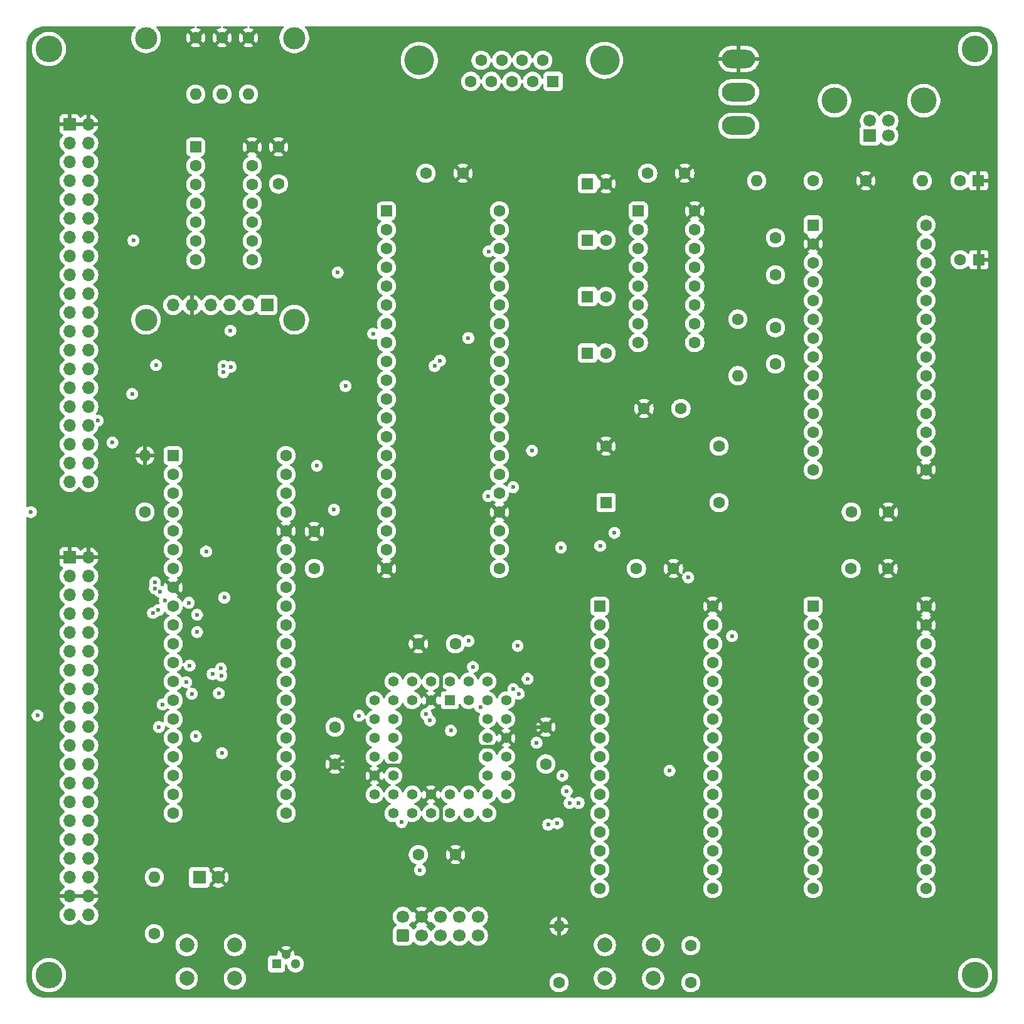
<source format=gbr>
%TF.GenerationSoftware,KiCad,Pcbnew,9.0.1*%
%TF.CreationDate,2025-05-12T07:37:06+02:00*%
%TF.ProjectId,mini-board,6d696e69-2d62-46f6-9172-642e6b696361,rev2*%
%TF.SameCoordinates,Original*%
%TF.FileFunction,Copper,L3,Inr*%
%TF.FilePolarity,Positive*%
%FSLAX46Y46*%
G04 Gerber Fmt 4.6, Leading zero omitted, Abs format (unit mm)*
G04 Created by KiCad (PCBNEW 9.0.1) date 2025-05-12 07:37:06*
%MOMM*%
%LPD*%
G01*
G04 APERTURE LIST*
G04 Aperture macros list*
%AMRoundRect*
0 Rectangle with rounded corners*
0 $1 Rounding radius*
0 $2 $3 $4 $5 $6 $7 $8 $9 X,Y pos of 4 corners*
0 Add a 4 corners polygon primitive as box body*
4,1,4,$2,$3,$4,$5,$6,$7,$8,$9,$2,$3,0*
0 Add four circle primitives for the rounded corners*
1,1,$1+$1,$2,$3*
1,1,$1+$1,$4,$5*
1,1,$1+$1,$6,$7*
1,1,$1+$1,$8,$9*
0 Add four rect primitives between the rounded corners*
20,1,$1+$1,$2,$3,$4,$5,0*
20,1,$1+$1,$4,$5,$6,$7,0*
20,1,$1+$1,$6,$7,$8,$9,0*
20,1,$1+$1,$8,$9,$2,$3,0*%
G04 Aperture macros list end*
%TA.AperFunction,ComponentPad*%
%ADD10R,1.600000X1.600000*%
%TD*%
%TA.AperFunction,ComponentPad*%
%ADD11C,1.600000*%
%TD*%
%TA.AperFunction,ComponentPad*%
%ADD12C,3.600000*%
%TD*%
%TA.AperFunction,ComponentPad*%
%ADD13O,4.500000X2.500000*%
%TD*%
%TA.AperFunction,ComponentPad*%
%ADD14O,1.600000X1.600000*%
%TD*%
%TA.AperFunction,ComponentPad*%
%ADD15R,1.700000X1.700000*%
%TD*%
%TA.AperFunction,ComponentPad*%
%ADD16O,1.700000X1.700000*%
%TD*%
%TA.AperFunction,WasherPad*%
%ADD17C,3.000000*%
%TD*%
%TA.AperFunction,ComponentPad*%
%ADD18RoundRect,0.250000X-0.550000X-0.550000X0.550000X-0.550000X0.550000X0.550000X-0.550000X0.550000X0*%
%TD*%
%TA.AperFunction,ComponentPad*%
%ADD19R,1.800000X1.800000*%
%TD*%
%TA.AperFunction,ComponentPad*%
%ADD20C,1.800000*%
%TD*%
%TA.AperFunction,ComponentPad*%
%ADD21C,2.000000*%
%TD*%
%TA.AperFunction,ComponentPad*%
%ADD22C,4.000000*%
%TD*%
%TA.AperFunction,ComponentPad*%
%ADD23R,1.300000X1.300000*%
%TD*%
%TA.AperFunction,ComponentPad*%
%ADD24C,1.300000*%
%TD*%
%TA.AperFunction,ComponentPad*%
%ADD25RoundRect,0.250000X0.600000X-0.600000X0.600000X0.600000X-0.600000X0.600000X-0.600000X-0.600000X0*%
%TD*%
%TA.AperFunction,ComponentPad*%
%ADD26C,1.700000*%
%TD*%
%TA.AperFunction,ComponentPad*%
%ADD27R,1.422400X1.422400*%
%TD*%
%TA.AperFunction,ComponentPad*%
%ADD28C,1.422400*%
%TD*%
%TA.AperFunction,ComponentPad*%
%ADD29C,3.500000*%
%TD*%
%TA.AperFunction,ViaPad*%
%ADD30C,0.600000*%
%TD*%
%TA.AperFunction,Conductor*%
%ADD31C,0.500000*%
%TD*%
G04 APERTURE END LIST*
D10*
%TO.N,VCC*%
%TO.C,C7*%
X256032000Y-57404000D03*
D11*
%TO.N,GND*%
X253532000Y-57404000D03*
%TD*%
D12*
%TO.N,N/C*%
%TO.C,H1*%
X130556000Y-28956000D03*
%TD*%
D13*
%TO.N,VCC*%
%TO.C,SW1*%
X223647000Y-30298000D03*
%TO.N,VIN*%
X223647000Y-34798000D03*
%TO.N,unconnected-(SW1-C-Pad3)*%
X223647000Y-39298000D03*
%TD*%
D11*
%TO.N,~{NMI}*%
%TO.C,R7*%
X199390000Y-154940000D03*
D14*
%TO.N,VCC*%
X199390000Y-147320000D03*
%TD*%
D10*
%TO.N,Net-(U22-C2+)*%
%TO.C,C29*%
X203240000Y-62360000D03*
D11*
%TO.N,Net-(U22-C2-)*%
X205740000Y-62360000D03*
%TD*%
%TO.N,VCC*%
%TO.C,C24*%
X186436000Y-45720000D03*
%TO.N,GND*%
X181436000Y-45720000D03*
%TD*%
%TO.N,VCC*%
%TO.C,C4*%
X161544000Y-42164000D03*
%TO.N,GND*%
X161544000Y-47164000D03*
%TD*%
D15*
%TO.N,VCC*%
%TO.C,J5*%
X133350000Y-39116000D03*
D16*
X135890000Y-39116000D03*
%TO.N,A0*%
X133350000Y-41656000D03*
%TO.N,D0*%
X135890000Y-41656000D03*
%TO.N,A1*%
X133350000Y-44196000D03*
%TO.N,D1*%
X135890000Y-44196000D03*
%TO.N,A2*%
X133350000Y-46736000D03*
%TO.N,D2*%
X135890000Y-46736000D03*
%TO.N,A3*%
X133350000Y-49276000D03*
%TO.N,D3*%
X135890000Y-49276000D03*
%TO.N,A4*%
X133350000Y-51816000D03*
%TO.N,D4*%
X135890000Y-51816000D03*
%TO.N,A5*%
X133350000Y-54356000D03*
%TO.N,D5*%
X135890000Y-54356000D03*
%TO.N,A6*%
X133350000Y-56896000D03*
%TO.N,D6*%
X135890000Y-56896000D03*
%TO.N,A7*%
X133350000Y-59436000D03*
%TO.N,D7*%
X135890000Y-59436000D03*
%TO.N,A8*%
X133350000Y-61976000D03*
%TO.N,~{RES}*%
X135890000Y-61976000D03*
%TO.N,A9*%
X133350000Y-64516000D03*
%TO.N,CLK*%
X135890000Y-64516000D03*
%TO.N,A10*%
X133350000Y-67056000D03*
%TO.N,~{NMI}*%
X135890000Y-67056000D03*
%TO.N,A11*%
X133350000Y-69596000D03*
%TO.N,R{slash}~{W}*%
X135890000Y-69596000D03*
%TO.N,A12*%
X133350000Y-72136000D03*
%TO.N,~{IRQ}*%
X135890000Y-72136000D03*
%TO.N,A13*%
X133350000Y-74676000D03*
%TO.N,~{IRQ0}*%
X135890000Y-74676000D03*
%TO.N,A14*%
X133350000Y-77216000D03*
%TO.N,~{IRQ1}*%
X135890000Y-77216000D03*
%TO.N,A15*%
X133350000Y-79756000D03*
%TO.N,~{IRQ2}*%
X135890000Y-79756000D03*
%TO.N,~{IRQ22}*%
X133350000Y-82296000D03*
%TO.N,TxD1*%
X135890000Y-82296000D03*
%TO.N,~{IRQ51}*%
X133350000Y-84836000D03*
%TO.N,RxD1*%
X135890000Y-84836000D03*
%TO.N,GND*%
X133350000Y-87376000D03*
X135890000Y-87376000D03*
%TD*%
D17*
%TO.N,*%
%TO.C,J3*%
X163670000Y-27500000D03*
X143670000Y-27500000D03*
X163670000Y-65500000D03*
X143670000Y-65500000D03*
D15*
%TO.N,PA3*%
X160020000Y-63500000D03*
D16*
%TO.N,PA2*%
X157480000Y-63500000D03*
%TO.N,MOSI*%
X154940000Y-63500000D03*
%TO.N,MISO*%
X152400000Y-63500000D03*
%TO.N,VCC*%
X149860000Y-63500000D03*
%TO.N,GND*%
X147320000Y-63500000D03*
%TD*%
D11*
%TO.N,VCC*%
%TO.C,C34*%
X197612000Y-120436000D03*
%TO.N,GND*%
X197612000Y-125436000D03*
%TD*%
%TO.N,VCC*%
%TO.C,C33*%
X185420000Y-137668000D03*
%TO.N,GND*%
X180420000Y-137668000D03*
%TD*%
D18*
%TO.N,B5*%
%TO.C,U16*%
X204893300Y-104140000D03*
D11*
%TO.N,B3*%
X204893300Y-106680000D03*
%TO.N,B1*%
X204893300Y-109220000D03*
%TO.N,A12*%
X204893300Y-111760000D03*
%TO.N,A7*%
X204893300Y-114300000D03*
%TO.N,A6*%
X204893300Y-116840000D03*
%TO.N,A5*%
X204893300Y-119380000D03*
%TO.N,A4*%
X204893300Y-121920000D03*
%TO.N,A3*%
X204893300Y-124460000D03*
%TO.N,A2*%
X204893300Y-127000000D03*
%TO.N,A1*%
X204893300Y-129540000D03*
%TO.N,A0*%
X204893300Y-132080000D03*
%TO.N,D0*%
X204893300Y-134620000D03*
%TO.N,D1*%
X204893300Y-137160000D03*
%TO.N,D2*%
X204893300Y-139700000D03*
%TO.N,GND*%
X204893300Y-142240000D03*
%TO.N,D3*%
X220133300Y-142240000D03*
%TO.N,D4*%
X220133300Y-139700000D03*
%TO.N,D5*%
X220133300Y-137160000D03*
%TO.N,D6*%
X220133300Y-134620000D03*
%TO.N,D7*%
X220133300Y-132080000D03*
%TO.N,~{RAM_CS}*%
X220133300Y-129540000D03*
%TO.N,A10*%
X220133300Y-127000000D03*
%TO.N,~{RAM_OE}*%
X220133300Y-124460000D03*
%TO.N,A11*%
X220133300Y-121920000D03*
%TO.N,A9*%
X220133300Y-119380000D03*
%TO.N,A8*%
X220133300Y-116840000D03*
%TO.N,B0*%
X220133300Y-114300000D03*
%TO.N,R{slash}~{W}*%
X220133300Y-111760000D03*
%TO.N,B4*%
X220133300Y-109220000D03*
%TO.N,B2*%
X220133300Y-106680000D03*
%TO.N,VCC*%
X220133300Y-104140000D03*
%TD*%
%TO.N,Net-(U2-RDY)*%
%TO.C,R9*%
X143510000Y-91440000D03*
D14*
%TO.N,VCC*%
X143510000Y-83820000D03*
%TD*%
D12*
%TO.N,N/C*%
%TO.C,H2*%
X255524000Y-28956000D03*
%TD*%
D10*
%TO.N,VCC*%
%TO.C,C6*%
X255992000Y-46736000D03*
D11*
%TO.N,GND*%
X253492000Y-46736000D03*
%TD*%
D18*
%TO.N,Net-(U22-C1+)*%
%TO.C,U22*%
X210090000Y-50800000D03*
D11*
%TO.N,Net-(U22-VS+)*%
X210090000Y-53340000D03*
%TO.N,Net-(U22-C1-)*%
X210090000Y-55880000D03*
%TO.N,Net-(U22-C2+)*%
X210090000Y-58420000D03*
%TO.N,Net-(U22-C2-)*%
X210090000Y-60960000D03*
%TO.N,Net-(U22-VS-)*%
X210090000Y-63500000D03*
%TO.N,unconnected-(U22-T2OUT-Pad7)*%
X210090000Y-66040000D03*
%TO.N,unconnected-(U22-R2IN-Pad8)*%
X210090000Y-68580000D03*
%TO.N,unconnected-(U22-R2OUT-Pad9)*%
X217710000Y-68580000D03*
%TO.N,unconnected-(U22-T2IN-Pad10)*%
X217710000Y-66040000D03*
%TO.N,TxD1*%
X217710000Y-63500000D03*
%TO.N,RxD1*%
X217710000Y-60960000D03*
%TO.N,Net-(U22-R1IN)*%
X217710000Y-58420000D03*
%TO.N,Net-(U22-T1OUT)*%
X217710000Y-55880000D03*
%TO.N,GND*%
X217710000Y-53340000D03*
%TO.N,VCC*%
X217710000Y-50800000D03*
%TD*%
%TO.N,VCC*%
%TO.C,C1*%
X166370000Y-94060000D03*
%TO.N,GND*%
X166370000Y-99060000D03*
%TD*%
D15*
%TO.N,VCC*%
%TO.C,J2*%
X133350000Y-97536000D03*
D16*
X135890000Y-97536000D03*
%TO.N,PB0*%
X133350000Y-100076000D03*
%TO.N,MISO*%
X135890000Y-100076000D03*
%TO.N,PB1*%
X133350000Y-102616000D03*
%TO.N,MOSI*%
X135890000Y-102616000D03*
%TO.N,PB2*%
X133350000Y-105156000D03*
%TO.N,PA2*%
X135890000Y-105156000D03*
%TO.N,PB3*%
X133350000Y-107696000D03*
%TO.N,PA3*%
X135890000Y-107696000D03*
%TO.N,GND*%
X133350000Y-110236000D03*
X135890000Y-110236000D03*
%TO.N,PB4*%
X133350000Y-112776000D03*
%TO.N,PA4*%
X135890000Y-112776000D03*
%TO.N,PB5*%
X133350000Y-115316000D03*
%TO.N,PA5*%
X135890000Y-115316000D03*
%TO.N,PB6*%
X133350000Y-117856000D03*
%TO.N,PA6*%
X135890000Y-117856000D03*
%TO.N,PB7*%
X133350000Y-120396000D03*
%TO.N,PA7*%
X135890000Y-120396000D03*
%TO.N,GND*%
X133350000Y-122936000D03*
X135890000Y-122936000D03*
%TO.N,CB1*%
X133350000Y-125476000D03*
%TO.N,CA1*%
X135890000Y-125476000D03*
%TO.N,CB2*%
X133350000Y-128016000D03*
%TO.N,CA2*%
X135890000Y-128016000D03*
%TO.N,R{slash}~{W}*%
X133350000Y-130556000D03*
%TO.N,~{RES}*%
X135890000Y-130556000D03*
%TO.N,~{NMI}*%
X133350000Y-133096000D03*
%TO.N,CLK*%
X135890000Y-133096000D03*
%TO.N,GND*%
X133350000Y-135636000D03*
X135890000Y-135636000D03*
%TO.N,~{VIA_CS}*%
X133350000Y-138176000D03*
%TO.N,TxD1*%
X135890000Y-138176000D03*
%TO.N,~{IRQ22}*%
X133350000Y-140716000D03*
%TO.N,RxD1*%
X135890000Y-140716000D03*
%TO.N,VCC*%
X133350000Y-143256000D03*
X135890000Y-143256000D03*
%TO.N,GND*%
X133350000Y-145796000D03*
X135890000Y-145796000D03*
%TD*%
D11*
%TO.N,VCC*%
%TO.C,C17*%
X214844000Y-99060000D03*
%TO.N,GND*%
X209844000Y-99060000D03*
%TD*%
D19*
%TO.N,Net-(D1-K)*%
%TO.C,D1*%
X150876000Y-140716000D03*
D20*
%TO.N,VCC*%
X153416000Y-140716000D03*
%TD*%
D21*
%TO.N,GND*%
%TO.C,SW2*%
X149150000Y-149860000D03*
X155650000Y-149860000D03*
%TO.N,~{RES}*%
X149150000Y-154360000D03*
X155650000Y-154360000D03*
%TD*%
D18*
%TO.N,GND*%
%TO.C,U19*%
X176106700Y-50800000D03*
D11*
%TO.N,MISO*%
X176106700Y-53340000D03*
%TO.N,MOSI*%
X176106700Y-55880000D03*
%TO.N,PA2*%
X176106700Y-58420000D03*
%TO.N,PA3*%
X176106700Y-60960000D03*
%TO.N,PA4*%
X176106700Y-63500000D03*
%TO.N,PA5*%
X176106700Y-66040000D03*
%TO.N,PA6*%
X176106700Y-68580000D03*
%TO.N,PA7*%
X176106700Y-71120000D03*
%TO.N,PB0*%
X176106700Y-73660000D03*
%TO.N,PB1*%
X176106700Y-76200000D03*
%TO.N,PB2*%
X176106700Y-78740000D03*
%TO.N,PB3*%
X176106700Y-81280000D03*
%TO.N,PB4*%
X176106700Y-83820000D03*
%TO.N,PB5*%
X176106700Y-86360000D03*
%TO.N,PB6*%
X176106700Y-88900000D03*
%TO.N,PB7*%
X176106700Y-91440000D03*
%TO.N,CB1*%
X176106700Y-93980000D03*
%TO.N,CB2*%
X176106700Y-96520000D03*
%TO.N,VCC*%
X176106700Y-99060000D03*
%TO.N,~{IRQ22}*%
X191346700Y-99060000D03*
%TO.N,R{slash}~{W}*%
X191346700Y-96520000D03*
%TO.N,~{VIA_CS}*%
X191346700Y-93980000D03*
%TO.N,VCC*%
X191346700Y-91440000D03*
%TO.N,CLK*%
X191346700Y-88900000D03*
%TO.N,D7*%
X191346700Y-86360000D03*
%TO.N,D6*%
X191346700Y-83820000D03*
%TO.N,D5*%
X191346700Y-81280000D03*
%TO.N,D4*%
X191346700Y-78740000D03*
%TO.N,D3*%
X191346700Y-76200000D03*
%TO.N,D2*%
X191346700Y-73660000D03*
%TO.N,D1*%
X191346700Y-71120000D03*
%TO.N,D0*%
X191346700Y-68580000D03*
%TO.N,~{RES}*%
X191346700Y-66040000D03*
%TO.N,A3*%
X191346700Y-63500000D03*
%TO.N,A2*%
X191346700Y-60960000D03*
%TO.N,A1*%
X191346700Y-58420000D03*
%TO.N,A0*%
X191346700Y-55880000D03*
%TO.N,CA2*%
X191346700Y-53340000D03*
%TO.N,CA1*%
X191346700Y-50800000D03*
%TD*%
%TO.N,VCC*%
%TO.C,R12*%
X157480000Y-27432000D03*
D14*
%TO.N,~{IRQ2}*%
X157480000Y-35052000D03*
%TD*%
D11*
%TO.N,VCC*%
%TO.C,R10*%
X150368000Y-27432000D03*
D14*
%TO.N,~{IRQ0}*%
X150368000Y-35052000D03*
%TD*%
D11*
%TO.N,GND*%
%TO.C,R3*%
X144780000Y-148336000D03*
D14*
%TO.N,Net-(D1-K)*%
X144780000Y-140716000D03*
%TD*%
D12*
%TO.N,N/C*%
%TO.C,H4*%
X130556000Y-153924000D03*
%TD*%
D11*
%TO.N,VCC*%
%TO.C,R11*%
X153924000Y-27432000D03*
D14*
%TO.N,~{IRQ1}*%
X153924000Y-35052000D03*
%TD*%
D21*
%TO.N,GND*%
%TO.C,SW3*%
X205590000Y-149860000D03*
X212090000Y-149860000D03*
%TO.N,~{NMI}*%
X205590000Y-154360000D03*
X212090000Y-154360000D03*
%TD*%
D11*
%TO.N,VCC*%
%TO.C,C36*%
X169164000Y-125436000D03*
%TO.N,GND*%
X169164000Y-120436000D03*
%TD*%
D18*
%TO.N,unconnected-(U2-~{VP}-Pad1)*%
%TO.C,U2*%
X147320000Y-83820000D03*
D11*
%TO.N,Net-(U2-RDY)*%
X147320000Y-86360000D03*
%TO.N,unconnected-(U2-\u03D51-Pad3)*%
X147320000Y-88900000D03*
%TO.N,~{IRQ}*%
X147320000Y-91440000D03*
%TO.N,unconnected-(U2-~{ML}-Pad5)*%
X147320000Y-93980000D03*
%TO.N,~{NMI}*%
X147320000Y-96520000D03*
%TO.N,unconnected-(U2-SYNC-Pad7)*%
X147320000Y-99060000D03*
%TO.N,VCC*%
X147320000Y-101600000D03*
%TO.N,A0*%
X147320000Y-104140000D03*
%TO.N,A1*%
X147320000Y-106680000D03*
%TO.N,A2*%
X147320000Y-109220000D03*
%TO.N,A3*%
X147320000Y-111760000D03*
%TO.N,A4*%
X147320000Y-114300000D03*
%TO.N,A5*%
X147320000Y-116840000D03*
%TO.N,A6*%
X147320000Y-119380000D03*
%TO.N,A7*%
X147320000Y-121920000D03*
%TO.N,A8*%
X147320000Y-124460000D03*
%TO.N,A9*%
X147320000Y-127000000D03*
%TO.N,A10*%
X147320000Y-129540000D03*
%TO.N,A11*%
X147320000Y-132080000D03*
%TO.N,GND*%
X162560000Y-132080000D03*
%TO.N,A12*%
X162560000Y-129540000D03*
%TO.N,A13*%
X162560000Y-127000000D03*
%TO.N,A14*%
X162560000Y-124460000D03*
%TO.N,A15*%
X162560000Y-121920000D03*
%TO.N,D7*%
X162560000Y-119380000D03*
%TO.N,D6*%
X162560000Y-116840000D03*
%TO.N,D5*%
X162560000Y-114300000D03*
%TO.N,D4*%
X162560000Y-111760000D03*
%TO.N,D3*%
X162560000Y-109220000D03*
%TO.N,D2*%
X162560000Y-106680000D03*
%TO.N,D1*%
X162560000Y-104140000D03*
%TO.N,D0*%
X162560000Y-101600000D03*
%TO.N,R{slash}~{W}*%
X162560000Y-99060000D03*
%TO.N,unconnected-(U2-nc-Pad35)*%
X162560000Y-96520000D03*
%TO.N,VCC*%
X162560000Y-93980000D03*
%TO.N,CLK*%
X162560000Y-91440000D03*
%TO.N,unconnected-(U2-~{SO}-Pad38)*%
X162560000Y-88900000D03*
%TO.N,unconnected-(U2-\u03D52-Pad39)*%
X162560000Y-86360000D03*
%TO.N,~{RES}*%
X162560000Y-83820000D03*
%TD*%
%TO.N,VCC*%
%TO.C,C16*%
X243800000Y-99060000D03*
%TO.N,GND*%
X238800000Y-99060000D03*
%TD*%
D10*
%TO.N,unconnected-(X1-EN-Pad1)*%
%TO.C,X1*%
X205740000Y-90170000D03*
D11*
%TO.N,GND*%
X220980000Y-90170000D03*
%TO.N,CLK*%
X220980000Y-82550000D03*
%TO.N,VCC*%
X205740000Y-82550000D03*
%TD*%
%TO.N,VCC*%
%TO.C,C3*%
X210860000Y-77470000D03*
%TO.N,GND*%
X215860000Y-77470000D03*
%TD*%
%TO.N,VCC*%
%TO.C,R13*%
X240792000Y-46736000D03*
D14*
%TO.N,~{IRQ51}*%
X248412000Y-46736000D03*
%TD*%
D22*
%TO.N,unconnected-(J8-PAD-Pad0)*%
%TO.C,J8*%
X205540000Y-30480000D03*
%TO.N,unconnected-(J8-PAD-Pad0)_1*%
X180540000Y-30480000D03*
D10*
%TO.N,unconnected-(J8-Pad1)*%
X198580000Y-33320000D03*
D11*
%TO.N,Net-(U22-T1OUT)*%
X195810000Y-33320000D03*
%TO.N,Net-(U22-R1IN)*%
X193040000Y-33320000D03*
%TO.N,unconnected-(J8-Pad4)*%
X190270000Y-33320000D03*
%TO.N,GND*%
X187500000Y-33320000D03*
%TO.N,unconnected-(J8-Pad6)*%
X197195000Y-30480000D03*
%TO.N,unconnected-(J8-Pad7)*%
X194425000Y-30480000D03*
%TO.N,unconnected-(J8-Pad8)*%
X191655000Y-30480000D03*
%TO.N,unconnected-(J8-Pad9)*%
X188885000Y-30480000D03*
%TD*%
%TO.N,GND*%
%TO.C,R2*%
X233680000Y-46736000D03*
D14*
%TO.N,Net-(J1-Shield)*%
X226060000Y-46736000D03*
%TD*%
D18*
%TO.N,GND*%
%TO.C,U21*%
X233680000Y-52705000D03*
D11*
%TO.N,VCC*%
X233680000Y-55245000D03*
%TO.N,~{UART_CS}*%
X233680000Y-57785000D03*
%TO.N,~{RES}*%
X233680000Y-60325000D03*
%TO.N,unconnected-(U21-RxC-Pad5)*%
X233680000Y-62865000D03*
%TO.N,Net-(U21-XTAL1)*%
X233680000Y-65405000D03*
%TO.N,Net-(U21-XTAL2)*%
X233680000Y-67945000D03*
%TO.N,unconnected-(U21-~{RTS}-Pad8)*%
X233680000Y-70485000D03*
%TO.N,GND*%
X233680000Y-73025000D03*
%TO.N,TxD1*%
X233680000Y-75565000D03*
%TO.N,unconnected-(U21-~{DTR}-Pad11)*%
X233680000Y-78105000D03*
%TO.N,RxD1*%
X233680000Y-80645000D03*
%TO.N,A0*%
X233680000Y-83185000D03*
%TO.N,A1*%
X233680000Y-85725000D03*
%TO.N,VCC*%
X248920000Y-85725000D03*
%TO.N,GND*%
X248920000Y-83185000D03*
X248920000Y-80645000D03*
%TO.N,D0*%
X248920000Y-78105000D03*
%TO.N,D1*%
X248920000Y-75565000D03*
%TO.N,D2*%
X248920000Y-73025000D03*
%TO.N,D3*%
X248920000Y-70485000D03*
%TO.N,D4*%
X248920000Y-67945000D03*
%TO.N,D5*%
X248920000Y-65405000D03*
%TO.N,D6*%
X248920000Y-62865000D03*
%TO.N,D7*%
X248920000Y-60325000D03*
%TO.N,~{IRQ51}*%
X248920000Y-57785000D03*
%TO.N,CLK*%
X248920000Y-55245000D03*
%TO.N,R{slash}~{W}*%
X248920000Y-52705000D03*
%TD*%
%TO.N,VCC*%
%TO.C,C35*%
X180420000Y-109220000D03*
%TO.N,GND*%
X185420000Y-109220000D03*
%TD*%
D23*
%TO.N,~{RES}*%
%TO.C,U11*%
X161290000Y-152400000D03*
D24*
%TO.N,VCC*%
X162560000Y-151130000D03*
%TO.N,GND*%
X163830000Y-152400000D03*
%TD*%
D10*
%TO.N,GND*%
%TO.C,C31*%
X203240000Y-69980000D03*
D11*
%TO.N,Net-(U22-VS-)*%
X205740000Y-69980000D03*
%TD*%
D25*
%TO.N,TCK*%
%TO.C,J4*%
X178308000Y-148590000D03*
D26*
%TO.N,GND*%
X178308000Y-146050000D03*
%TO.N,TDO*%
X180848000Y-148590000D03*
%TO.N,VCC*%
X180848000Y-146050000D03*
%TO.N,TMS*%
X183388000Y-148590000D03*
%TO.N,unconnected-(J4-NC-Pad6)*%
X183388000Y-146050000D03*
%TO.N,unconnected-(J4-NC-Pad7)*%
X185928000Y-148590000D03*
%TO.N,unconnected-(J4-NC-Pad8)*%
X185928000Y-146050000D03*
%TO.N,TDI*%
X188468000Y-148590000D03*
%TO.N,GND*%
X188468000Y-146050000D03*
%TD*%
D27*
%TO.N,~{RES}*%
%TO.C,U23*%
X184658000Y-116840000D03*
D28*
%TO.N,A7*%
X182118000Y-114300000D03*
%TO.N,VCC*%
X182118000Y-116840000D03*
%TO.N,A8*%
X179578000Y-114300000D03*
%TO.N,A9*%
X179578000Y-116840000D03*
%TO.N,A10*%
X177038000Y-114300000D03*
%TO.N,TDI*%
X174498000Y-116840000D03*
%TO.N,A11*%
X177038000Y-116840000D03*
%TO.N,A12*%
X174498000Y-119380000D03*
%TO.N,GND*%
X177038000Y-119380000D03*
%TO.N,A13*%
X174498000Y-121920000D03*
%TO.N,A14*%
X177038000Y-121920000D03*
%TO.N,TMS*%
X174498000Y-124460000D03*
%TO.N,A15*%
X177038000Y-124460000D03*
%TO.N,VCC*%
X174498000Y-127000000D03*
%TO.N,~{RAM_CS}*%
X177038000Y-127000000D03*
%TO.N,~{RAM_OE}*%
X174498000Y-129540000D03*
%TO.N,~{UART_CS}*%
X177038000Y-132080000D03*
%TO.N,~{VIA_CS}*%
X177038000Y-129540000D03*
%TO.N,~{ROM_CS}*%
X179578000Y-132080000D03*
%TO.N,A6*%
X179578000Y-129540000D03*
%TO.N,GND*%
X182118000Y-132080000D03*
%TO.N,VCC*%
X182118000Y-129540000D03*
%TO.N,B5*%
X184658000Y-132080000D03*
%TO.N,B4*%
X184658000Y-129540000D03*
%TO.N,B3*%
X187198000Y-132080000D03*
%TO.N,B2*%
X187198000Y-129540000D03*
%TO.N,B1*%
X189738000Y-132080000D03*
%TO.N,B0*%
X192278000Y-129540000D03*
%TO.N,GND*%
X189738000Y-129540000D03*
%TO.N,D7*%
X192278000Y-127000000D03*
%TO.N,TCK*%
X189738000Y-127000000D03*
%TO.N,D6*%
X192278000Y-124460000D03*
%TO.N,D5*%
X189738000Y-124460000D03*
%TO.N,VCC*%
X192278000Y-121920000D03*
%TO.N,D4*%
X189738000Y-121920000D03*
%TO.N,D3*%
X192278000Y-119380000D03*
%TO.N,TDO*%
X189738000Y-119380000D03*
%TO.N,D2*%
X192278000Y-116840000D03*
%TO.N,D1*%
X189738000Y-114300000D03*
%TO.N,D0*%
X189738000Y-116840000D03*
%TO.N,GND*%
X187198000Y-114300000D03*
%TO.N,CLK*%
X187198000Y-116840000D03*
%TO.N,R{slash}~{W}*%
X184658000Y-114300000D03*
%TD*%
D10*
%TO.N,Net-(U22-VS+)*%
%TO.C,C30*%
X203240000Y-47120000D03*
D11*
%TO.N,VCC*%
X205740000Y-47120000D03*
%TD*%
D15*
%TO.N,VIN*%
%TO.C,J1*%
X241340000Y-40640000D03*
D26*
%TO.N,unconnected-(J1-D--Pad2)*%
X243840000Y-40640000D03*
%TO.N,unconnected-(J1-D+-Pad3)*%
X243840000Y-38640000D03*
%TO.N,GND*%
X241340000Y-38640000D03*
D29*
%TO.N,Net-(J1-Shield)*%
X236570000Y-35930000D03*
X248610000Y-35930000D03*
%TD*%
D11*
%TO.N,VCC*%
%TO.C,C27*%
X216360000Y-45720000D03*
%TO.N,GND*%
X211360000Y-45720000D03*
%TD*%
D18*
%TO.N,GND*%
%TO.C,U1*%
X150368000Y-42164000D03*
D11*
X150368000Y-44704000D03*
%TO.N,~{IRQ0}*%
X150368000Y-47244000D03*
%TO.N,~{IRQ1}*%
X150368000Y-49784000D03*
%TO.N,~{IRQ2}*%
X150368000Y-52324000D03*
%TO.N,Net-(U1-Pad6)*%
X150368000Y-54864000D03*
%TO.N,GND*%
X150368000Y-57404000D03*
%TO.N,~{IRQ}*%
X157988000Y-57404000D03*
%TO.N,Net-(U1-Pad6)*%
X157988000Y-54864000D03*
%TO.N,~{IRQ22}*%
X157988000Y-52324000D03*
%TO.N,~{IRQ51}*%
X157988000Y-49784000D03*
%TO.N,unconnected-(U1-Pad12)*%
X157988000Y-47244000D03*
%TO.N,GND*%
X157988000Y-44704000D03*
%TO.N,VCC*%
X157988000Y-42164000D03*
%TD*%
%TO.N,Net-(U21-XTAL2)*%
%TO.C,Y1*%
X228600000Y-71455000D03*
%TO.N,Net-(U21-XTAL1)*%
X228600000Y-66555000D03*
%TD*%
%TO.N,~{NMI}*%
%TO.C,C9*%
X217170000Y-154940000D03*
%TO.N,GND*%
X217170000Y-149940000D03*
%TD*%
D10*
%TO.N,Net-(U22-C1+)*%
%TO.C,C28*%
X203240000Y-54740000D03*
D11*
%TO.N,Net-(U22-C1-)*%
X205740000Y-54740000D03*
%TD*%
%TO.N,Net-(U21-XTAL1)*%
%TO.C,R8*%
X223520000Y-65405000D03*
D14*
%TO.N,Net-(U21-XTAL2)*%
X223520000Y-73025000D03*
%TD*%
D12*
%TO.N,N/C*%
%TO.C,H3*%
X255524000Y-153924000D03*
%TD*%
D11*
%TO.N,VCC*%
%TO.C,C26*%
X243840000Y-91440000D03*
%TO.N,GND*%
X238840000Y-91440000D03*
%TD*%
D18*
%TO.N,B5*%
%TO.C,U15*%
X233680000Y-104140000D03*
D11*
%TO.N,B3*%
X233680000Y-106680000D03*
%TO.N,B2*%
X233680000Y-109220000D03*
%TO.N,A12*%
X233680000Y-111760000D03*
%TO.N,A7*%
X233680000Y-114300000D03*
%TO.N,A6*%
X233680000Y-116840000D03*
%TO.N,A5*%
X233680000Y-119380000D03*
%TO.N,A4*%
X233680000Y-121920000D03*
%TO.N,A3*%
X233680000Y-124460000D03*
%TO.N,A2*%
X233680000Y-127000000D03*
%TO.N,A1*%
X233680000Y-129540000D03*
%TO.N,A0*%
X233680000Y-132080000D03*
%TO.N,D0*%
X233680000Y-134620000D03*
%TO.N,D1*%
X233680000Y-137160000D03*
%TO.N,D2*%
X233680000Y-139700000D03*
%TO.N,GND*%
X233680000Y-142240000D03*
%TO.N,D3*%
X248920000Y-142240000D03*
%TO.N,D4*%
X248920000Y-139700000D03*
%TO.N,D5*%
X248920000Y-137160000D03*
%TO.N,D6*%
X248920000Y-134620000D03*
%TO.N,D7*%
X248920000Y-132080000D03*
%TO.N,~{ROM_CS}*%
X248920000Y-129540000D03*
%TO.N,A10*%
X248920000Y-127000000D03*
%TO.N,~{ROM_CS}*%
X248920000Y-124460000D03*
%TO.N,A11*%
X248920000Y-121920000D03*
%TO.N,A9*%
X248920000Y-119380000D03*
%TO.N,A8*%
X248920000Y-116840000D03*
%TO.N,B0*%
X248920000Y-114300000D03*
%TO.N,B1*%
X248920000Y-111760000D03*
%TO.N,B4*%
X248920000Y-109220000D03*
%TO.N,VCC*%
X248920000Y-106680000D03*
X248920000Y-104140000D03*
%TD*%
%TO.N,GND*%
%TO.C,C25*%
X228600000Y-54436000D03*
%TO.N,Net-(U21-XTAL1)*%
X228600000Y-59436000D03*
%TD*%
D30*
%TO.N,RxD1*%
X155051600Y-66966900D03*
X139127300Y-82061000D03*
%TO.N,TxD1*%
X154119700Y-71733500D03*
%TO.N,~{IRQ}*%
X141796600Y-75503600D03*
%TO.N,~{RES}*%
X178151800Y-133271000D03*
X187161800Y-67962800D03*
%TO.N,D2*%
X183334400Y-70995100D03*
X193812800Y-109479400D03*
X169524200Y-59122200D03*
%TO.N,D1*%
X193215100Y-115330700D03*
X189895300Y-56269900D03*
X187775800Y-112337800D03*
%TO.N,A5*%
X129032000Y-118872000D03*
%TO.N,A12*%
X153480200Y-115892800D03*
X199835200Y-126995900D03*
%TO.N,D7*%
X214305400Y-126327800D03*
%TO.N,A15*%
X153834800Y-113491000D03*
%TO.N,D6*%
X181969200Y-119550000D03*
X199180700Y-133436100D03*
%TO.N,A2*%
X128127700Y-91439000D03*
X145326100Y-104663500D03*
%TO.N,A4*%
X166715900Y-85198900D03*
X169034200Y-91130800D03*
X199653600Y-96223000D03*
%TO.N,A13*%
X153767400Y-112555100D03*
%TO.N,A1*%
X146219100Y-103336200D03*
%TO.N,A11*%
X151777900Y-96759900D03*
%TO.N,D0*%
X193951700Y-115954400D03*
X141971800Y-54790200D03*
%TO.N,A8*%
X187179800Y-108830600D03*
X145557800Y-102177700D03*
X204950500Y-96003900D03*
%TO.N,A14*%
X152634500Y-113300200D03*
%TO.N,D3*%
X174312000Y-67374900D03*
X182611300Y-71718200D03*
%TO.N,A7*%
X150382900Y-121696700D03*
%TO.N,D5*%
X197931000Y-133630000D03*
%TO.N,A6*%
X184805500Y-120929500D03*
X153902000Y-123969400D03*
%TO.N,A10*%
X144871100Y-100935600D03*
X172390400Y-118908300D03*
%TO.N,A3*%
X170591200Y-74435000D03*
%TO.N,R{slash}~{W}*%
X216835800Y-100257800D03*
X206869000Y-94232500D03*
X154234900Y-102986300D03*
%TO.N,D4*%
X196360900Y-122568000D03*
X195752900Y-83146200D03*
%TO.N,A9*%
X144867900Y-101735800D03*
X181457400Y-118719400D03*
%TO.N,PB4*%
X150550200Y-105286200D03*
%TO.N,CA2*%
X145393400Y-120458900D03*
%TO.N,PB0*%
X155077200Y-71842500D03*
%TO.N,PB6*%
X149562400Y-112154900D03*
%TO.N,CB2*%
X149841000Y-115953600D03*
%TO.N,CB1*%
X145922100Y-117404200D03*
%TO.N,PB5*%
X150550200Y-107620300D03*
%TO.N,PB7*%
X149088700Y-114383300D03*
%TO.N,PB3*%
X149447300Y-103669500D03*
%TO.N,PB1*%
X154106400Y-72569200D03*
%TO.N,PB2*%
X144597200Y-105066200D03*
%TO.N,TDI*%
X180631800Y-139744200D03*
%TO.N,B1*%
X200816200Y-130691700D03*
%TO.N,B0*%
X200419900Y-129091200D03*
%TO.N,B2*%
X195160100Y-113941800D03*
%TO.N,B4*%
X222743300Y-108174200D03*
X188775000Y-117760300D03*
%TO.N,~{RAM_OE}*%
X202039300Y-130675200D03*
%TO.N,~{UART_CS}*%
X193212500Y-88084900D03*
%TO.N,~{IRQ51}*%
X137140300Y-79083000D03*
%TO.N,~{IRQ22}*%
X145012700Y-71613600D03*
X189829400Y-89275200D03*
%TD*%
D31*
%TO.N,VCC*%
X180420000Y-109220000D02*
X183495800Y-112295800D01*
X175831500Y-125666500D02*
X185991500Y-125666500D01*
X197612000Y-120436000D02*
X193762000Y-120436000D01*
X185420000Y-137668000D02*
X183495800Y-135743800D01*
X174498000Y-127000000D02*
X175831500Y-125666500D01*
X183495800Y-115462200D02*
X182118000Y-116840000D01*
X193762000Y-120436000D02*
X192278000Y-121920000D01*
X183495800Y-112295800D02*
X183495800Y-115462200D01*
X183495800Y-130917800D02*
X182118000Y-129540000D01*
X192278000Y-121920000D02*
X191115800Y-123082200D01*
X172934000Y-125436000D02*
X174498000Y-127000000D01*
X191115800Y-123082200D02*
X188575800Y-123082200D01*
X169164000Y-125436000D02*
X172934000Y-125436000D01*
X185991500Y-125666500D02*
X182118000Y-129540000D01*
X182118000Y-116840000D02*
X188360200Y-123082200D01*
X183495800Y-135743800D02*
X183495800Y-130917800D01*
X188575800Y-123082200D02*
X185991500Y-125666500D01*
X188360200Y-123082200D02*
X188575800Y-123082200D01*
%TD*%
%TA.AperFunction,Conductor*%
%TO.N,VCC*%
G36*
X181963270Y-146811717D02*
G01*
X181963270Y-146811716D01*
X182002622Y-146757555D01*
X182007232Y-146748507D01*
X182055205Y-146697709D01*
X182123025Y-146680912D01*
X182189161Y-146703447D01*
X182228204Y-146748504D01*
X182232949Y-146757817D01*
X182357890Y-146929786D01*
X182508213Y-147080109D01*
X182680182Y-147205050D01*
X182688946Y-147209516D01*
X182739742Y-147257491D01*
X182756536Y-147325312D01*
X182733998Y-147391447D01*
X182688946Y-147430484D01*
X182680182Y-147434949D01*
X182508213Y-147559890D01*
X182357890Y-147710213D01*
X182232949Y-147882182D01*
X182228484Y-147890946D01*
X182180509Y-147941742D01*
X182112688Y-147958536D01*
X182046553Y-147935998D01*
X182007516Y-147890946D01*
X182003050Y-147882182D01*
X181878109Y-147710213D01*
X181727786Y-147559890D01*
X181555817Y-147434949D01*
X181546504Y-147430204D01*
X181495707Y-147382230D01*
X181478912Y-147314409D01*
X181501449Y-147248274D01*
X181546507Y-147209232D01*
X181555555Y-147204622D01*
X181609716Y-147165270D01*
X181609717Y-147165270D01*
X180977408Y-146532962D01*
X181040993Y-146515925D01*
X181155007Y-146450099D01*
X181248099Y-146357007D01*
X181313925Y-146242993D01*
X181330962Y-146179408D01*
X181963270Y-146811717D01*
G37*
%TD.AperFunction*%
%TA.AperFunction,Conductor*%
G36*
X180382075Y-146242993D02*
G01*
X180447901Y-146357007D01*
X180540993Y-146450099D01*
X180655007Y-146515925D01*
X180718590Y-146532962D01*
X180086282Y-147165269D01*
X180086282Y-147165270D01*
X180140452Y-147204626D01*
X180140451Y-147204626D01*
X180149495Y-147209234D01*
X180200292Y-147257208D01*
X180217087Y-147325029D01*
X180194550Y-147391164D01*
X180149499Y-147430202D01*
X180140182Y-147434949D01*
X179968213Y-147559890D01*
X179817894Y-147710209D01*
X179817885Y-147710219D01*
X179814330Y-147715113D01*
X179758997Y-147757775D01*
X179689383Y-147763748D01*
X179627591Y-147731137D01*
X179596312Y-147681223D01*
X179592815Y-147670670D01*
X179592814Y-147670666D01*
X179500712Y-147521344D01*
X179376656Y-147397288D01*
X179259505Y-147325029D01*
X179227336Y-147305187D01*
X179227325Y-147305182D01*
X179216773Y-147301686D01*
X179159328Y-147261913D01*
X179132506Y-147197397D01*
X179144822Y-147128621D01*
X179182903Y-147083656D01*
X179187788Y-147080107D01*
X179187788Y-147080106D01*
X179187792Y-147080104D01*
X179338104Y-146929792D01*
X179338106Y-146929788D01*
X179338109Y-146929786D01*
X179423890Y-146811717D01*
X179463051Y-146757816D01*
X179467793Y-146748508D01*
X179515763Y-146697711D01*
X179583583Y-146680911D01*
X179649719Y-146703445D01*
X179688763Y-146748500D01*
X179693373Y-146757547D01*
X179732728Y-146811716D01*
X180365037Y-146179408D01*
X180382075Y-146242993D01*
G37*
%TD.AperFunction*%
%TA.AperFunction,Conductor*%
G36*
X135424075Y-143063007D02*
G01*
X135390000Y-143190174D01*
X135390000Y-143321826D01*
X135424075Y-143448993D01*
X135456988Y-143506000D01*
X133783012Y-143506000D01*
X133815925Y-143448993D01*
X133850000Y-143321826D01*
X133850000Y-143190174D01*
X133815925Y-143063007D01*
X133783012Y-143006000D01*
X135456988Y-143006000D01*
X135424075Y-143063007D01*
G37*
%TD.AperFunction*%
%TA.AperFunction,Conductor*%
G36*
X135424075Y-97343007D02*
G01*
X135390000Y-97470174D01*
X135390000Y-97601826D01*
X135424075Y-97728993D01*
X135456988Y-97786000D01*
X133783012Y-97786000D01*
X133815925Y-97728993D01*
X133850000Y-97601826D01*
X133850000Y-97470174D01*
X133815925Y-97343007D01*
X133783012Y-97286000D01*
X135456988Y-97286000D01*
X135424075Y-97343007D01*
G37*
%TD.AperFunction*%
%TA.AperFunction,Conductor*%
G36*
X181718000Y-129592661D02*
G01*
X181745259Y-129694394D01*
X181797920Y-129785606D01*
X181872394Y-129860080D01*
X181963606Y-129912741D01*
X182065339Y-129940000D01*
X182071553Y-129940000D01*
X181455651Y-130555900D01*
X181483194Y-130575911D01*
X181653063Y-130662464D01*
X181743367Y-130691806D01*
X181801043Y-130731244D01*
X181828241Y-130795602D01*
X181816326Y-130864449D01*
X181769082Y-130915924D01*
X181743367Y-130927668D01*
X181652871Y-130957071D01*
X181652868Y-130957072D01*
X181482930Y-131043661D01*
X181328627Y-131155769D01*
X181193769Y-131290627D01*
X181081661Y-131444930D01*
X180995072Y-131614868D01*
X180995071Y-131614871D01*
X180965931Y-131704558D01*
X180926494Y-131762234D01*
X180862135Y-131789432D01*
X180793289Y-131777517D01*
X180741813Y-131730273D01*
X180730069Y-131704558D01*
X180700928Y-131614871D01*
X180700927Y-131614868D01*
X180638423Y-131492199D01*
X180614339Y-131444931D01*
X180502233Y-131290630D01*
X180367370Y-131155767D01*
X180213069Y-131043661D01*
X180162020Y-131017650D01*
X180043131Y-130957072D01*
X180043128Y-130957071D01*
X179953441Y-130927931D01*
X179895766Y-130888494D01*
X179868567Y-130824135D01*
X179880481Y-130755289D01*
X179927725Y-130703813D01*
X179953441Y-130692069D01*
X180043128Y-130662928D01*
X180043131Y-130662927D01*
X180064019Y-130652284D01*
X180213069Y-130576339D01*
X180367370Y-130464233D01*
X180502233Y-130329370D01*
X180614339Y-130175069D01*
X180700927Y-130005131D01*
X180730332Y-129914631D01*
X180769767Y-129856957D01*
X180834126Y-129829758D01*
X180902972Y-129841672D01*
X180954449Y-129888915D01*
X180966193Y-129914631D01*
X180995536Y-130004937D01*
X181082092Y-130174813D01*
X181102097Y-130202347D01*
X181102098Y-130202347D01*
X181718000Y-129586445D01*
X181718000Y-129592661D01*
G37*
%TD.AperFunction*%
%TA.AperFunction,Conductor*%
G36*
X183133900Y-130202348D02*
G01*
X183133901Y-130202347D01*
X183153906Y-130174812D01*
X183153914Y-130174799D01*
X183240464Y-130004936D01*
X183269806Y-129914632D01*
X183309243Y-129856957D01*
X183373602Y-129829758D01*
X183442448Y-129841672D01*
X183493924Y-129888917D01*
X183505668Y-129914632D01*
X183535071Y-130005128D01*
X183535072Y-130005131D01*
X183568080Y-130069911D01*
X183621661Y-130175069D01*
X183733767Y-130329370D01*
X183868630Y-130464233D01*
X184022931Y-130576339D01*
X184094594Y-130612853D01*
X184192868Y-130662927D01*
X184192871Y-130662928D01*
X184282558Y-130692069D01*
X184340234Y-130731506D01*
X184367432Y-130795865D01*
X184355517Y-130864711D01*
X184308273Y-130916187D01*
X184282558Y-130927931D01*
X184192871Y-130957071D01*
X184192868Y-130957072D01*
X184022930Y-131043661D01*
X183868627Y-131155769D01*
X183733769Y-131290627D01*
X183621661Y-131444930D01*
X183535072Y-131614868D01*
X183535071Y-131614871D01*
X183505931Y-131704558D01*
X183466494Y-131762234D01*
X183402135Y-131789432D01*
X183333289Y-131777517D01*
X183281813Y-131730273D01*
X183270069Y-131704558D01*
X183240928Y-131614871D01*
X183240927Y-131614868D01*
X183178423Y-131492199D01*
X183154339Y-131444931D01*
X183042233Y-131290630D01*
X182907370Y-131155767D01*
X182753069Y-131043661D01*
X182702020Y-131017650D01*
X182583131Y-130957072D01*
X182583128Y-130957071D01*
X182492632Y-130927668D01*
X182434957Y-130888231D01*
X182407758Y-130823872D01*
X182419672Y-130755026D01*
X182466916Y-130703550D01*
X182492632Y-130691806D01*
X182582936Y-130662464D01*
X182752799Y-130575914D01*
X182752812Y-130575906D01*
X182780347Y-130555901D01*
X182780348Y-130555900D01*
X182164448Y-129940000D01*
X182170661Y-129940000D01*
X182272394Y-129912741D01*
X182363606Y-129860080D01*
X182438080Y-129785606D01*
X182490741Y-129694394D01*
X182518000Y-129592661D01*
X182518000Y-129586447D01*
X183133900Y-130202348D01*
G37*
%TD.AperFunction*%
%TA.AperFunction,Conductor*%
G36*
X181718000Y-116892661D02*
G01*
X181745259Y-116994394D01*
X181797920Y-117085606D01*
X181872394Y-117160080D01*
X181963606Y-117212741D01*
X182065339Y-117240000D01*
X182071553Y-117240000D01*
X181422750Y-117888801D01*
X181361427Y-117922286D01*
X181359261Y-117922737D01*
X181223908Y-117949661D01*
X181223898Y-117949664D01*
X181078227Y-118010002D01*
X181078214Y-118010009D01*
X180947111Y-118097610D01*
X180947107Y-118097613D01*
X180835613Y-118209107D01*
X180835610Y-118209111D01*
X180748009Y-118340214D01*
X180748002Y-118340227D01*
X180687664Y-118485898D01*
X180687661Y-118485910D01*
X180656900Y-118640553D01*
X180656900Y-118798246D01*
X180687661Y-118952889D01*
X180687664Y-118952901D01*
X180748002Y-119098572D01*
X180748009Y-119098585D01*
X180835610Y-119229688D01*
X180835613Y-119229692D01*
X180947107Y-119341186D01*
X180947111Y-119341189D01*
X181078217Y-119428792D01*
X181078219Y-119428793D01*
X181078221Y-119428794D01*
X181092151Y-119434564D01*
X181146554Y-119478402D01*
X181168621Y-119544696D01*
X181168700Y-119549125D01*
X181168700Y-119628846D01*
X181199461Y-119783489D01*
X181199464Y-119783501D01*
X181259802Y-119929172D01*
X181259809Y-119929185D01*
X181347410Y-120060288D01*
X181347413Y-120060292D01*
X181458907Y-120171786D01*
X181458911Y-120171789D01*
X181590014Y-120259390D01*
X181590027Y-120259397D01*
X181706667Y-120307710D01*
X181735703Y-120319737D01*
X181890353Y-120350499D01*
X181890356Y-120350500D01*
X181890358Y-120350500D01*
X182048044Y-120350500D01*
X182048045Y-120350499D01*
X182202697Y-120319737D01*
X182348379Y-120259394D01*
X182479489Y-120171789D01*
X182590989Y-120060289D01*
X182678594Y-119929179D01*
X182738937Y-119783497D01*
X182769700Y-119628842D01*
X182769700Y-119471158D01*
X182769700Y-119471155D01*
X182769699Y-119471153D01*
X182752023Y-119382289D01*
X182738937Y-119316503D01*
X182733522Y-119303430D01*
X182678597Y-119170827D01*
X182678590Y-119170814D01*
X182590989Y-119039711D01*
X182590986Y-119039707D01*
X182479492Y-118928213D01*
X182479488Y-118928210D01*
X182348385Y-118840609D01*
X182348376Y-118840604D01*
X182334447Y-118834835D01*
X182280044Y-118790994D01*
X182257979Y-118724700D01*
X182257900Y-118720274D01*
X182257900Y-118640555D01*
X182257899Y-118640553D01*
X182247968Y-118590627D01*
X182227137Y-118485903D01*
X182220423Y-118469694D01*
X182166797Y-118340227D01*
X182166790Y-118340214D01*
X182102562Y-118244091D01*
X182081684Y-118177414D01*
X182100168Y-118110034D01*
X182152147Y-118063343D01*
X182205664Y-118051200D01*
X182213322Y-118051200D01*
X182401624Y-118021375D01*
X182401627Y-118021375D01*
X182582936Y-117962464D01*
X182752799Y-117875914D01*
X182752812Y-117875906D01*
X182780347Y-117855901D01*
X182780348Y-117855900D01*
X182164448Y-117240000D01*
X182170661Y-117240000D01*
X182272394Y-117212741D01*
X182363606Y-117160080D01*
X182438080Y-117085606D01*
X182490741Y-116994394D01*
X182518000Y-116892661D01*
X182518000Y-116886447D01*
X183133900Y-117502348D01*
X183133901Y-117502347D01*
X183153906Y-117474812D01*
X183153917Y-117474795D01*
X183211815Y-117361163D01*
X183259789Y-117310367D01*
X183327610Y-117293571D01*
X183393745Y-117316108D01*
X183437197Y-117370823D01*
X183446300Y-117417456D01*
X183446300Y-117599069D01*
X183446301Y-117599076D01*
X183452708Y-117658683D01*
X183503002Y-117793528D01*
X183503006Y-117793535D01*
X183589252Y-117908744D01*
X183589255Y-117908747D01*
X183704464Y-117994993D01*
X183704471Y-117994997D01*
X183839317Y-118045291D01*
X183839316Y-118045291D01*
X183846244Y-118046035D01*
X183898927Y-118051700D01*
X185417072Y-118051699D01*
X185476683Y-118045291D01*
X185611531Y-117994996D01*
X185726746Y-117908746D01*
X185812996Y-117793531D01*
X185863291Y-117658683D01*
X185869700Y-117599073D01*
X185869699Y-117418558D01*
X185889383Y-117351522D01*
X185942187Y-117305767D01*
X186011345Y-117295823D01*
X186074901Y-117324848D01*
X186104183Y-117362265D01*
X186161659Y-117475067D01*
X186181480Y-117502348D01*
X186273767Y-117629370D01*
X186408630Y-117764233D01*
X186562931Y-117876339D01*
X186626529Y-117908744D01*
X186732868Y-117962927D01*
X186732871Y-117962928D01*
X186748928Y-117968145D01*
X186914260Y-118021864D01*
X187102637Y-118051700D01*
X187102638Y-118051700D01*
X187293362Y-118051700D01*
X187293363Y-118051700D01*
X187481740Y-118021864D01*
X187663131Y-117962927D01*
X187822249Y-117881851D01*
X187890917Y-117868956D01*
X187955657Y-117895232D01*
X187995915Y-117952338D01*
X188000160Y-117968145D01*
X188005261Y-117993791D01*
X188005264Y-117993801D01*
X188065602Y-118139472D01*
X188065609Y-118139485D01*
X188153210Y-118270588D01*
X188153213Y-118270592D01*
X188264707Y-118382086D01*
X188264711Y-118382089D01*
X188395814Y-118469690D01*
X188395827Y-118469697D01*
X188539306Y-118529127D01*
X188541503Y-118530037D01*
X188624433Y-118546532D01*
X188627867Y-118547216D01*
X188689778Y-118579600D01*
X188724352Y-118640316D01*
X188720613Y-118710085D01*
X188703999Y-118741712D01*
X188701662Y-118744928D01*
X188615072Y-118914868D01*
X188615071Y-118914871D01*
X188556136Y-119096258D01*
X188533219Y-119240951D01*
X188526300Y-119284637D01*
X188526300Y-119475363D01*
X188532769Y-119516208D01*
X188556136Y-119663741D01*
X188615071Y-119845128D01*
X188615072Y-119845131D01*
X188701661Y-120015069D01*
X188813767Y-120169370D01*
X188948630Y-120304233D01*
X189102931Y-120416339D01*
X189108568Y-120419211D01*
X189272868Y-120502927D01*
X189272871Y-120502928D01*
X189362558Y-120532069D01*
X189420234Y-120571506D01*
X189447432Y-120635865D01*
X189435517Y-120704711D01*
X189388273Y-120756187D01*
X189362558Y-120767931D01*
X189272871Y-120797071D01*
X189272868Y-120797072D01*
X189102930Y-120883661D01*
X188948627Y-120995769D01*
X188813769Y-121130627D01*
X188701661Y-121284930D01*
X188615072Y-121454868D01*
X188615071Y-121454871D01*
X188556136Y-121636258D01*
X188526300Y-121824637D01*
X188526300Y-122015362D01*
X188556136Y-122203741D01*
X188615071Y-122385128D01*
X188615072Y-122385131D01*
X188672175Y-122497200D01*
X188701661Y-122555069D01*
X188813767Y-122709370D01*
X188948630Y-122844233D01*
X189102931Y-122956339D01*
X189186280Y-122998807D01*
X189272868Y-123042927D01*
X189272871Y-123042928D01*
X189362558Y-123072069D01*
X189420234Y-123111506D01*
X189447432Y-123175865D01*
X189435517Y-123244711D01*
X189388273Y-123296187D01*
X189362558Y-123307931D01*
X189272871Y-123337071D01*
X189272868Y-123337072D01*
X189102930Y-123423661D01*
X188948627Y-123535769D01*
X188813769Y-123670627D01*
X188701661Y-123824930D01*
X188615072Y-123994868D01*
X188615071Y-123994871D01*
X188556136Y-124176258D01*
X188526300Y-124364637D01*
X188526300Y-124555362D01*
X188556136Y-124743741D01*
X188615071Y-124925128D01*
X188615072Y-124925131D01*
X188685453Y-125063259D01*
X188701661Y-125095069D01*
X188813767Y-125249370D01*
X188948630Y-125384233D01*
X189102931Y-125496339D01*
X189163695Y-125527300D01*
X189272868Y-125582927D01*
X189272871Y-125582928D01*
X189362558Y-125612069D01*
X189420234Y-125651506D01*
X189447432Y-125715865D01*
X189435517Y-125784711D01*
X189388273Y-125836187D01*
X189362558Y-125847931D01*
X189272871Y-125877071D01*
X189272868Y-125877072D01*
X189102930Y-125963661D01*
X188948627Y-126075769D01*
X188813769Y-126210627D01*
X188701661Y-126364930D01*
X188615072Y-126534868D01*
X188615071Y-126534871D01*
X188556136Y-126716258D01*
X188533219Y-126860951D01*
X188526300Y-126904637D01*
X188526300Y-127095363D01*
X188527407Y-127102351D01*
X188556136Y-127283741D01*
X188615071Y-127465128D01*
X188615072Y-127465131D01*
X188660532Y-127554349D01*
X188701661Y-127635069D01*
X188813767Y-127789370D01*
X188948630Y-127924233D01*
X189102931Y-128036339D01*
X189186280Y-128078807D01*
X189272868Y-128122927D01*
X189272871Y-128122928D01*
X189362558Y-128152069D01*
X189420234Y-128191506D01*
X189447432Y-128255865D01*
X189435517Y-128324711D01*
X189388273Y-128376187D01*
X189362558Y-128387931D01*
X189272871Y-128417071D01*
X189272868Y-128417072D01*
X189102930Y-128503661D01*
X188948627Y-128615769D01*
X188813769Y-128750627D01*
X188701661Y-128904930D01*
X188615072Y-129074868D01*
X188615071Y-129074871D01*
X188585931Y-129164558D01*
X188546494Y-129222234D01*
X188482135Y-129249432D01*
X188413289Y-129237517D01*
X188361813Y-129190273D01*
X188350069Y-129164558D01*
X188320928Y-129074871D01*
X188320927Y-129074868D01*
X188234473Y-128905194D01*
X188234339Y-128904931D01*
X188122233Y-128750630D01*
X187987370Y-128615767D01*
X187833069Y-128503661D01*
X187765854Y-128469413D01*
X187663131Y-128417072D01*
X187663128Y-128417071D01*
X187481741Y-128358136D01*
X187387551Y-128343218D01*
X187293363Y-128328300D01*
X187102637Y-128328300D01*
X187077742Y-128332243D01*
X186914258Y-128358136D01*
X186732871Y-128417071D01*
X186732868Y-128417072D01*
X186562930Y-128503661D01*
X186408627Y-128615769D01*
X186273769Y-128750627D01*
X186161661Y-128904930D01*
X186075072Y-129074868D01*
X186075071Y-129074871D01*
X186045931Y-129164558D01*
X186006494Y-129222234D01*
X185942135Y-129249432D01*
X185873289Y-129237517D01*
X185821813Y-129190273D01*
X185810069Y-129164558D01*
X185780928Y-129074871D01*
X185780927Y-129074868D01*
X185694473Y-128905194D01*
X185694339Y-128904931D01*
X185582233Y-128750630D01*
X185447370Y-128615767D01*
X185293069Y-128503661D01*
X185225854Y-128469413D01*
X185123131Y-128417072D01*
X185123128Y-128417071D01*
X184941741Y-128358136D01*
X184847551Y-128343218D01*
X184753363Y-128328300D01*
X184562637Y-128328300D01*
X184537742Y-128332243D01*
X184374258Y-128358136D01*
X184192871Y-128417071D01*
X184192868Y-128417072D01*
X184022930Y-128503661D01*
X183868627Y-128615769D01*
X183733769Y-128750627D01*
X183621661Y-128904930D01*
X183535072Y-129074868D01*
X183535071Y-129074871D01*
X183505668Y-129165367D01*
X183466230Y-129223043D01*
X183401872Y-129250241D01*
X183333026Y-129238326D01*
X183281550Y-129191082D01*
X183269806Y-129165367D01*
X183240464Y-129075063D01*
X183153911Y-128905194D01*
X183133900Y-128877651D01*
X182518000Y-129493551D01*
X182518000Y-129487339D01*
X182490741Y-129385606D01*
X182438080Y-129294394D01*
X182363606Y-129219920D01*
X182272394Y-129167259D01*
X182170661Y-129140000D01*
X182164447Y-129140000D01*
X182780347Y-128524098D01*
X182780347Y-128524097D01*
X182752813Y-128504092D01*
X182582936Y-128417535D01*
X182401626Y-128358624D01*
X182213322Y-128328800D01*
X182022678Y-128328800D01*
X181834375Y-128358624D01*
X181834372Y-128358624D01*
X181653063Y-128417535D01*
X181483188Y-128504091D01*
X181483183Y-128504095D01*
X181455651Y-128524096D01*
X181455651Y-128524099D01*
X182071554Y-129140000D01*
X182065339Y-129140000D01*
X181963606Y-129167259D01*
X181872394Y-129219920D01*
X181797920Y-129294394D01*
X181745259Y-129385606D01*
X181718000Y-129487339D01*
X181718000Y-129493552D01*
X181102099Y-128877651D01*
X181102096Y-128877651D01*
X181082095Y-128905183D01*
X181082091Y-128905188D01*
X180995536Y-129075062D01*
X180966193Y-129165368D01*
X180926755Y-129223043D01*
X180862396Y-129250241D01*
X180793549Y-129238326D01*
X180742074Y-129191081D01*
X180730331Y-129165366D01*
X180700929Y-129074874D01*
X180700927Y-129074868D01*
X180614473Y-128905194D01*
X180614339Y-128904931D01*
X180502233Y-128750630D01*
X180367370Y-128615767D01*
X180213069Y-128503661D01*
X180145854Y-128469413D01*
X180043131Y-128417072D01*
X180043128Y-128417071D01*
X179861741Y-128358136D01*
X179767551Y-128343218D01*
X179673363Y-128328300D01*
X179482637Y-128328300D01*
X179457742Y-128332243D01*
X179294258Y-128358136D01*
X179112871Y-128417071D01*
X179112868Y-128417072D01*
X178942930Y-128503661D01*
X178788627Y-128615769D01*
X178653769Y-128750627D01*
X178541661Y-128904930D01*
X178455072Y-129074868D01*
X178455071Y-129074871D01*
X178425931Y-129164558D01*
X178386494Y-129222234D01*
X178322135Y-129249432D01*
X178253289Y-129237517D01*
X178201813Y-129190273D01*
X178190069Y-129164558D01*
X178160928Y-129074871D01*
X178160927Y-129074868D01*
X178074473Y-128905194D01*
X178074339Y-128904931D01*
X177962233Y-128750630D01*
X177827370Y-128615767D01*
X177673069Y-128503661D01*
X177605854Y-128469413D01*
X177503131Y-128417072D01*
X177503128Y-128417071D01*
X177413441Y-128387931D01*
X177355766Y-128348494D01*
X177328567Y-128284135D01*
X177340481Y-128215289D01*
X177387725Y-128163813D01*
X177413441Y-128152069D01*
X177503128Y-128122928D01*
X177503131Y-128122927D01*
X177524019Y-128112284D01*
X177673069Y-128036339D01*
X177827370Y-127924233D01*
X177962233Y-127789370D01*
X178074339Y-127635069D01*
X178160927Y-127465131D01*
X178219864Y-127283740D01*
X178249700Y-127095363D01*
X178249700Y-126904637D01*
X178219864Y-126716260D01*
X178169514Y-126561297D01*
X178160928Y-126534871D01*
X178160927Y-126534868D01*
X178116807Y-126448280D01*
X178074339Y-126364931D01*
X177962233Y-126210630D01*
X177827370Y-126075767D01*
X177673069Y-125963661D01*
X177503131Y-125877072D01*
X177503128Y-125877071D01*
X177413441Y-125847931D01*
X177355766Y-125808494D01*
X177328567Y-125744135D01*
X177340481Y-125675289D01*
X177387725Y-125623813D01*
X177413441Y-125612069D01*
X177503128Y-125582928D01*
X177503131Y-125582927D01*
X177551933Y-125558061D01*
X177673069Y-125496339D01*
X177827370Y-125384233D01*
X177962233Y-125249370D01*
X178074339Y-125095069D01*
X178160927Y-124925131D01*
X178219864Y-124743740D01*
X178249700Y-124555363D01*
X178249700Y-124364637D01*
X178219864Y-124176260D01*
X178178270Y-124048246D01*
X178160928Y-123994871D01*
X178160927Y-123994868D01*
X178074338Y-123824930D01*
X178067699Y-123815792D01*
X177962233Y-123670630D01*
X177827370Y-123535767D01*
X177673069Y-123423661D01*
X177622020Y-123397650D01*
X177503131Y-123337072D01*
X177503128Y-123337071D01*
X177413441Y-123307931D01*
X177355766Y-123268494D01*
X177328567Y-123204135D01*
X177340481Y-123135289D01*
X177387725Y-123083813D01*
X177413441Y-123072069D01*
X177503128Y-123042928D01*
X177503131Y-123042927D01*
X177524019Y-123032284D01*
X177673069Y-122956339D01*
X177827370Y-122844233D01*
X177962233Y-122709370D01*
X178074339Y-122555069D01*
X178160927Y-122385131D01*
X178219864Y-122203740D01*
X178249700Y-122015363D01*
X178249700Y-121824637D01*
X178219864Y-121636260D01*
X178163635Y-121463203D01*
X178160928Y-121454871D01*
X178160927Y-121454868D01*
X178116807Y-121368280D01*
X178074339Y-121284931D01*
X177962233Y-121130630D01*
X177827370Y-120995767D01*
X177734143Y-120928034D01*
X177673072Y-120883663D01*
X177673071Y-120883662D01*
X177673069Y-120883661D01*
X177608291Y-120850655D01*
X177608287Y-120850653D01*
X184005000Y-120850653D01*
X184005000Y-121008346D01*
X184035761Y-121162989D01*
X184035764Y-121163001D01*
X184096102Y-121308672D01*
X184096109Y-121308685D01*
X184183710Y-121439788D01*
X184183713Y-121439792D01*
X184295207Y-121551286D01*
X184295211Y-121551289D01*
X184426314Y-121638890D01*
X184426327Y-121638897D01*
X184571998Y-121699235D01*
X184572003Y-121699237D01*
X184719177Y-121728512D01*
X184726653Y-121729999D01*
X184726656Y-121730000D01*
X184726658Y-121730000D01*
X184884344Y-121730000D01*
X184884345Y-121729999D01*
X185038997Y-121699237D01*
X185163765Y-121647557D01*
X185184672Y-121638897D01*
X185184672Y-121638896D01*
X185184679Y-121638894D01*
X185315789Y-121551289D01*
X185427289Y-121439789D01*
X185514894Y-121308679D01*
X185575237Y-121162997D01*
X185606000Y-121008342D01*
X185606000Y-120850658D01*
X185606000Y-120850655D01*
X185605999Y-120850653D01*
X185593845Y-120789553D01*
X185575237Y-120696003D01*
X185553983Y-120644690D01*
X185514897Y-120550327D01*
X185514890Y-120550314D01*
X185427289Y-120419211D01*
X185427286Y-120419207D01*
X185315792Y-120307713D01*
X185315788Y-120307710D01*
X185184685Y-120220109D01*
X185184672Y-120220102D01*
X185039001Y-120159764D01*
X185038989Y-120159761D01*
X184884345Y-120129000D01*
X184884342Y-120129000D01*
X184726658Y-120129000D01*
X184726655Y-120129000D01*
X184572010Y-120159761D01*
X184571998Y-120159764D01*
X184426327Y-120220102D01*
X184426314Y-120220109D01*
X184295211Y-120307710D01*
X184295207Y-120307713D01*
X184183713Y-120419207D01*
X184183710Y-120419211D01*
X184096109Y-120550314D01*
X184096102Y-120550327D01*
X184035764Y-120695998D01*
X184035761Y-120696010D01*
X184005000Y-120850653D01*
X177608287Y-120850653D01*
X177503131Y-120797072D01*
X177503128Y-120797071D01*
X177413441Y-120767931D01*
X177355766Y-120728494D01*
X177328567Y-120664135D01*
X177340481Y-120595289D01*
X177387725Y-120543813D01*
X177413441Y-120532069D01*
X177503128Y-120502928D01*
X177503131Y-120502927D01*
X177524019Y-120492284D01*
X177673069Y-120416339D01*
X177827370Y-120304233D01*
X177962233Y-120169370D01*
X178074339Y-120015069D01*
X178160927Y-119845131D01*
X178219864Y-119663740D01*
X178249700Y-119475363D01*
X178249700Y-119284637D01*
X178219864Y-119096260D01*
X178173283Y-118952897D01*
X178160928Y-118914871D01*
X178160927Y-118914868D01*
X178097809Y-118790994D01*
X178074339Y-118744931D01*
X178040521Y-118698385D01*
X177962235Y-118590633D01*
X177962230Y-118590627D01*
X177827372Y-118455769D01*
X177827370Y-118455767D01*
X177673069Y-118343661D01*
X177622020Y-118317650D01*
X177503131Y-118257072D01*
X177503128Y-118257071D01*
X177413441Y-118227931D01*
X177355766Y-118188494D01*
X177328567Y-118124135D01*
X177340481Y-118055289D01*
X177387725Y-118003813D01*
X177413441Y-117992069D01*
X177503128Y-117962928D01*
X177503131Y-117962927D01*
X177549248Y-117939429D01*
X177673069Y-117876339D01*
X177827370Y-117764233D01*
X177962233Y-117629370D01*
X178074339Y-117475069D01*
X178160927Y-117305131D01*
X178190069Y-117215441D01*
X178229506Y-117157766D01*
X178293865Y-117130567D01*
X178362711Y-117142481D01*
X178414187Y-117189725D01*
X178425931Y-117215441D01*
X178455071Y-117305128D01*
X178455072Y-117305131D01*
X178512869Y-117418562D01*
X178541661Y-117475069D01*
X178653767Y-117629370D01*
X178788630Y-117764233D01*
X178942931Y-117876339D01*
X179006529Y-117908744D01*
X179112868Y-117962927D01*
X179112871Y-117962928D01*
X179128928Y-117968145D01*
X179294260Y-118021864D01*
X179482637Y-118051700D01*
X179482638Y-118051700D01*
X179673362Y-118051700D01*
X179673363Y-118051700D01*
X179861740Y-118021864D01*
X180043131Y-117962927D01*
X180213069Y-117876339D01*
X180367370Y-117764233D01*
X180502233Y-117629370D01*
X180614339Y-117475069D01*
X180700927Y-117305131D01*
X180730332Y-117214631D01*
X180769767Y-117156957D01*
X180834126Y-117129758D01*
X180902972Y-117141672D01*
X180954449Y-117188915D01*
X180966193Y-117214631D01*
X180995536Y-117304937D01*
X181082092Y-117474813D01*
X181102097Y-117502347D01*
X181102098Y-117502347D01*
X181718000Y-116886445D01*
X181718000Y-116892661D01*
G37*
%TD.AperFunction*%
%TA.AperFunction,Conductor*%
G36*
X175513900Y-127662348D02*
G01*
X175513901Y-127662347D01*
X175533906Y-127634812D01*
X175533914Y-127634799D01*
X175620464Y-127464936D01*
X175649806Y-127374632D01*
X175689243Y-127316957D01*
X175753602Y-127289758D01*
X175822448Y-127301672D01*
X175873924Y-127348917D01*
X175885668Y-127374632D01*
X175915071Y-127465128D01*
X175915072Y-127465131D01*
X175960532Y-127554349D01*
X176001661Y-127635069D01*
X176113767Y-127789370D01*
X176248630Y-127924233D01*
X176402931Y-128036339D01*
X176486280Y-128078807D01*
X176572868Y-128122927D01*
X176572871Y-128122928D01*
X176662558Y-128152069D01*
X176720234Y-128191506D01*
X176747432Y-128255865D01*
X176735517Y-128324711D01*
X176688273Y-128376187D01*
X176662558Y-128387931D01*
X176572871Y-128417071D01*
X176572868Y-128417072D01*
X176402930Y-128503661D01*
X176248627Y-128615769D01*
X176113769Y-128750627D01*
X176001661Y-128904930D01*
X175915072Y-129074868D01*
X175915071Y-129074871D01*
X175885931Y-129164558D01*
X175846494Y-129222234D01*
X175782135Y-129249432D01*
X175713289Y-129237517D01*
X175661813Y-129190273D01*
X175650069Y-129164558D01*
X175620928Y-129074871D01*
X175620927Y-129074868D01*
X175534473Y-128905194D01*
X175534339Y-128904931D01*
X175422233Y-128750630D01*
X175287370Y-128615767D01*
X175133069Y-128503661D01*
X175065854Y-128469413D01*
X174963131Y-128417072D01*
X174963128Y-128417071D01*
X174872632Y-128387668D01*
X174814957Y-128348231D01*
X174787758Y-128283872D01*
X174799672Y-128215026D01*
X174846916Y-128163550D01*
X174872632Y-128151806D01*
X174962936Y-128122464D01*
X175132799Y-128035914D01*
X175132812Y-128035906D01*
X175160347Y-128015901D01*
X175160348Y-128015900D01*
X174544448Y-127400000D01*
X174550661Y-127400000D01*
X174652394Y-127372741D01*
X174743606Y-127320080D01*
X174818080Y-127245606D01*
X174870741Y-127154394D01*
X174898000Y-127052661D01*
X174898000Y-127046447D01*
X175513900Y-127662348D01*
G37*
%TD.AperFunction*%
%TA.AperFunction,Conductor*%
G36*
X175822711Y-124762481D02*
G01*
X175874187Y-124809725D01*
X175885931Y-124835441D01*
X175915071Y-124925128D01*
X175915072Y-124925131D01*
X175985453Y-125063259D01*
X176001661Y-125095069D01*
X176113767Y-125249370D01*
X176248630Y-125384233D01*
X176402931Y-125496339D01*
X176463695Y-125527300D01*
X176572868Y-125582927D01*
X176572871Y-125582928D01*
X176662558Y-125612069D01*
X176720234Y-125651506D01*
X176747432Y-125715865D01*
X176735517Y-125784711D01*
X176688273Y-125836187D01*
X176662558Y-125847931D01*
X176572871Y-125877071D01*
X176572868Y-125877072D01*
X176402930Y-125963661D01*
X176248627Y-126075769D01*
X176113769Y-126210627D01*
X176001661Y-126364930D01*
X175915072Y-126534868D01*
X175915071Y-126534871D01*
X175885668Y-126625367D01*
X175846230Y-126683043D01*
X175781872Y-126710241D01*
X175713026Y-126698326D01*
X175661550Y-126651082D01*
X175649806Y-126625367D01*
X175620464Y-126535063D01*
X175533911Y-126365194D01*
X175513900Y-126337651D01*
X174898000Y-126953551D01*
X174898000Y-126947339D01*
X174870741Y-126845606D01*
X174818080Y-126754394D01*
X174743606Y-126679920D01*
X174652394Y-126627259D01*
X174550661Y-126600000D01*
X174544447Y-126600000D01*
X175160347Y-125984098D01*
X175160347Y-125984097D01*
X175132813Y-125964092D01*
X174962937Y-125877536D01*
X174872631Y-125848193D01*
X174814956Y-125808755D01*
X174787758Y-125744396D01*
X174799673Y-125675550D01*
X174846918Y-125624074D01*
X174872630Y-125612332D01*
X174963131Y-125582927D01*
X175133069Y-125496339D01*
X175287370Y-125384233D01*
X175422233Y-125249370D01*
X175534339Y-125095069D01*
X175620927Y-124925131D01*
X175650069Y-124835441D01*
X175689506Y-124777766D01*
X175753865Y-124750567D01*
X175822711Y-124762481D01*
G37*
%TD.AperFunction*%
%TA.AperFunction,Conductor*%
G36*
X191878000Y-121972661D02*
G01*
X191905259Y-122074394D01*
X191957920Y-122165606D01*
X192032394Y-122240080D01*
X192123606Y-122292741D01*
X192225339Y-122320000D01*
X192231553Y-122320000D01*
X191615651Y-122935900D01*
X191643194Y-122955911D01*
X191813063Y-123042464D01*
X191903367Y-123071806D01*
X191961043Y-123111244D01*
X191988241Y-123175602D01*
X191976326Y-123244449D01*
X191929082Y-123295924D01*
X191903367Y-123307668D01*
X191812871Y-123337071D01*
X191812868Y-123337072D01*
X191642930Y-123423661D01*
X191488627Y-123535769D01*
X191353769Y-123670627D01*
X191241661Y-123824930D01*
X191155072Y-123994868D01*
X191155071Y-123994871D01*
X191125931Y-124084558D01*
X191086494Y-124142234D01*
X191022135Y-124169432D01*
X190953289Y-124157517D01*
X190901813Y-124110273D01*
X190890069Y-124084558D01*
X190860928Y-123994871D01*
X190860927Y-123994868D01*
X190774338Y-123824930D01*
X190767699Y-123815792D01*
X190662233Y-123670630D01*
X190527370Y-123535767D01*
X190373069Y-123423661D01*
X190322020Y-123397650D01*
X190203131Y-123337072D01*
X190203128Y-123337071D01*
X190113441Y-123307931D01*
X190055766Y-123268494D01*
X190028567Y-123204135D01*
X190040481Y-123135289D01*
X190087725Y-123083813D01*
X190113441Y-123072069D01*
X190203128Y-123042928D01*
X190203131Y-123042927D01*
X190224019Y-123032284D01*
X190373069Y-122956339D01*
X190527370Y-122844233D01*
X190662233Y-122709370D01*
X190774339Y-122555069D01*
X190860927Y-122385131D01*
X190890332Y-122294631D01*
X190929767Y-122236957D01*
X190994126Y-122209758D01*
X191062972Y-122221672D01*
X191114449Y-122268915D01*
X191126193Y-122294631D01*
X191155536Y-122384937D01*
X191242092Y-122554813D01*
X191262097Y-122582347D01*
X191262098Y-122582347D01*
X191878000Y-121966445D01*
X191878000Y-121972661D01*
G37*
%TD.AperFunction*%
%TA.AperFunction,Conductor*%
G36*
X191062711Y-119682481D02*
G01*
X191114187Y-119729725D01*
X191125931Y-119755441D01*
X191155071Y-119845128D01*
X191155072Y-119845131D01*
X191241661Y-120015069D01*
X191353767Y-120169370D01*
X191488630Y-120304233D01*
X191642931Y-120416339D01*
X191648568Y-120419211D01*
X191812868Y-120502927D01*
X191812874Y-120502929D01*
X191903366Y-120532331D01*
X191961042Y-120571768D01*
X191988241Y-120636126D01*
X191976327Y-120704972D01*
X191929083Y-120756449D01*
X191903368Y-120768193D01*
X191813062Y-120797536D01*
X191643188Y-120884091D01*
X191643183Y-120884095D01*
X191615651Y-120904096D01*
X191615651Y-120904099D01*
X192231554Y-121520000D01*
X192225339Y-121520000D01*
X192123606Y-121547259D01*
X192032394Y-121599920D01*
X191957920Y-121674394D01*
X191905259Y-121765606D01*
X191878000Y-121867339D01*
X191878000Y-121873552D01*
X191262099Y-121257651D01*
X191262096Y-121257651D01*
X191242095Y-121285183D01*
X191242091Y-121285188D01*
X191155536Y-121455062D01*
X191126193Y-121545368D01*
X191086755Y-121603043D01*
X191022396Y-121630241D01*
X190953549Y-121618326D01*
X190902074Y-121571081D01*
X190890331Y-121545366D01*
X190860929Y-121454874D01*
X190860927Y-121454868D01*
X190816807Y-121368280D01*
X190774339Y-121284931D01*
X190662233Y-121130630D01*
X190527370Y-120995767D01*
X190373069Y-120883661D01*
X190322020Y-120857650D01*
X190203131Y-120797072D01*
X190203128Y-120797071D01*
X190113441Y-120767931D01*
X190055766Y-120728494D01*
X190028567Y-120664135D01*
X190040481Y-120595289D01*
X190087725Y-120543813D01*
X190113441Y-120532069D01*
X190203128Y-120502928D01*
X190203131Y-120502927D01*
X190224019Y-120492284D01*
X190373069Y-120416339D01*
X190527370Y-120304233D01*
X190662233Y-120169370D01*
X190774339Y-120015069D01*
X190860927Y-119845131D01*
X190890069Y-119755441D01*
X190929506Y-119697766D01*
X190993865Y-119670567D01*
X191062711Y-119682481D01*
G37*
%TD.AperFunction*%
%TA.AperFunction,Conductor*%
G36*
X180902711Y-114602481D02*
G01*
X180954187Y-114649725D01*
X180965931Y-114675441D01*
X180995071Y-114765128D01*
X180995072Y-114765131D01*
X181040532Y-114854349D01*
X181081661Y-114935069D01*
X181193767Y-115089370D01*
X181328630Y-115224233D01*
X181482931Y-115336339D01*
X181566247Y-115378791D01*
X181652868Y-115422927D01*
X181652874Y-115422929D01*
X181743366Y-115452331D01*
X181801042Y-115491768D01*
X181828241Y-115556126D01*
X181816327Y-115624972D01*
X181769083Y-115676449D01*
X181743368Y-115688193D01*
X181653062Y-115717536D01*
X181483188Y-115804091D01*
X181483183Y-115804095D01*
X181455651Y-115824096D01*
X181455651Y-115824099D01*
X182071554Y-116440000D01*
X182065339Y-116440000D01*
X181963606Y-116467259D01*
X181872394Y-116519920D01*
X181797920Y-116594394D01*
X181745259Y-116685606D01*
X181718000Y-116787339D01*
X181718000Y-116793552D01*
X181102099Y-116177651D01*
X181102096Y-116177651D01*
X181082095Y-116205183D01*
X181082091Y-116205188D01*
X180995536Y-116375062D01*
X180966193Y-116465368D01*
X180926755Y-116523043D01*
X180862396Y-116550241D01*
X180793549Y-116538326D01*
X180742074Y-116491081D01*
X180730331Y-116465366D01*
X180700929Y-116374874D01*
X180700927Y-116374868D01*
X180614473Y-116205194D01*
X180614339Y-116204931D01*
X180502233Y-116050630D01*
X180367370Y-115915767D01*
X180213069Y-115803661D01*
X180162020Y-115777650D01*
X180043131Y-115717072D01*
X180043128Y-115717071D01*
X179953441Y-115687931D01*
X179895766Y-115648494D01*
X179868567Y-115584135D01*
X179880481Y-115515289D01*
X179927725Y-115463813D01*
X179953441Y-115452069D01*
X180043128Y-115422928D01*
X180043131Y-115422927D01*
X180064019Y-115412284D01*
X180213069Y-115336339D01*
X180367370Y-115224233D01*
X180502233Y-115089370D01*
X180614339Y-114935069D01*
X180700927Y-114765131D01*
X180730069Y-114675441D01*
X180769506Y-114617766D01*
X180833865Y-114590567D01*
X180902711Y-114602481D01*
G37*
%TD.AperFunction*%
%TA.AperFunction,Conductor*%
G36*
X183404946Y-114595945D02*
G01*
X183436270Y-114599540D01*
X183439103Y-114601856D01*
X183442711Y-114602481D01*
X183465945Y-114623805D01*
X183490359Y-114643768D01*
X183492548Y-114648221D01*
X183494187Y-114649725D01*
X183505931Y-114675441D01*
X183535071Y-114765128D01*
X183535072Y-114765131D01*
X183580532Y-114854349D01*
X183621661Y-114935069D01*
X183733767Y-115089370D01*
X183868630Y-115224233D01*
X184022931Y-115336339D01*
X184135736Y-115393816D01*
X184186531Y-115441789D01*
X184203326Y-115509610D01*
X184180789Y-115575745D01*
X184126074Y-115619197D01*
X184079441Y-115628300D01*
X183898930Y-115628300D01*
X183898923Y-115628301D01*
X183839316Y-115634708D01*
X183704471Y-115685002D01*
X183704464Y-115685006D01*
X183589255Y-115771252D01*
X183589252Y-115771255D01*
X183503006Y-115886464D01*
X183503002Y-115886471D01*
X183452708Y-116021317D01*
X183449557Y-116050630D01*
X183446301Y-116080923D01*
X183446300Y-116080935D01*
X183446300Y-116262541D01*
X183426615Y-116329580D01*
X183373811Y-116375335D01*
X183304653Y-116385279D01*
X183241097Y-116356254D01*
X183211815Y-116318836D01*
X183153911Y-116205194D01*
X183133900Y-116177651D01*
X182518000Y-116793551D01*
X182518000Y-116787339D01*
X182490741Y-116685606D01*
X182438080Y-116594394D01*
X182363606Y-116519920D01*
X182272394Y-116467259D01*
X182170661Y-116440000D01*
X182164447Y-116440000D01*
X182780347Y-115824098D01*
X182780347Y-115824097D01*
X182752813Y-115804092D01*
X182582937Y-115717536D01*
X182492631Y-115688193D01*
X182434956Y-115648755D01*
X182407758Y-115584396D01*
X182419673Y-115515550D01*
X182466918Y-115464074D01*
X182492630Y-115452332D01*
X182583131Y-115422927D01*
X182753069Y-115336339D01*
X182907370Y-115224233D01*
X183042233Y-115089370D01*
X183154339Y-114935069D01*
X183240927Y-114765131D01*
X183270069Y-114675441D01*
X183287870Y-114649406D01*
X183304155Y-114622403D01*
X183307439Y-114620788D01*
X183309506Y-114617766D01*
X183338557Y-114605488D01*
X183366856Y-114591575D01*
X183370492Y-114591992D01*
X183373865Y-114590567D01*
X183404946Y-114595945D01*
G37*
%TD.AperFunction*%
%TA.AperFunction,Conductor*%
G36*
X135424075Y-38923007D02*
G01*
X135390000Y-39050174D01*
X135390000Y-39181826D01*
X135424075Y-39308993D01*
X135456988Y-39366000D01*
X133783012Y-39366000D01*
X133815925Y-39308993D01*
X133850000Y-39181826D01*
X133850000Y-39050174D01*
X133815925Y-38923007D01*
X133783012Y-38866000D01*
X135456988Y-38866000D01*
X135424075Y-38923007D01*
G37*
%TD.AperFunction*%
%TA.AperFunction,Conductor*%
G36*
X142208043Y-25920185D02*
G01*
X142253798Y-25972989D01*
X142263742Y-26042147D01*
X142234717Y-26105703D01*
X142228685Y-26112181D01*
X142162718Y-26178148D01*
X142003075Y-26386196D01*
X141871958Y-26613299D01*
X141871953Y-26613309D01*
X141771605Y-26855571D01*
X141771602Y-26855581D01*
X141722429Y-27039100D01*
X141703730Y-27108885D01*
X141669500Y-27368872D01*
X141669500Y-27631127D01*
X141683363Y-27736417D01*
X141703730Y-27891116D01*
X141752584Y-28073443D01*
X141771602Y-28144418D01*
X141771605Y-28144428D01*
X141871953Y-28386690D01*
X141871958Y-28386700D01*
X142003075Y-28613803D01*
X142162718Y-28821851D01*
X142162726Y-28821860D01*
X142348140Y-29007274D01*
X142348148Y-29007281D01*
X142348149Y-29007282D01*
X142378737Y-29030753D01*
X142556196Y-29166924D01*
X142783299Y-29298041D01*
X142783309Y-29298046D01*
X143025571Y-29398394D01*
X143025581Y-29398398D01*
X143278884Y-29466270D01*
X143538880Y-29500500D01*
X143538887Y-29500500D01*
X143801113Y-29500500D01*
X143801120Y-29500500D01*
X144061116Y-29466270D01*
X144314419Y-29398398D01*
X144556697Y-29298043D01*
X144783803Y-29166924D01*
X144991851Y-29007282D01*
X144991855Y-29007277D01*
X144991860Y-29007274D01*
X145177274Y-28821860D01*
X145177277Y-28821855D01*
X145177282Y-28821851D01*
X145336924Y-28613803D01*
X145399030Y-28506232D01*
X145459084Y-28402215D01*
X145462520Y-28396263D01*
X145468043Y-28386697D01*
X145568398Y-28144419D01*
X145636270Y-27891116D01*
X145670500Y-27631120D01*
X145670500Y-27368880D01*
X145665339Y-27329682D01*
X145654225Y-27245263D01*
X145636270Y-27108884D01*
X145568398Y-26855581D01*
X145521569Y-26742525D01*
X145468046Y-26613309D01*
X145468041Y-26613299D01*
X145336924Y-26386196D01*
X145177281Y-26178148D01*
X145177274Y-26178140D01*
X145111315Y-26112181D01*
X145077830Y-26050858D01*
X145082814Y-25981166D01*
X145124686Y-25925233D01*
X145190150Y-25900816D01*
X145198996Y-25900500D01*
X150151750Y-25900500D01*
X150218789Y-25920185D01*
X150264544Y-25972989D01*
X150274488Y-26042147D01*
X150245463Y-26105703D01*
X150186685Y-26143477D01*
X150171148Y-26146973D01*
X150063582Y-26164009D01*
X149868968Y-26227244D01*
X149686644Y-26320143D01*
X149642077Y-26352523D01*
X149642077Y-26352524D01*
X150321554Y-27032000D01*
X150315339Y-27032000D01*
X150213606Y-27059259D01*
X150122394Y-27111920D01*
X150047920Y-27186394D01*
X149995259Y-27277606D01*
X149968000Y-27379339D01*
X149968000Y-27385553D01*
X149288524Y-26706077D01*
X149288523Y-26706077D01*
X149256143Y-26750644D01*
X149163244Y-26932968D01*
X149100009Y-27127582D01*
X149068000Y-27329682D01*
X149068000Y-27534317D01*
X149100009Y-27736417D01*
X149163244Y-27931031D01*
X149256141Y-28113350D01*
X149256147Y-28113359D01*
X149288523Y-28157921D01*
X149288524Y-28157922D01*
X149968000Y-27478446D01*
X149968000Y-27484661D01*
X149995259Y-27586394D01*
X150047920Y-27677606D01*
X150122394Y-27752080D01*
X150213606Y-27804741D01*
X150315339Y-27832000D01*
X150321553Y-27832000D01*
X149642076Y-28511474D01*
X149686650Y-28543859D01*
X149868968Y-28636755D01*
X150063582Y-28699990D01*
X150265683Y-28732000D01*
X150470317Y-28732000D01*
X150672417Y-28699990D01*
X150867031Y-28636755D01*
X151049349Y-28543859D01*
X151093921Y-28511474D01*
X150414447Y-27832000D01*
X150420661Y-27832000D01*
X150522394Y-27804741D01*
X150613606Y-27752080D01*
X150688080Y-27677606D01*
X150740741Y-27586394D01*
X150768000Y-27484661D01*
X150768000Y-27478447D01*
X151447474Y-28157921D01*
X151479859Y-28113349D01*
X151572755Y-27931031D01*
X151635990Y-27736417D01*
X151668000Y-27534317D01*
X151668000Y-27329682D01*
X151635990Y-27127582D01*
X151572755Y-26932968D01*
X151479859Y-26750650D01*
X151447474Y-26706077D01*
X151447474Y-26706076D01*
X150768000Y-27385551D01*
X150768000Y-27379339D01*
X150740741Y-27277606D01*
X150688080Y-27186394D01*
X150613606Y-27111920D01*
X150522394Y-27059259D01*
X150420661Y-27032000D01*
X150414446Y-27032000D01*
X151093922Y-26352524D01*
X151093921Y-26352523D01*
X151049359Y-26320147D01*
X151049350Y-26320141D01*
X150867031Y-26227244D01*
X150672417Y-26164009D01*
X150564852Y-26146973D01*
X150501717Y-26117044D01*
X150464786Y-26057732D01*
X150465784Y-25987870D01*
X150504394Y-25929637D01*
X150568358Y-25901523D01*
X150584250Y-25900500D01*
X153707750Y-25900500D01*
X153774789Y-25920185D01*
X153820544Y-25972989D01*
X153830488Y-26042147D01*
X153801463Y-26105703D01*
X153742685Y-26143477D01*
X153727148Y-26146973D01*
X153619582Y-26164009D01*
X153424968Y-26227244D01*
X153242644Y-26320143D01*
X153198077Y-26352523D01*
X153198077Y-26352524D01*
X153877554Y-27032000D01*
X153871339Y-27032000D01*
X153769606Y-27059259D01*
X153678394Y-27111920D01*
X153603920Y-27186394D01*
X153551259Y-27277606D01*
X153524000Y-27379339D01*
X153524000Y-27385553D01*
X152844524Y-26706077D01*
X152844523Y-26706077D01*
X152812143Y-26750644D01*
X152719244Y-26932968D01*
X152656009Y-27127582D01*
X152624000Y-27329682D01*
X152624000Y-27534317D01*
X152656009Y-27736417D01*
X152719244Y-27931031D01*
X152812141Y-28113350D01*
X152812147Y-28113359D01*
X152844523Y-28157921D01*
X152844524Y-28157922D01*
X153524000Y-27478446D01*
X153524000Y-27484661D01*
X153551259Y-27586394D01*
X153603920Y-27677606D01*
X153678394Y-27752080D01*
X153769606Y-27804741D01*
X153871339Y-27832000D01*
X153877553Y-27832000D01*
X153198076Y-28511474D01*
X153242650Y-28543859D01*
X153424968Y-28636755D01*
X153619582Y-28699990D01*
X153821683Y-28732000D01*
X154026317Y-28732000D01*
X154228417Y-28699990D01*
X154423031Y-28636755D01*
X154605349Y-28543859D01*
X154649921Y-28511474D01*
X153970447Y-27832000D01*
X153976661Y-27832000D01*
X154078394Y-27804741D01*
X154169606Y-27752080D01*
X154244080Y-27677606D01*
X154296741Y-27586394D01*
X154324000Y-27484661D01*
X154324000Y-27478447D01*
X155003474Y-28157921D01*
X155035859Y-28113349D01*
X155128755Y-27931031D01*
X155191990Y-27736417D01*
X155224000Y-27534317D01*
X155224000Y-27329682D01*
X155191990Y-27127582D01*
X155128755Y-26932968D01*
X155035859Y-26750650D01*
X155003474Y-26706077D01*
X155003474Y-26706076D01*
X154324000Y-27385551D01*
X154324000Y-27379339D01*
X154296741Y-27277606D01*
X154244080Y-27186394D01*
X154169606Y-27111920D01*
X154078394Y-27059259D01*
X153976661Y-27032000D01*
X153970446Y-27032000D01*
X154649922Y-26352524D01*
X154649921Y-26352523D01*
X154605359Y-26320147D01*
X154605350Y-26320141D01*
X154423031Y-26227244D01*
X154228417Y-26164009D01*
X154120852Y-26146973D01*
X154057717Y-26117044D01*
X154020786Y-26057732D01*
X154021784Y-25987870D01*
X154060394Y-25929637D01*
X154124358Y-25901523D01*
X154140250Y-25900500D01*
X157263750Y-25900500D01*
X157330789Y-25920185D01*
X157376544Y-25972989D01*
X157386488Y-26042147D01*
X157357463Y-26105703D01*
X157298685Y-26143477D01*
X157283148Y-26146973D01*
X157175582Y-26164009D01*
X156980968Y-26227244D01*
X156798644Y-26320143D01*
X156754077Y-26352523D01*
X156754077Y-26352524D01*
X157433554Y-27032000D01*
X157427339Y-27032000D01*
X157325606Y-27059259D01*
X157234394Y-27111920D01*
X157159920Y-27186394D01*
X157107259Y-27277606D01*
X157080000Y-27379339D01*
X157080000Y-27385553D01*
X156400524Y-26706077D01*
X156400523Y-26706077D01*
X156368143Y-26750644D01*
X156275244Y-26932968D01*
X156212009Y-27127582D01*
X156180000Y-27329682D01*
X156180000Y-27534317D01*
X156212009Y-27736417D01*
X156275244Y-27931031D01*
X156368141Y-28113350D01*
X156368147Y-28113359D01*
X156400523Y-28157921D01*
X156400524Y-28157922D01*
X157080000Y-27478446D01*
X157080000Y-27484661D01*
X157107259Y-27586394D01*
X157159920Y-27677606D01*
X157234394Y-27752080D01*
X157325606Y-27804741D01*
X157427339Y-27832000D01*
X157433553Y-27832000D01*
X156754076Y-28511474D01*
X156798650Y-28543859D01*
X156980968Y-28636755D01*
X157175582Y-28699990D01*
X157377683Y-28732000D01*
X157582317Y-28732000D01*
X157784417Y-28699990D01*
X157979031Y-28636755D01*
X158161349Y-28543859D01*
X158205921Y-28511474D01*
X157526447Y-27832000D01*
X157532661Y-27832000D01*
X157634394Y-27804741D01*
X157725606Y-27752080D01*
X157800080Y-27677606D01*
X157852741Y-27586394D01*
X157880000Y-27484661D01*
X157880000Y-27478448D01*
X158559474Y-28157922D01*
X158559474Y-28157921D01*
X158591859Y-28113349D01*
X158684755Y-27931031D01*
X158747990Y-27736417D01*
X158780000Y-27534317D01*
X158780000Y-27329682D01*
X158747990Y-27127582D01*
X158684755Y-26932968D01*
X158591859Y-26750650D01*
X158559474Y-26706077D01*
X158559474Y-26706076D01*
X157880000Y-27385551D01*
X157880000Y-27379339D01*
X157852741Y-27277606D01*
X157800080Y-27186394D01*
X157725606Y-27111920D01*
X157634394Y-27059259D01*
X157532661Y-27032000D01*
X157526446Y-27032000D01*
X158205922Y-26352524D01*
X158205921Y-26352523D01*
X158161359Y-26320147D01*
X158161350Y-26320141D01*
X157979031Y-26227244D01*
X157784417Y-26164009D01*
X157676852Y-26146973D01*
X157613717Y-26117044D01*
X157576786Y-26057732D01*
X157577784Y-25987870D01*
X157616394Y-25929637D01*
X157680358Y-25901523D01*
X157696250Y-25900500D01*
X162141004Y-25900500D01*
X162208043Y-25920185D01*
X162253798Y-25972989D01*
X162263742Y-26042147D01*
X162234717Y-26105703D01*
X162228685Y-26112181D01*
X162162718Y-26178148D01*
X162003075Y-26386196D01*
X161871958Y-26613299D01*
X161871953Y-26613309D01*
X161771605Y-26855571D01*
X161771602Y-26855581D01*
X161722429Y-27039100D01*
X161703730Y-27108885D01*
X161669500Y-27368872D01*
X161669500Y-27631127D01*
X161683363Y-27736417D01*
X161703730Y-27891116D01*
X161752584Y-28073443D01*
X161771602Y-28144418D01*
X161771605Y-28144428D01*
X161871953Y-28386690D01*
X161871958Y-28386700D01*
X162003075Y-28613803D01*
X162162718Y-28821851D01*
X162162726Y-28821860D01*
X162348140Y-29007274D01*
X162348148Y-29007281D01*
X162348149Y-29007282D01*
X162378737Y-29030753D01*
X162556196Y-29166924D01*
X162783299Y-29298041D01*
X162783309Y-29298046D01*
X163025571Y-29398394D01*
X163025581Y-29398398D01*
X163278884Y-29466270D01*
X163538880Y-29500500D01*
X163538887Y-29500500D01*
X163801113Y-29500500D01*
X163801120Y-29500500D01*
X164061116Y-29466270D01*
X164314419Y-29398398D01*
X164556697Y-29298043D01*
X164783803Y-29166924D01*
X164991851Y-29007282D01*
X164991855Y-29007277D01*
X164991860Y-29007274D01*
X165177274Y-28821860D01*
X165177277Y-28821855D01*
X165177282Y-28821851D01*
X165336924Y-28613803D01*
X165468043Y-28386697D01*
X165568398Y-28144419D01*
X165636270Y-27891116D01*
X165670500Y-27631120D01*
X165670500Y-27368880D01*
X165636270Y-27108884D01*
X165568398Y-26855581D01*
X165521569Y-26742525D01*
X165468046Y-26613309D01*
X165468041Y-26613299D01*
X165336924Y-26386196D01*
X165177281Y-26178148D01*
X165177274Y-26178140D01*
X165111315Y-26112181D01*
X165077830Y-26050858D01*
X165082814Y-25981166D01*
X165124686Y-25925233D01*
X165190150Y-25900816D01*
X165198996Y-25900500D01*
X256014108Y-25900500D01*
X256076249Y-25900500D01*
X256083736Y-25900726D01*
X256373796Y-25918271D01*
X256388657Y-25920075D01*
X256670798Y-25971780D01*
X256685335Y-25975363D01*
X256959172Y-26060695D01*
X256973163Y-26066000D01*
X257234743Y-26183727D01*
X257247989Y-26190680D01*
X257493465Y-26339075D01*
X257505776Y-26347573D01*
X257731573Y-26524473D01*
X257742781Y-26534403D01*
X257945596Y-26737218D01*
X257955526Y-26748426D01*
X257974710Y-26772913D01*
X258075481Y-26901538D01*
X258132422Y-26974217D01*
X258140926Y-26986537D01*
X258184888Y-27059259D01*
X258289316Y-27232004D01*
X258296275Y-27245263D01*
X258413997Y-27506831D01*
X258419306Y-27520832D01*
X258504635Y-27794663D01*
X258508219Y-27809201D01*
X258559923Y-28091340D01*
X258561728Y-28106205D01*
X258579274Y-28396263D01*
X258579500Y-28403750D01*
X258579500Y-154476249D01*
X258579274Y-154483736D01*
X258561728Y-154773794D01*
X258559923Y-154788659D01*
X258508219Y-155070798D01*
X258504635Y-155085336D01*
X258419306Y-155359167D01*
X258413997Y-155373168D01*
X258296275Y-155634736D01*
X258289316Y-155647995D01*
X258140928Y-155893459D01*
X258132422Y-155905782D01*
X257955526Y-156131573D01*
X257945596Y-156142781D01*
X257742781Y-156345596D01*
X257731573Y-156355526D01*
X257505782Y-156532422D01*
X257493459Y-156540928D01*
X257247995Y-156689316D01*
X257234736Y-156696275D01*
X256973168Y-156813997D01*
X256959167Y-156819306D01*
X256685336Y-156904635D01*
X256670798Y-156908219D01*
X256388659Y-156959923D01*
X256373794Y-156961728D01*
X256083736Y-156979274D01*
X256076249Y-156979500D01*
X130003751Y-156979500D01*
X129996264Y-156979274D01*
X129706205Y-156961728D01*
X129691340Y-156959923D01*
X129409201Y-156908219D01*
X129394663Y-156904635D01*
X129120832Y-156819306D01*
X129106831Y-156813997D01*
X128845263Y-156696275D01*
X128832004Y-156689316D01*
X128586540Y-156540928D01*
X128574217Y-156532422D01*
X128348426Y-156355526D01*
X128337218Y-156345596D01*
X128134403Y-156142781D01*
X128124473Y-156131573D01*
X127947573Y-155905776D01*
X127939075Y-155893465D01*
X127790680Y-155647989D01*
X127783727Y-155634743D01*
X127666000Y-155373163D01*
X127660693Y-155359167D01*
X127653944Y-155337510D01*
X127575363Y-155085335D01*
X127571780Y-155070798D01*
X127520076Y-154788659D01*
X127518271Y-154773794D01*
X127500726Y-154483736D01*
X127500500Y-154476249D01*
X127500500Y-153773223D01*
X128255500Y-153773223D01*
X128255500Y-154074776D01*
X128255501Y-154074793D01*
X128294861Y-154373766D01*
X128372913Y-154665060D01*
X128488314Y-154943661D01*
X128488318Y-154943671D01*
X128639099Y-155204831D01*
X128822679Y-155444078D01*
X128822685Y-155444085D01*
X129035914Y-155657314D01*
X129035921Y-155657320D01*
X129275168Y-155840900D01*
X129536328Y-155991681D01*
X129536329Y-155991681D01*
X129536332Y-155991683D01*
X129682636Y-156052284D01*
X129814939Y-156107086D01*
X129814940Y-156107086D01*
X129814942Y-156107087D01*
X130106232Y-156185138D01*
X130405217Y-156224500D01*
X130405224Y-156224500D01*
X130706776Y-156224500D01*
X130706783Y-156224500D01*
X131005768Y-156185138D01*
X131297058Y-156107087D01*
X131575668Y-155991683D01*
X131836832Y-155840900D01*
X132076080Y-155657319D01*
X132289319Y-155444080D01*
X132472900Y-155204832D01*
X132623683Y-154943668D01*
X132739087Y-154665058D01*
X132817138Y-154373768D01*
X132834498Y-154241908D01*
X132834499Y-154241902D01*
X147649500Y-154241902D01*
X147649500Y-154478097D01*
X147686446Y-154711368D01*
X147759433Y-154935996D01*
X147866657Y-155146433D01*
X148005483Y-155337510D01*
X148172490Y-155504517D01*
X148363567Y-155643343D01*
X148397642Y-155660705D01*
X148574003Y-155750566D01*
X148574005Y-155750566D01*
X148574008Y-155750568D01*
X148686789Y-155787213D01*
X148798631Y-155823553D01*
X149031903Y-155860500D01*
X149031908Y-155860500D01*
X149268097Y-155860500D01*
X149501368Y-155823553D01*
X149725992Y-155750568D01*
X149936433Y-155643343D01*
X150127510Y-155504517D01*
X150294517Y-155337510D01*
X150433343Y-155146433D01*
X150540568Y-154935992D01*
X150613553Y-154711368D01*
X150650500Y-154478097D01*
X150650500Y-154241902D01*
X154149500Y-154241902D01*
X154149500Y-154478097D01*
X154186446Y-154711368D01*
X154259433Y-154935996D01*
X154366657Y-155146433D01*
X154505483Y-155337510D01*
X154672490Y-155504517D01*
X154863567Y-155643343D01*
X154897642Y-155660705D01*
X155074003Y-155750566D01*
X155074005Y-155750566D01*
X155074008Y-155750568D01*
X155186789Y-155787213D01*
X155298631Y-155823553D01*
X155531903Y-155860500D01*
X155531908Y-155860500D01*
X155768097Y-155860500D01*
X156001368Y-155823553D01*
X156225992Y-155750568D01*
X156436433Y-155643343D01*
X156627510Y-155504517D01*
X156794517Y-155337510D01*
X156933343Y-155146433D01*
X157040568Y-154935992D01*
X157072522Y-154837648D01*
X198089500Y-154837648D01*
X198089500Y-155042351D01*
X198121522Y-155244534D01*
X198184781Y-155439223D01*
X198277715Y-155621613D01*
X198398028Y-155787213D01*
X198542786Y-155931971D01*
X198697749Y-156044556D01*
X198708390Y-156052287D01*
X198815939Y-156107086D01*
X198890776Y-156145218D01*
X198890778Y-156145218D01*
X198890781Y-156145220D01*
X198995137Y-156179127D01*
X199085465Y-156208477D01*
X199186557Y-156224488D01*
X199287648Y-156240500D01*
X199287649Y-156240500D01*
X199492351Y-156240500D01*
X199492352Y-156240500D01*
X199694534Y-156208477D01*
X199889219Y-156145220D01*
X200071610Y-156052287D01*
X200173222Y-155978462D01*
X200237213Y-155931971D01*
X200237215Y-155931968D01*
X200237219Y-155931966D01*
X200381966Y-155787219D01*
X200381968Y-155787215D01*
X200381971Y-155787213D01*
X200476343Y-155657319D01*
X200502287Y-155621610D01*
X200595220Y-155439219D01*
X200658477Y-155244534D01*
X200690500Y-155042352D01*
X200690500Y-154837648D01*
X200658477Y-154635466D01*
X200595220Y-154440781D01*
X200595218Y-154440778D01*
X200595218Y-154440776D01*
X200520090Y-154293331D01*
X200520089Y-154293329D01*
X200502286Y-154258388D01*
X200490308Y-154241902D01*
X204089500Y-154241902D01*
X204089500Y-154478097D01*
X204126446Y-154711368D01*
X204199433Y-154935996D01*
X204306657Y-155146433D01*
X204445483Y-155337510D01*
X204612490Y-155504517D01*
X204803567Y-155643343D01*
X204837642Y-155660705D01*
X205014003Y-155750566D01*
X205014005Y-155750566D01*
X205014008Y-155750568D01*
X205126789Y-155787213D01*
X205238631Y-155823553D01*
X205471903Y-155860500D01*
X205471908Y-155860500D01*
X205708097Y-155860500D01*
X205941368Y-155823553D01*
X206165992Y-155750568D01*
X206376433Y-155643343D01*
X206567510Y-155504517D01*
X206734517Y-155337510D01*
X206873343Y-155146433D01*
X206980568Y-154935992D01*
X207053553Y-154711368D01*
X207090500Y-154478097D01*
X207090500Y-154241902D01*
X210589500Y-154241902D01*
X210589500Y-154478097D01*
X210626446Y-154711368D01*
X210699433Y-154935996D01*
X210806657Y-155146433D01*
X210945483Y-155337510D01*
X211112490Y-155504517D01*
X211303567Y-155643343D01*
X211337642Y-155660705D01*
X211514003Y-155750566D01*
X211514005Y-155750566D01*
X211514008Y-155750568D01*
X211626789Y-155787213D01*
X211738631Y-155823553D01*
X211971903Y-155860500D01*
X211971908Y-155860500D01*
X212208097Y-155860500D01*
X212441368Y-155823553D01*
X212665992Y-155750568D01*
X212876433Y-155643343D01*
X213067510Y-155504517D01*
X213234517Y-155337510D01*
X213373343Y-155146433D01*
X213480568Y-154935992D01*
X213512522Y-154837648D01*
X215869500Y-154837648D01*
X215869500Y-155042351D01*
X215901522Y-155244534D01*
X215964781Y-155439223D01*
X216057715Y-155621613D01*
X216178028Y-155787213D01*
X216322786Y-155931971D01*
X216477749Y-156044556D01*
X216488390Y-156052287D01*
X216595939Y-156107086D01*
X216670776Y-156145218D01*
X216670778Y-156145218D01*
X216670781Y-156145220D01*
X216775137Y-156179127D01*
X216865465Y-156208477D01*
X216966557Y-156224488D01*
X217067648Y-156240500D01*
X217067649Y-156240500D01*
X217272351Y-156240500D01*
X217272352Y-156240500D01*
X217474534Y-156208477D01*
X217669219Y-156145220D01*
X217851610Y-156052287D01*
X217953222Y-155978462D01*
X218017213Y-155931971D01*
X218017215Y-155931968D01*
X218017219Y-155931966D01*
X218161966Y-155787219D01*
X218161968Y-155787215D01*
X218161971Y-155787213D01*
X218256343Y-155657319D01*
X218282287Y-155621610D01*
X218375220Y-155439219D01*
X218438477Y-155244534D01*
X218470500Y-155042352D01*
X218470500Y-154837648D01*
X218438477Y-154635466D01*
X218375220Y-154440781D01*
X218375218Y-154440778D01*
X218375218Y-154440776D01*
X218300089Y-154293329D01*
X218282287Y-154258390D01*
X218255014Y-154220851D01*
X218161971Y-154092786D01*
X218017219Y-153948034D01*
X218017211Y-153948028D01*
X217909092Y-153869476D01*
X217909091Y-153869474D01*
X217851613Y-153827715D01*
X217851612Y-153827714D01*
X217851610Y-153827713D01*
X217794653Y-153798691D01*
X217744669Y-153773223D01*
X253223500Y-153773223D01*
X253223500Y-154074776D01*
X253223501Y-154074793D01*
X253262861Y-154373766D01*
X253340913Y-154665060D01*
X253456314Y-154943661D01*
X253456318Y-154943671D01*
X253607099Y-155204831D01*
X253790679Y-155444078D01*
X253790685Y-155444085D01*
X254003914Y-155657314D01*
X254003921Y-155657320D01*
X254243168Y-155840900D01*
X254504328Y-155991681D01*
X254504329Y-155991681D01*
X254504332Y-155991683D01*
X254650636Y-156052284D01*
X254782939Y-156107086D01*
X254782940Y-156107086D01*
X254782942Y-156107087D01*
X255074232Y-156185138D01*
X255373217Y-156224500D01*
X255373224Y-156224500D01*
X255674776Y-156224500D01*
X255674783Y-156224500D01*
X255973768Y-156185138D01*
X256265058Y-156107087D01*
X256543668Y-155991683D01*
X256804832Y-155840900D01*
X257044080Y-155657319D01*
X257257319Y-155444080D01*
X257440900Y-155204832D01*
X257591683Y-154943668D01*
X257707087Y-154665058D01*
X257785138Y-154373768D01*
X257824500Y-154074783D01*
X257824500Y-153773217D01*
X257785138Y-153474232D01*
X257707087Y-153182942D01*
X257693234Y-153149499D01*
X257632550Y-153002994D01*
X257591683Y-152904332D01*
X257565799Y-152859500D01*
X257440900Y-152643168D01*
X257257320Y-152403921D01*
X257257314Y-152403914D01*
X257044085Y-152190685D01*
X257044078Y-152190679D01*
X256804831Y-152007099D01*
X256543671Y-151856318D01*
X256543661Y-151856314D01*
X256265060Y-151740913D01*
X255973766Y-151662861D01*
X255674793Y-151623501D01*
X255674788Y-151623500D01*
X255674783Y-151623500D01*
X255373217Y-151623500D01*
X255373211Y-151623500D01*
X255373206Y-151623501D01*
X255074233Y-151662861D01*
X254782939Y-151740913D01*
X254504338Y-151856314D01*
X254504328Y-151856318D01*
X254243168Y-152007099D01*
X254003921Y-152190679D01*
X254003914Y-152190685D01*
X253790685Y-152403914D01*
X253790679Y-152403921D01*
X253607099Y-152643168D01*
X253456318Y-152904328D01*
X253456314Y-152904338D01*
X253340913Y-153182939D01*
X253262861Y-153474233D01*
X253223501Y-153773206D01*
X253223500Y-153773223D01*
X217744669Y-153773223D01*
X217669223Y-153734781D01*
X217474534Y-153671522D01*
X217299995Y-153643878D01*
X217272352Y-153639500D01*
X217067648Y-153639500D01*
X217043329Y-153643351D01*
X216865465Y-153671522D01*
X216670776Y-153734781D01*
X216488386Y-153827715D01*
X216322786Y-153948028D01*
X216178028Y-154092786D01*
X216057715Y-154258386D01*
X215964781Y-154440776D01*
X215901522Y-154635465D01*
X215869500Y-154837648D01*
X213512522Y-154837648D01*
X213530837Y-154781281D01*
X213553552Y-154711372D01*
X213553552Y-154711371D01*
X213553553Y-154711368D01*
X213572588Y-154591184D01*
X213590500Y-154478097D01*
X213590500Y-154241902D01*
X213553553Y-154008631D01*
X213494769Y-153827715D01*
X213480568Y-153784008D01*
X213480566Y-153784005D01*
X213480566Y-153784003D01*
X213423254Y-153671522D01*
X213373343Y-153573567D01*
X213234517Y-153382490D01*
X213067510Y-153215483D01*
X212876433Y-153076657D01*
X212665996Y-152969433D01*
X212441368Y-152896446D01*
X212208097Y-152859500D01*
X212208092Y-152859500D01*
X211971908Y-152859500D01*
X211971903Y-152859500D01*
X211738631Y-152896446D01*
X211514003Y-152969433D01*
X211303566Y-153076657D01*
X211203316Y-153149494D01*
X211112490Y-153215483D01*
X211112488Y-153215485D01*
X211112487Y-153215485D01*
X210945485Y-153382487D01*
X210945485Y-153382488D01*
X210945483Y-153382490D01*
X210927279Y-153407546D01*
X210806657Y-153573566D01*
X210699433Y-153784003D01*
X210626446Y-154008631D01*
X210589500Y-154241902D01*
X207090500Y-154241902D01*
X207053553Y-154008631D01*
X206994769Y-153827715D01*
X206980568Y-153784008D01*
X206980566Y-153784005D01*
X206980566Y-153784003D01*
X206923254Y-153671522D01*
X206873343Y-153573567D01*
X206734517Y-153382490D01*
X206567510Y-153215483D01*
X206376433Y-153076657D01*
X206165996Y-152969433D01*
X205941368Y-152896446D01*
X205708097Y-152859500D01*
X205708092Y-152859500D01*
X205471908Y-152859500D01*
X205471903Y-152859500D01*
X205238631Y-152896446D01*
X205014003Y-152969433D01*
X204803566Y-153076657D01*
X204703316Y-153149494D01*
X204612490Y-153215483D01*
X204612488Y-153215485D01*
X204612487Y-153215485D01*
X204445485Y-153382487D01*
X204445485Y-153382488D01*
X204445483Y-153382490D01*
X204427279Y-153407546D01*
X204306657Y-153573566D01*
X204199433Y-153784003D01*
X204126446Y-154008631D01*
X204089500Y-154241902D01*
X200490308Y-154241902D01*
X200381971Y-154092786D01*
X200237213Y-153948028D01*
X200071613Y-153827715D01*
X200071612Y-153827714D01*
X200071610Y-153827713D01*
X200014653Y-153798691D01*
X199889223Y-153734781D01*
X199694534Y-153671522D01*
X199519995Y-153643878D01*
X199492352Y-153639500D01*
X199287648Y-153639500D01*
X199263329Y-153643351D01*
X199085465Y-153671522D01*
X198890776Y-153734781D01*
X198708386Y-153827715D01*
X198542786Y-153948028D01*
X198398028Y-154092786D01*
X198277715Y-154258386D01*
X198184781Y-154440776D01*
X198121522Y-154635465D01*
X198089500Y-154837648D01*
X157072522Y-154837648D01*
X157090837Y-154781281D01*
X157113552Y-154711372D01*
X157113552Y-154711371D01*
X157113553Y-154711368D01*
X157132588Y-154591184D01*
X157150500Y-154478097D01*
X157150500Y-154241902D01*
X157113553Y-154008631D01*
X157054769Y-153827715D01*
X157040568Y-153784008D01*
X157040566Y-153784005D01*
X157040566Y-153784003D01*
X156983254Y-153671522D01*
X156933343Y-153573567D01*
X156794517Y-153382490D01*
X156627510Y-153215483D01*
X156436433Y-153076657D01*
X156225996Y-152969433D01*
X156001368Y-152896446D01*
X155768097Y-152859500D01*
X155768092Y-152859500D01*
X155531908Y-152859500D01*
X155531903Y-152859500D01*
X155298631Y-152896446D01*
X155074003Y-152969433D01*
X154863566Y-153076657D01*
X154763316Y-153149494D01*
X154672490Y-153215483D01*
X154672488Y-153215485D01*
X154672487Y-153215485D01*
X154505485Y-153382487D01*
X154505485Y-153382488D01*
X154505483Y-153382490D01*
X154487279Y-153407546D01*
X154366657Y-153573566D01*
X154259433Y-153784003D01*
X154186446Y-154008631D01*
X154149500Y-154241902D01*
X150650500Y-154241902D01*
X150613553Y-154008631D01*
X150554769Y-153827715D01*
X150540568Y-153784008D01*
X150540566Y-153784005D01*
X150540566Y-153784003D01*
X150483254Y-153671522D01*
X150433343Y-153573567D01*
X150294517Y-153382490D01*
X150127510Y-153215483D01*
X149936433Y-153076657D01*
X149725996Y-152969433D01*
X149501368Y-152896446D01*
X149268097Y-152859500D01*
X149268092Y-152859500D01*
X149031908Y-152859500D01*
X149031903Y-152859500D01*
X148798631Y-152896446D01*
X148574003Y-152969433D01*
X148363566Y-153076657D01*
X148263316Y-153149494D01*
X148172490Y-153215483D01*
X148172488Y-153215485D01*
X148172487Y-153215485D01*
X148005485Y-153382487D01*
X148005485Y-153382488D01*
X148005483Y-153382490D01*
X147987279Y-153407546D01*
X147866657Y-153573566D01*
X147759433Y-153784003D01*
X147686446Y-154008631D01*
X147649500Y-154241902D01*
X132834499Y-154241902D01*
X132837270Y-154220851D01*
X132840869Y-154193508D01*
X132856500Y-154074783D01*
X132856500Y-153773217D01*
X132817138Y-153474232D01*
X132739087Y-153182942D01*
X132725234Y-153149499D01*
X132664550Y-153002994D01*
X132623683Y-152904332D01*
X132597799Y-152859500D01*
X132472900Y-152643168D01*
X132289320Y-152403921D01*
X132289314Y-152403914D01*
X132076085Y-152190685D01*
X132076078Y-152190679D01*
X131836831Y-152007099D01*
X131575671Y-151856318D01*
X131575661Y-151856314D01*
X131471978Y-151813367D01*
X131297060Y-151740913D01*
X131152339Y-151702135D01*
X160139500Y-151702135D01*
X160139500Y-153097870D01*
X160139501Y-153097876D01*
X160145908Y-153157483D01*
X160196202Y-153292328D01*
X160196206Y-153292335D01*
X160282452Y-153407544D01*
X160282455Y-153407547D01*
X160397664Y-153493793D01*
X160397671Y-153493797D01*
X160532517Y-153544091D01*
X160532516Y-153544091D01*
X160539444Y-153544835D01*
X160592127Y-153550500D01*
X161987872Y-153550499D01*
X162047483Y-153544091D01*
X162182331Y-153493796D01*
X162297546Y-153407546D01*
X162383796Y-153292331D01*
X162434091Y-153157483D01*
X162440500Y-153097873D01*
X162440499Y-152557123D01*
X162460183Y-152490087D01*
X162512987Y-152444332D01*
X162582146Y-152434388D01*
X162645702Y-152463413D01*
X162683476Y-152522191D01*
X162686972Y-152537728D01*
X162707829Y-152669410D01*
X162763787Y-152841636D01*
X162763788Y-152841639D01*
X162846006Y-153002997D01*
X162952441Y-153149494D01*
X162952445Y-153149499D01*
X163080500Y-153277554D01*
X163080505Y-153277558D01*
X163208287Y-153370396D01*
X163227006Y-153383996D01*
X163332484Y-153437740D01*
X163388360Y-153466211D01*
X163388363Y-153466212D01*
X163473251Y-153493793D01*
X163560591Y-153522171D01*
X163643429Y-153535291D01*
X163739449Y-153550500D01*
X163739454Y-153550500D01*
X163920551Y-153550500D01*
X164007259Y-153536765D01*
X164099409Y-153522171D01*
X164271639Y-153466211D01*
X164432994Y-153383996D01*
X164579501Y-153277553D01*
X164707553Y-153149501D01*
X164813996Y-153002994D01*
X164896211Y-152841639D01*
X164952171Y-152669409D01*
X164975488Y-152522191D01*
X164980500Y-152490551D01*
X164980500Y-152309448D01*
X164961688Y-152190679D01*
X164952171Y-152130591D01*
X164896211Y-151958361D01*
X164896211Y-151958360D01*
X164844217Y-151856318D01*
X164813996Y-151797006D01*
X164745069Y-151702135D01*
X164707558Y-151650505D01*
X164707554Y-151650500D01*
X164579499Y-151522445D01*
X164579494Y-151522441D01*
X164432997Y-151416006D01*
X164432996Y-151416005D01*
X164432994Y-151416004D01*
X164381300Y-151389664D01*
X164271639Y-151333788D01*
X164271636Y-151333787D01*
X164099410Y-151277829D01*
X163920551Y-151249500D01*
X163920546Y-151249500D01*
X163834000Y-151249500D01*
X163766961Y-151229815D01*
X163721206Y-151177011D01*
X163710000Y-151125500D01*
X163710000Y-151039493D01*
X163681682Y-150860706D01*
X163625748Y-150688555D01*
X163625747Y-150688552D01*
X163543571Y-150527275D01*
X163543566Y-150527267D01*
X163532085Y-150511466D01*
X162935000Y-151108551D01*
X162935000Y-151080630D01*
X162909444Y-150985255D01*
X162860075Y-150899745D01*
X162790255Y-150829925D01*
X162704745Y-150780556D01*
X162609370Y-150755000D01*
X162581447Y-150755000D01*
X163178533Y-150157913D01*
X163162730Y-150146431D01*
X163001447Y-150064252D01*
X163001444Y-150064251D01*
X162829293Y-150008317D01*
X162650506Y-149980000D01*
X162469494Y-149980000D01*
X162290706Y-150008317D01*
X162118555Y-150064251D01*
X162118547Y-150064254D01*
X161957269Y-150146432D01*
X161941466Y-150157912D01*
X161941466Y-150157913D01*
X162538554Y-150755000D01*
X162510630Y-150755000D01*
X162415255Y-150780556D01*
X162329745Y-150829925D01*
X162259925Y-150899745D01*
X162210556Y-150985255D01*
X162185000Y-151080630D01*
X162185000Y-151108553D01*
X161587913Y-150511466D01*
X161587912Y-150511466D01*
X161576432Y-150527269D01*
X161494254Y-150688547D01*
X161494251Y-150688555D01*
X161438317Y-150860706D01*
X161410000Y-151039493D01*
X161410000Y-151125500D01*
X161390315Y-151192539D01*
X161337511Y-151238294D01*
X161286000Y-151249500D01*
X160592129Y-151249500D01*
X160592123Y-151249501D01*
X160532516Y-151255908D01*
X160397671Y-151306202D01*
X160397664Y-151306206D01*
X160282455Y-151392452D01*
X160282452Y-151392455D01*
X160196206Y-151507664D01*
X160196202Y-151507671D01*
X160145908Y-151642517D01*
X160139501Y-151702116D01*
X160139500Y-151702135D01*
X131152339Y-151702135D01*
X131005766Y-151662861D01*
X130706793Y-151623501D01*
X130706788Y-151623500D01*
X130706783Y-151623500D01*
X130405217Y-151623500D01*
X130405211Y-151623500D01*
X130405206Y-151623501D01*
X130106233Y-151662861D01*
X129814939Y-151740913D01*
X129536338Y-151856314D01*
X129536328Y-151856318D01*
X129275168Y-152007099D01*
X129035921Y-152190679D01*
X129035914Y-152190685D01*
X128822685Y-152403914D01*
X128822679Y-152403921D01*
X128639099Y-152643168D01*
X128488318Y-152904328D01*
X128488314Y-152904338D01*
X128372913Y-153182939D01*
X128294861Y-153474233D01*
X128255501Y-153773206D01*
X128255500Y-153773223D01*
X127500500Y-153773223D01*
X127500500Y-149741902D01*
X147649500Y-149741902D01*
X147649500Y-149978097D01*
X147686446Y-150211368D01*
X147759433Y-150435996D01*
X147866657Y-150646433D01*
X148005483Y-150837510D01*
X148172490Y-151004517D01*
X148363567Y-151143343D01*
X148434274Y-151179370D01*
X148574003Y-151250566D01*
X148574005Y-151250566D01*
X148574008Y-151250568D01*
X148694412Y-151289689D01*
X148798631Y-151323553D01*
X149031903Y-151360500D01*
X149031908Y-151360500D01*
X149268097Y-151360500D01*
X149501368Y-151323553D01*
X149554756Y-151306206D01*
X149725992Y-151250568D01*
X149936433Y-151143343D01*
X150127510Y-151004517D01*
X150294517Y-150837510D01*
X150433343Y-150646433D01*
X150540568Y-150435992D01*
X150613553Y-150211368D01*
X150617607Y-150185772D01*
X150650500Y-149978097D01*
X150650500Y-149741902D01*
X154149500Y-149741902D01*
X154149500Y-149978097D01*
X154186446Y-150211368D01*
X154259433Y-150435996D01*
X154366657Y-150646433D01*
X154505483Y-150837510D01*
X154672490Y-151004517D01*
X154863567Y-151143343D01*
X154934274Y-151179370D01*
X155074003Y-151250566D01*
X155074005Y-151250566D01*
X155074008Y-151250568D01*
X155194412Y-151289689D01*
X155298631Y-151323553D01*
X155531903Y-151360500D01*
X155531908Y-151360500D01*
X155768097Y-151360500D01*
X156001368Y-151323553D01*
X156054756Y-151306206D01*
X156225992Y-151250568D01*
X156436433Y-151143343D01*
X156627510Y-151004517D01*
X156794517Y-150837510D01*
X156933343Y-150646433D01*
X157040568Y-150435992D01*
X157113553Y-150211368D01*
X157117607Y-150185772D01*
X157150500Y-149978097D01*
X157150500Y-149741902D01*
X157113553Y-149508631D01*
X157054851Y-149327966D01*
X157040568Y-149284008D01*
X157040566Y-149284005D01*
X157040566Y-149284003D01*
X156951097Y-149108412D01*
X156933343Y-149073567D01*
X156794517Y-148882490D01*
X156627510Y-148715483D01*
X156436433Y-148576657D01*
X156225996Y-148469433D01*
X156001368Y-148396446D01*
X155768097Y-148359500D01*
X155768092Y-148359500D01*
X155531908Y-148359500D01*
X155531903Y-148359500D01*
X155298631Y-148396446D01*
X155074003Y-148469433D01*
X154863566Y-148576657D01*
X154836108Y-148596607D01*
X154672490Y-148715483D01*
X154672488Y-148715485D01*
X154672487Y-148715485D01*
X154505485Y-148882487D01*
X154505485Y-148882488D01*
X154505483Y-148882490D01*
X154457867Y-148948028D01*
X154366657Y-149073566D01*
X154259433Y-149284003D01*
X154186446Y-149508631D01*
X154149500Y-149741902D01*
X150650500Y-149741902D01*
X150613553Y-149508631D01*
X150554851Y-149327966D01*
X150540568Y-149284008D01*
X150540566Y-149284005D01*
X150540566Y-149284003D01*
X150451097Y-149108412D01*
X150433343Y-149073567D01*
X150294517Y-148882490D01*
X150127510Y-148715483D01*
X149936433Y-148576657D01*
X149725996Y-148469433D01*
X149501368Y-148396446D01*
X149268097Y-148359500D01*
X149268092Y-148359500D01*
X149031908Y-148359500D01*
X149031903Y-148359500D01*
X148798631Y-148396446D01*
X148574003Y-148469433D01*
X148363566Y-148576657D01*
X148336108Y-148596607D01*
X148172490Y-148715483D01*
X148172488Y-148715485D01*
X148172487Y-148715485D01*
X148005485Y-148882487D01*
X148005485Y-148882488D01*
X148005483Y-148882490D01*
X147957867Y-148948028D01*
X147866657Y-149073566D01*
X147759433Y-149284003D01*
X147686446Y-149508631D01*
X147649500Y-149741902D01*
X127500500Y-149741902D01*
X127500500Y-148233648D01*
X143479500Y-148233648D01*
X143479500Y-148438351D01*
X143511522Y-148640534D01*
X143574781Y-148835223D01*
X143667715Y-149017613D01*
X143788028Y-149183213D01*
X143932786Y-149327971D01*
X144051895Y-149414507D01*
X144098390Y-149448287D01*
X144197484Y-149498778D01*
X144280776Y-149541218D01*
X144280778Y-149541218D01*
X144280781Y-149541220D01*
X144385137Y-149575127D01*
X144475465Y-149604477D01*
X144539145Y-149614563D01*
X144677648Y-149636500D01*
X144677649Y-149636500D01*
X144882351Y-149636500D01*
X144882352Y-149636500D01*
X145084534Y-149604477D01*
X145279219Y-149541220D01*
X145461610Y-149448287D01*
X145554590Y-149380732D01*
X145627213Y-149327971D01*
X145627215Y-149327968D01*
X145627219Y-149327966D01*
X145771966Y-149183219D01*
X145771968Y-149183215D01*
X145771971Y-149183213D01*
X145837669Y-149092786D01*
X145892287Y-149017610D01*
X145985220Y-148835219D01*
X146048477Y-148640534D01*
X146080500Y-148438352D01*
X146080500Y-148233648D01*
X146048477Y-148031466D01*
X146038691Y-148001349D01*
X145999972Y-147882184D01*
X145985220Y-147836781D01*
X145985218Y-147836778D01*
X145985218Y-147836776D01*
X145944964Y-147757775D01*
X145892287Y-147654390D01*
X145830975Y-147570000D01*
X145771971Y-147488786D01*
X145627213Y-147344028D01*
X145461613Y-147223715D01*
X145461612Y-147223714D01*
X145461610Y-147223713D01*
X145404653Y-147194691D01*
X145279223Y-147130781D01*
X145084534Y-147067522D01*
X144909995Y-147039878D01*
X144882352Y-147035500D01*
X144677648Y-147035500D01*
X144653329Y-147039351D01*
X144475465Y-147067522D01*
X144280776Y-147130781D01*
X144098386Y-147223715D01*
X143932786Y-147344028D01*
X143788028Y-147488786D01*
X143667715Y-147654386D01*
X143574781Y-147836776D01*
X143511522Y-148031465D01*
X143479500Y-148233648D01*
X127500500Y-148233648D01*
X127500500Y-118793153D01*
X128231500Y-118793153D01*
X128231500Y-118950846D01*
X128262261Y-119105489D01*
X128262264Y-119105501D01*
X128322602Y-119251172D01*
X128322609Y-119251185D01*
X128410210Y-119382288D01*
X128410213Y-119382292D01*
X128521707Y-119493786D01*
X128521711Y-119493789D01*
X128652814Y-119581390D01*
X128652827Y-119581397D01*
X128767371Y-119628842D01*
X128798503Y-119641737D01*
X128909119Y-119663740D01*
X128953153Y-119672499D01*
X128953156Y-119672500D01*
X128953158Y-119672500D01*
X129110844Y-119672500D01*
X129110845Y-119672499D01*
X129265497Y-119641737D01*
X129411179Y-119581394D01*
X129542289Y-119493789D01*
X129653789Y-119382289D01*
X129741394Y-119251179D01*
X129749844Y-119230780D01*
X129767351Y-119188512D01*
X129801737Y-119105497D01*
X129832500Y-118950842D01*
X129832500Y-118793158D01*
X129832500Y-118793155D01*
X129832499Y-118793153D01*
X129818002Y-118720274D01*
X129801737Y-118638503D01*
X129769552Y-118560800D01*
X129741397Y-118492827D01*
X129741390Y-118492814D01*
X129653789Y-118361711D01*
X129653786Y-118361707D01*
X129542292Y-118250213D01*
X129542288Y-118250210D01*
X129411185Y-118162609D01*
X129411172Y-118162602D01*
X129265501Y-118102264D01*
X129265489Y-118102261D01*
X129110845Y-118071500D01*
X129110842Y-118071500D01*
X128953158Y-118071500D01*
X128953155Y-118071500D01*
X128798510Y-118102261D01*
X128798498Y-118102264D01*
X128652827Y-118162602D01*
X128652814Y-118162609D01*
X128521711Y-118250210D01*
X128521707Y-118250213D01*
X128410213Y-118361707D01*
X128410210Y-118361711D01*
X128322609Y-118492814D01*
X128322602Y-118492827D01*
X128262264Y-118638498D01*
X128262261Y-118638510D01*
X128231500Y-118793153D01*
X127500500Y-118793153D01*
X127500500Y-99969713D01*
X131999500Y-99969713D01*
X131999500Y-100182286D01*
X132023947Y-100336642D01*
X132032754Y-100392243D01*
X132074435Y-100520524D01*
X132098444Y-100594414D01*
X132194951Y-100783820D01*
X132319890Y-100955786D01*
X132470213Y-101106109D01*
X132642182Y-101231050D01*
X132650946Y-101235516D01*
X132701742Y-101283491D01*
X132718536Y-101351312D01*
X132695998Y-101417447D01*
X132650946Y-101456484D01*
X132642182Y-101460949D01*
X132470213Y-101585890D01*
X132319890Y-101736213D01*
X132194951Y-101908179D01*
X132098444Y-102097585D01*
X132032753Y-102299760D01*
X131999500Y-102509713D01*
X131999500Y-102722286D01*
X132032751Y-102932229D01*
X132032754Y-102932243D01*
X132094196Y-103121342D01*
X132098444Y-103134414D01*
X132194951Y-103323820D01*
X132319890Y-103495786D01*
X132470213Y-103646109D01*
X132642182Y-103771050D01*
X132650946Y-103775516D01*
X132701742Y-103823491D01*
X132718536Y-103891312D01*
X132695998Y-103957447D01*
X132650946Y-103996484D01*
X132642182Y-104000949D01*
X132470213Y-104125890D01*
X132319890Y-104276213D01*
X132194951Y-104448179D01*
X132098444Y-104637585D01*
X132032753Y-104839760D01*
X131999500Y-105049713D01*
X131999500Y-105262286D01*
X132032751Y-105472229D01*
X132032754Y-105472243D01*
X132080756Y-105619978D01*
X132098444Y-105674414D01*
X132194951Y-105863820D01*
X132319890Y-106035786D01*
X132470213Y-106186109D01*
X132642182Y-106311050D01*
X132650946Y-106315516D01*
X132701742Y-106363491D01*
X132718536Y-106431312D01*
X132695998Y-106497447D01*
X132650946Y-106536484D01*
X132642182Y-106540949D01*
X132470213Y-106665890D01*
X132319890Y-106816213D01*
X132194951Y-106988179D01*
X132098444Y-107177585D01*
X132032753Y-107379760D01*
X131999500Y-107589713D01*
X131999500Y-107802286D01*
X132032751Y-108012229D01*
X132032754Y-108012243D01*
X132074435Y-108140524D01*
X132098444Y-108214414D01*
X132194951Y-108403820D01*
X132319890Y-108575786D01*
X132470213Y-108726109D01*
X132642182Y-108851050D01*
X132650946Y-108855516D01*
X132701742Y-108903491D01*
X132718536Y-108971312D01*
X132695998Y-109037447D01*
X132650946Y-109076484D01*
X132642182Y-109080949D01*
X132470213Y-109205890D01*
X132319890Y-109356213D01*
X132194951Y-109528179D01*
X132098444Y-109717585D01*
X132032753Y-109919760D01*
X131999500Y-110129713D01*
X131999500Y-110342286D01*
X132022895Y-110490000D01*
X132032754Y-110552243D01*
X132063774Y-110647713D01*
X132098444Y-110754414D01*
X132194951Y-110943820D01*
X132319890Y-111115786D01*
X132470213Y-111266109D01*
X132642182Y-111391050D01*
X132650946Y-111395516D01*
X132701742Y-111443491D01*
X132718536Y-111511312D01*
X132695998Y-111577447D01*
X132650946Y-111616484D01*
X132642182Y-111620949D01*
X132470213Y-111745890D01*
X132319890Y-111896213D01*
X132194951Y-112068179D01*
X132098444Y-112257585D01*
X132098443Y-112257587D01*
X132098443Y-112257588D01*
X132097999Y-112258955D01*
X132032753Y-112459760D01*
X131999500Y-112669713D01*
X131999500Y-112882286D01*
X132032008Y-113087538D01*
X132032754Y-113092243D01*
X132093731Y-113279911D01*
X132098444Y-113294414D01*
X132194951Y-113483820D01*
X132319890Y-113655786D01*
X132470213Y-113806109D01*
X132642182Y-113931050D01*
X132650946Y-113935516D01*
X132701742Y-113983491D01*
X132718536Y-114051312D01*
X132695998Y-114117447D01*
X132650946Y-114156484D01*
X132642182Y-114160949D01*
X132470213Y-114285890D01*
X132319890Y-114436213D01*
X132194951Y-114608179D01*
X132098444Y-114797585D01*
X132032753Y-114999760D01*
X132003467Y-115184664D01*
X131999500Y-115209713D01*
X131999500Y-115422287D01*
X132008658Y-115480109D01*
X132032129Y-115628301D01*
X132032754Y-115632243D01*
X132095091Y-115824097D01*
X132098444Y-115834414D01*
X132194951Y-116023820D01*
X132319890Y-116195786D01*
X132470213Y-116346109D01*
X132642182Y-116471050D01*
X132650946Y-116475516D01*
X132701742Y-116523491D01*
X132718536Y-116591312D01*
X132695998Y-116657447D01*
X132650946Y-116696484D01*
X132642182Y-116700949D01*
X132470213Y-116825890D01*
X132319890Y-116976213D01*
X132194951Y-117148179D01*
X132098444Y-117337585D01*
X132032753Y-117539760D01*
X132017241Y-117637701D01*
X131999500Y-117749713D01*
X131999500Y-117962287D01*
X132008859Y-118021375D01*
X132031227Y-118162606D01*
X132032754Y-118172243D01*
X132094316Y-118361711D01*
X132098444Y-118374414D01*
X132194951Y-118563820D01*
X132319890Y-118735786D01*
X132470213Y-118886109D01*
X132642182Y-119011050D01*
X132650946Y-119015516D01*
X132701742Y-119063491D01*
X132718536Y-119131312D01*
X132695998Y-119197447D01*
X132650946Y-119236484D01*
X132642182Y-119240949D01*
X132470213Y-119365890D01*
X132319890Y-119516213D01*
X132194951Y-119688179D01*
X132098444Y-119877585D01*
X132032753Y-120079760D01*
X132009686Y-120225403D01*
X131999500Y-120289713D01*
X131999500Y-120502287D01*
X132007107Y-120550314D01*
X132030181Y-120696003D01*
X132032754Y-120712243D01*
X132095091Y-120904097D01*
X132098444Y-120914414D01*
X132194951Y-121103820D01*
X132319890Y-121275786D01*
X132470213Y-121426109D01*
X132642182Y-121551050D01*
X132650946Y-121555516D01*
X132701742Y-121603491D01*
X132718536Y-121671312D01*
X132695998Y-121737447D01*
X132650946Y-121776484D01*
X132642182Y-121780949D01*
X132470213Y-121905890D01*
X132319890Y-122056213D01*
X132194951Y-122228179D01*
X132098444Y-122417585D01*
X132032753Y-122619760D01*
X132018560Y-122709372D01*
X131999500Y-122829713D01*
X131999500Y-123042287D01*
X132006077Y-123083813D01*
X132031519Y-123244449D01*
X132032754Y-123252243D01*
X132088451Y-123423661D01*
X132098444Y-123454414D01*
X132194951Y-123643820D01*
X132319890Y-123815786D01*
X132470213Y-123966109D01*
X132642182Y-124091050D01*
X132650946Y-124095516D01*
X132701742Y-124143491D01*
X132718536Y-124211312D01*
X132695998Y-124277447D01*
X132650946Y-124316484D01*
X132642182Y-124320949D01*
X132470213Y-124445890D01*
X132319890Y-124596213D01*
X132194951Y-124768179D01*
X132098444Y-124957585D01*
X132032753Y-125159760D01*
X132018560Y-125249372D01*
X131999500Y-125369713D01*
X131999500Y-125582287D01*
X132008936Y-125641864D01*
X132025175Y-125744396D01*
X132032754Y-125792243D01*
X132095091Y-125984097D01*
X132098444Y-125994414D01*
X132194951Y-126183820D01*
X132319890Y-126355786D01*
X132470213Y-126506109D01*
X132642182Y-126631050D01*
X132650946Y-126635516D01*
X132701742Y-126683491D01*
X132718536Y-126751312D01*
X132695998Y-126817447D01*
X132650946Y-126856484D01*
X132642182Y-126860949D01*
X132470213Y-126985890D01*
X132319890Y-127136213D01*
X132194951Y-127308179D01*
X132098444Y-127497585D01*
X132032753Y-127699760D01*
X132018560Y-127789372D01*
X131999500Y-127909713D01*
X131999500Y-128122287D01*
X132006077Y-128163813D01*
X132032208Y-128328800D01*
X132032754Y-128332243D01*
X132095091Y-128524097D01*
X132098444Y-128534414D01*
X132194951Y-128723820D01*
X132319890Y-128895786D01*
X132470213Y-129046109D01*
X132642182Y-129171050D01*
X132650946Y-129175516D01*
X132701742Y-129223491D01*
X132718536Y-129291312D01*
X132695998Y-129357447D01*
X132650946Y-129396484D01*
X132642182Y-129400949D01*
X132470213Y-129525890D01*
X132319890Y-129676213D01*
X132194951Y-129848179D01*
X132098444Y-130037585D01*
X132032753Y-130239760D01*
X132018560Y-130329372D01*
X131999500Y-130449713D01*
X131999500Y-130662287D01*
X132006077Y-130703813D01*
X132031519Y-130864449D01*
X132032754Y-130872243D01*
X132088451Y-131043661D01*
X132098444Y-131074414D01*
X132194951Y-131263820D01*
X132319890Y-131435786D01*
X132470213Y-131586109D01*
X132642182Y-131711050D01*
X132650946Y-131715516D01*
X132701742Y-131763491D01*
X132718536Y-131831312D01*
X132695998Y-131897447D01*
X132650946Y-131936484D01*
X132642182Y-131940949D01*
X132470213Y-132065890D01*
X132319890Y-132216213D01*
X132194951Y-132388179D01*
X132098444Y-132577585D01*
X132032753Y-132779760D01*
X132010445Y-132920609D01*
X131999500Y-132989713D01*
X131999500Y-133202287D01*
X131999602Y-133202928D01*
X132024044Y-133357255D01*
X132032754Y-133412243D01*
X132077890Y-133551158D01*
X132098444Y-133614414D01*
X132194951Y-133803820D01*
X132319890Y-133975786D01*
X132470213Y-134126109D01*
X132642182Y-134251050D01*
X132650946Y-134255516D01*
X132701742Y-134303491D01*
X132718536Y-134371312D01*
X132695998Y-134437447D01*
X132650946Y-134476484D01*
X132642182Y-134480949D01*
X132470213Y-134605890D01*
X132319890Y-134756213D01*
X132194951Y-134928179D01*
X132098444Y-135117585D01*
X132032753Y-135319760D01*
X131999500Y-135529713D01*
X131999500Y-135742286D01*
X132022895Y-135890000D01*
X132032754Y-135952243D01*
X132063774Y-136047713D01*
X132098444Y-136154414D01*
X132194951Y-136343820D01*
X132319890Y-136515786D01*
X132470213Y-136666109D01*
X132642182Y-136791050D01*
X132650946Y-136795516D01*
X132701742Y-136843491D01*
X132718536Y-136911312D01*
X132695998Y-136977447D01*
X132650946Y-137016484D01*
X132642182Y-137020949D01*
X132470213Y-137145890D01*
X132319890Y-137296213D01*
X132194951Y-137468179D01*
X132098444Y-137657585D01*
X132032753Y-137859760D01*
X131999500Y-138069713D01*
X131999500Y-138282286D01*
X132022895Y-138430000D01*
X132032754Y-138492243D01*
X132087252Y-138659971D01*
X132098444Y-138694414D01*
X132194951Y-138883820D01*
X132319890Y-139055786D01*
X132470213Y-139206109D01*
X132642182Y-139331050D01*
X132650946Y-139335516D01*
X132701742Y-139383491D01*
X132718536Y-139451312D01*
X132695998Y-139517447D01*
X132650946Y-139556484D01*
X132642182Y-139560949D01*
X132470213Y-139685890D01*
X132319890Y-139836213D01*
X132194951Y-140008179D01*
X132098444Y-140197585D01*
X132032753Y-140399760D01*
X131999500Y-140609713D01*
X131999500Y-140822286D01*
X132026428Y-140992306D01*
X132032754Y-141032243D01*
X132076214Y-141166000D01*
X132098444Y-141234414D01*
X132194951Y-141423820D01*
X132319890Y-141595786D01*
X132470213Y-141746109D01*
X132642179Y-141871048D01*
X132642181Y-141871049D01*
X132642184Y-141871051D01*
X132651493Y-141875794D01*
X132702290Y-141923766D01*
X132719087Y-141991587D01*
X132696552Y-142057722D01*
X132651502Y-142096762D01*
X132642443Y-142101378D01*
X132470540Y-142226272D01*
X132470535Y-142226276D01*
X132320276Y-142376535D01*
X132320272Y-142376540D01*
X132195379Y-142548442D01*
X132098904Y-142737782D01*
X132033242Y-142939870D01*
X132033242Y-142939873D01*
X132022769Y-143006000D01*
X132916988Y-143006000D01*
X132884075Y-143063007D01*
X132850000Y-143190174D01*
X132850000Y-143321826D01*
X132884075Y-143448993D01*
X132916988Y-143506000D01*
X132022769Y-143506000D01*
X132033242Y-143572126D01*
X132033242Y-143572129D01*
X132098904Y-143774217D01*
X132195379Y-143963557D01*
X132320272Y-144135459D01*
X132320276Y-144135464D01*
X132470535Y-144285723D01*
X132470540Y-144285727D01*
X132642444Y-144410622D01*
X132651495Y-144415234D01*
X132702292Y-144463208D01*
X132719087Y-144531029D01*
X132696550Y-144597164D01*
X132651499Y-144636202D01*
X132642182Y-144640949D01*
X132470213Y-144765890D01*
X132319890Y-144916213D01*
X132194951Y-145088179D01*
X132098444Y-145277585D01*
X132032753Y-145479760D01*
X131999500Y-145689713D01*
X131999500Y-145902286D01*
X132022895Y-146050000D01*
X132032754Y-146112243D01*
X132075237Y-146242993D01*
X132098444Y-146314414D01*
X132194951Y-146503820D01*
X132319890Y-146675786D01*
X132470213Y-146826109D01*
X132642179Y-146951048D01*
X132642181Y-146951049D01*
X132642184Y-146951051D01*
X132831588Y-147047557D01*
X133033757Y-147113246D01*
X133243713Y-147146500D01*
X133243714Y-147146500D01*
X133456286Y-147146500D01*
X133456287Y-147146500D01*
X133666243Y-147113246D01*
X133868412Y-147047557D01*
X134057816Y-146951051D01*
X134087077Y-146929792D01*
X134229786Y-146826109D01*
X134229788Y-146826106D01*
X134229792Y-146826104D01*
X134380104Y-146675792D01*
X134380106Y-146675788D01*
X134380109Y-146675786D01*
X134505048Y-146503820D01*
X134505047Y-146503820D01*
X134505051Y-146503816D01*
X134509514Y-146495054D01*
X134557488Y-146444259D01*
X134625308Y-146427463D01*
X134691444Y-146449999D01*
X134730486Y-146495056D01*
X134734951Y-146503820D01*
X134859890Y-146675786D01*
X135010213Y-146826109D01*
X135182179Y-146951048D01*
X135182181Y-146951049D01*
X135182184Y-146951051D01*
X135371588Y-147047557D01*
X135573757Y-147113246D01*
X135783713Y-147146500D01*
X135783714Y-147146500D01*
X135996286Y-147146500D01*
X135996287Y-147146500D01*
X136206243Y-147113246D01*
X136408412Y-147047557D01*
X136597816Y-146951051D01*
X136627077Y-146929792D01*
X136769786Y-146826109D01*
X136769788Y-146826106D01*
X136769792Y-146826104D01*
X136920104Y-146675792D01*
X136920106Y-146675788D01*
X136920109Y-146675786D01*
X137045048Y-146503820D01*
X137045047Y-146503820D01*
X137045051Y-146503816D01*
X137141557Y-146314412D01*
X137207246Y-146112243D01*
X137233939Y-145943713D01*
X176957500Y-145943713D01*
X176957500Y-146156286D01*
X176982544Y-146314412D01*
X176990754Y-146366243D01*
X177035454Y-146503816D01*
X177056444Y-146568414D01*
X177152951Y-146757820D01*
X177277890Y-146929786D01*
X177428209Y-147080105D01*
X177433106Y-147083663D01*
X177475771Y-147138994D01*
X177481750Y-147208607D01*
X177449144Y-147270402D01*
X177399229Y-147301685D01*
X177388673Y-147305183D01*
X177388663Y-147305187D01*
X177239342Y-147397289D01*
X177115289Y-147521342D01*
X177023187Y-147670663D01*
X177023185Y-147670668D01*
X177015871Y-147692741D01*
X176968001Y-147837203D01*
X176968001Y-147837204D01*
X176968000Y-147837204D01*
X176957500Y-147939983D01*
X176957500Y-149240001D01*
X176957501Y-149240018D01*
X176968000Y-149342796D01*
X176968001Y-149342799D01*
X177000652Y-149441332D01*
X177023186Y-149509334D01*
X177115288Y-149658656D01*
X177239344Y-149782712D01*
X177388666Y-149874814D01*
X177555203Y-149929999D01*
X177657991Y-149940500D01*
X178958008Y-149940499D01*
X179060797Y-149929999D01*
X179227334Y-149874814D01*
X179376656Y-149782712D01*
X179500712Y-149658656D01*
X179592814Y-149509334D01*
X179596312Y-149498775D01*
X179636082Y-149441332D01*
X179700598Y-149414507D01*
X179769374Y-149426821D01*
X179814334Y-149464891D01*
X179817890Y-149469785D01*
X179817894Y-149469790D01*
X179968213Y-149620109D01*
X180140179Y-149745048D01*
X180140181Y-149745049D01*
X180140184Y-149745051D01*
X180329588Y-149841557D01*
X180531757Y-149907246D01*
X180741713Y-149940500D01*
X180741714Y-149940500D01*
X180954286Y-149940500D01*
X180954287Y-149940500D01*
X181164243Y-149907246D01*
X181366412Y-149841557D01*
X181555816Y-149745051D01*
X181577789Y-149729086D01*
X181727786Y-149620109D01*
X181727788Y-149620106D01*
X181727792Y-149620104D01*
X181878104Y-149469792D01*
X181878106Y-149469788D01*
X181878109Y-149469786D01*
X182003048Y-149297820D01*
X182003047Y-149297820D01*
X182003051Y-149297816D01*
X182007514Y-149289054D01*
X182055488Y-149238259D01*
X182123308Y-149221463D01*
X182189444Y-149243999D01*
X182228486Y-149289056D01*
X182232951Y-149297820D01*
X182357890Y-149469786D01*
X182508213Y-149620109D01*
X182680179Y-149745048D01*
X182680181Y-149745049D01*
X182680184Y-149745051D01*
X182869588Y-149841557D01*
X183071757Y-149907246D01*
X183281713Y-149940500D01*
X183281714Y-149940500D01*
X183494286Y-149940500D01*
X183494287Y-149940500D01*
X183704243Y-149907246D01*
X183906412Y-149841557D01*
X184095816Y-149745051D01*
X184117789Y-149729086D01*
X184267786Y-149620109D01*
X184267788Y-149620106D01*
X184267792Y-149620104D01*
X184418104Y-149469792D01*
X184418106Y-149469788D01*
X184418109Y-149469786D01*
X184543048Y-149297820D01*
X184543047Y-149297820D01*
X184543051Y-149297816D01*
X184547514Y-149289054D01*
X184595488Y-149238259D01*
X184663308Y-149221463D01*
X184729444Y-149243999D01*
X184768486Y-149289056D01*
X184772951Y-149297820D01*
X184897890Y-149469786D01*
X185048213Y-149620109D01*
X185220179Y-149745048D01*
X185220181Y-149745049D01*
X185220184Y-149745051D01*
X185409588Y-149841557D01*
X185611757Y-149907246D01*
X185821713Y-149940500D01*
X185821714Y-149940500D01*
X186034286Y-149940500D01*
X186034287Y-149940500D01*
X186244243Y-149907246D01*
X186446412Y-149841557D01*
X186635816Y-149745051D01*
X186657789Y-149729086D01*
X186807786Y-149620109D01*
X186807788Y-149620106D01*
X186807792Y-149620104D01*
X186958104Y-149469792D01*
X186958106Y-149469788D01*
X186958109Y-149469786D01*
X187083048Y-149297820D01*
X187083047Y-149297820D01*
X187083051Y-149297816D01*
X187087514Y-149289054D01*
X187135488Y-149238259D01*
X187203308Y-149221463D01*
X187269444Y-149243999D01*
X187308486Y-149289056D01*
X187312951Y-149297820D01*
X187437890Y-149469786D01*
X187588213Y-149620109D01*
X187760179Y-149745048D01*
X187760181Y-149745049D01*
X187760184Y-149745051D01*
X187949588Y-149841557D01*
X188151757Y-149907246D01*
X188361713Y-149940500D01*
X188361714Y-149940500D01*
X188574286Y-149940500D01*
X188574287Y-149940500D01*
X188784243Y-149907246D01*
X188986412Y-149841557D01*
X189175816Y-149745051D01*
X189180150Y-149741902D01*
X204089500Y-149741902D01*
X204089500Y-149978097D01*
X204126446Y-150211368D01*
X204199433Y-150435996D01*
X204306657Y-150646433D01*
X204445483Y-150837510D01*
X204612490Y-151004517D01*
X204803567Y-151143343D01*
X204874274Y-151179370D01*
X205014003Y-151250566D01*
X205014005Y-151250566D01*
X205014008Y-151250568D01*
X205134412Y-151289689D01*
X205238631Y-151323553D01*
X205471903Y-151360500D01*
X205471908Y-151360500D01*
X205708097Y-151360500D01*
X205941368Y-151323553D01*
X205994756Y-151306206D01*
X206165992Y-151250568D01*
X206376433Y-151143343D01*
X206567510Y-151004517D01*
X206734517Y-150837510D01*
X206873343Y-150646433D01*
X206980568Y-150435992D01*
X207053553Y-150211368D01*
X207057607Y-150185772D01*
X207090500Y-149978097D01*
X207090500Y-149741902D01*
X210589500Y-149741902D01*
X210589500Y-149978097D01*
X210626446Y-150211368D01*
X210699433Y-150435996D01*
X210806657Y-150646433D01*
X210945483Y-150837510D01*
X211112490Y-151004517D01*
X211303567Y-151143343D01*
X211374274Y-151179370D01*
X211514003Y-151250566D01*
X211514005Y-151250566D01*
X211514008Y-151250568D01*
X211634412Y-151289689D01*
X211738631Y-151323553D01*
X211971903Y-151360500D01*
X211971908Y-151360500D01*
X212208097Y-151360500D01*
X212441368Y-151323553D01*
X212494756Y-151306206D01*
X212665992Y-151250568D01*
X212876433Y-151143343D01*
X213067510Y-151004517D01*
X213234517Y-150837510D01*
X213373343Y-150646433D01*
X213480568Y-150435992D01*
X213553553Y-150211368D01*
X213557607Y-150185772D01*
X213590500Y-149978097D01*
X213590500Y-149837648D01*
X215869500Y-149837648D01*
X215869500Y-150042351D01*
X215901522Y-150244534D01*
X215964781Y-150439223D01*
X216057715Y-150621613D01*
X216178028Y-150787213D01*
X216322786Y-150931971D01*
X216470780Y-151039493D01*
X216488390Y-151052287D01*
X216604607Y-151111503D01*
X216670776Y-151145218D01*
X216670778Y-151145218D01*
X216670781Y-151145220D01*
X216768624Y-151177011D01*
X216865465Y-151208477D01*
X216966557Y-151224488D01*
X217067648Y-151240500D01*
X217067649Y-151240500D01*
X217272351Y-151240500D01*
X217272352Y-151240500D01*
X217474534Y-151208477D01*
X217669219Y-151145220D01*
X217851610Y-151052287D01*
X217944590Y-150984732D01*
X218017213Y-150931971D01*
X218017215Y-150931968D01*
X218017219Y-150931966D01*
X218161966Y-150787219D01*
X218161968Y-150787215D01*
X218161971Y-150787213D01*
X218264252Y-150646433D01*
X218282287Y-150621610D01*
X218375220Y-150439219D01*
X218438477Y-150244534D01*
X218470500Y-150042352D01*
X218470500Y-149837648D01*
X218438477Y-149635466D01*
X218375220Y-149440781D01*
X218375218Y-149440778D01*
X218375218Y-149440776D01*
X218341503Y-149374607D01*
X218282287Y-149258390D01*
X218227673Y-149183219D01*
X218161971Y-149092786D01*
X218017213Y-148948028D01*
X217851613Y-148827715D01*
X217851612Y-148827714D01*
X217851610Y-148827713D01*
X217794653Y-148798691D01*
X217669223Y-148734781D01*
X217474534Y-148671522D01*
X217278880Y-148640534D01*
X217272352Y-148639500D01*
X217067648Y-148639500D01*
X217061120Y-148640534D01*
X216865465Y-148671522D01*
X216670776Y-148734781D01*
X216488386Y-148827715D01*
X216322786Y-148948028D01*
X216178028Y-149092786D01*
X216057715Y-149258386D01*
X215964781Y-149440776D01*
X215901522Y-149635465D01*
X215869500Y-149837648D01*
X213590500Y-149837648D01*
X213590500Y-149741902D01*
X213553553Y-149508631D01*
X213494851Y-149327966D01*
X213480568Y-149284008D01*
X213480566Y-149284005D01*
X213480566Y-149284003D01*
X213391097Y-149108412D01*
X213373343Y-149073567D01*
X213234517Y-148882490D01*
X213067510Y-148715483D01*
X212876433Y-148576657D01*
X212665996Y-148469433D01*
X212441368Y-148396446D01*
X212208097Y-148359500D01*
X212208092Y-148359500D01*
X211971908Y-148359500D01*
X211971903Y-148359500D01*
X211738631Y-148396446D01*
X211514003Y-148469433D01*
X211303566Y-148576657D01*
X211276108Y-148596607D01*
X211112490Y-148715483D01*
X211112488Y-148715485D01*
X211112487Y-148715485D01*
X210945485Y-148882487D01*
X210945485Y-148882488D01*
X210945483Y-148882490D01*
X210897867Y-148948028D01*
X210806657Y-149073566D01*
X210699433Y-149284003D01*
X210626446Y-149508631D01*
X210589500Y-149741902D01*
X207090500Y-149741902D01*
X207053553Y-149508631D01*
X206994851Y-149327966D01*
X206980568Y-149284008D01*
X206980566Y-149284005D01*
X206980566Y-149284003D01*
X206891097Y-149108412D01*
X206873343Y-149073567D01*
X206734517Y-148882490D01*
X206567510Y-148715483D01*
X206376433Y-148576657D01*
X206165996Y-148469433D01*
X205941368Y-148396446D01*
X205708097Y-148359500D01*
X205708092Y-148359500D01*
X205471908Y-148359500D01*
X205471903Y-148359500D01*
X205238631Y-148396446D01*
X205014003Y-148469433D01*
X204803566Y-148576657D01*
X204776108Y-148596607D01*
X204612490Y-148715483D01*
X204612488Y-148715485D01*
X204612487Y-148715485D01*
X204445485Y-148882487D01*
X204445485Y-148882488D01*
X204445483Y-148882490D01*
X204397867Y-148948028D01*
X204306657Y-149073566D01*
X204199433Y-149284003D01*
X204126446Y-149508631D01*
X204089500Y-149741902D01*
X189180150Y-149741902D01*
X189188668Y-149735713D01*
X189324926Y-149636718D01*
X189347785Y-149620109D01*
X189347783Y-149620109D01*
X189347792Y-149620104D01*
X189498104Y-149469792D01*
X189498106Y-149469788D01*
X189498109Y-149469786D01*
X189623048Y-149297820D01*
X189623047Y-149297820D01*
X189623051Y-149297816D01*
X189719557Y-149108412D01*
X189785246Y-148906243D01*
X189818500Y-148696287D01*
X189818500Y-148483713D01*
X189785246Y-148273757D01*
X189719557Y-148071588D01*
X189623051Y-147882184D01*
X189623049Y-147882181D01*
X189623048Y-147882179D01*
X189498109Y-147710213D01*
X189347786Y-147559890D01*
X189175820Y-147434951D01*
X189175115Y-147434591D01*
X189167054Y-147430485D01*
X189116259Y-147382512D01*
X189099463Y-147314692D01*
X189121999Y-147248556D01*
X189167054Y-147209515D01*
X189175816Y-147205051D01*
X189256405Y-147146500D01*
X189347786Y-147080109D01*
X189347788Y-147080106D01*
X189347792Y-147080104D01*
X189357896Y-147070000D01*
X198113391Y-147070000D01*
X199074314Y-147070000D01*
X199069920Y-147074394D01*
X199017259Y-147165606D01*
X198990000Y-147267339D01*
X198990000Y-147372661D01*
X199017259Y-147474394D01*
X199069920Y-147565606D01*
X199074314Y-147570000D01*
X198113391Y-147570000D01*
X198122009Y-147624413D01*
X198185244Y-147819029D01*
X198278140Y-148001349D01*
X198398417Y-148166894D01*
X198398417Y-148166895D01*
X198543104Y-148311582D01*
X198708650Y-148431859D01*
X198890968Y-148524754D01*
X199085578Y-148587988D01*
X199140000Y-148596607D01*
X199140000Y-147635686D01*
X199144394Y-147640080D01*
X199235606Y-147692741D01*
X199337339Y-147720000D01*
X199442661Y-147720000D01*
X199544394Y-147692741D01*
X199635606Y-147640080D01*
X199640000Y-147635686D01*
X199640000Y-148596606D01*
X199694421Y-148587988D01*
X199889031Y-148524754D01*
X200071349Y-148431859D01*
X200236894Y-148311582D01*
X200236895Y-148311582D01*
X200381582Y-148166895D01*
X200381582Y-148166894D01*
X200501859Y-148001349D01*
X200594755Y-147819029D01*
X200657990Y-147624413D01*
X200666609Y-147570000D01*
X199705686Y-147570000D01*
X199710080Y-147565606D01*
X199762741Y-147474394D01*
X199790000Y-147372661D01*
X199790000Y-147267339D01*
X199762741Y-147165606D01*
X199710080Y-147074394D01*
X199705686Y-147070000D01*
X200666609Y-147070000D01*
X200657990Y-147015586D01*
X200594755Y-146820970D01*
X200501859Y-146638650D01*
X200381582Y-146473105D01*
X200381582Y-146473104D01*
X200236895Y-146328417D01*
X200071349Y-146208140D01*
X199889029Y-146115244D01*
X199694413Y-146052009D01*
X199640000Y-146043390D01*
X199640000Y-147004314D01*
X199635606Y-146999920D01*
X199544394Y-146947259D01*
X199442661Y-146920000D01*
X199337339Y-146920000D01*
X199235606Y-146947259D01*
X199144394Y-146999920D01*
X199140000Y-147004314D01*
X199140000Y-146043390D01*
X199085586Y-146052009D01*
X198890970Y-146115244D01*
X198708650Y-146208140D01*
X198543105Y-146328417D01*
X198543104Y-146328417D01*
X198398417Y-146473104D01*
X198398417Y-146473105D01*
X198278140Y-146638650D01*
X198185244Y-146820970D01*
X198122009Y-147015586D01*
X198113391Y-147070000D01*
X189357896Y-147070000D01*
X189498104Y-146929792D01*
X189498106Y-146929788D01*
X189498109Y-146929786D01*
X189623048Y-146757820D01*
X189623047Y-146757820D01*
X189623051Y-146757816D01*
X189719557Y-146568412D01*
X189785246Y-146366243D01*
X189818500Y-146156287D01*
X189818500Y-145943713D01*
X189785246Y-145733757D01*
X189719557Y-145531588D01*
X189623051Y-145342184D01*
X189623049Y-145342181D01*
X189623048Y-145342179D01*
X189498109Y-145170213D01*
X189347786Y-145019890D01*
X189175820Y-144894951D01*
X188986414Y-144798444D01*
X188986413Y-144798443D01*
X188986412Y-144798443D01*
X188784243Y-144732754D01*
X188784241Y-144732753D01*
X188784240Y-144732753D01*
X188622957Y-144707208D01*
X188574287Y-144699500D01*
X188361713Y-144699500D01*
X188313042Y-144707208D01*
X188151760Y-144732753D01*
X187949585Y-144798444D01*
X187760179Y-144894951D01*
X187588213Y-145019890D01*
X187437890Y-145170213D01*
X187312949Y-145342182D01*
X187308484Y-145350946D01*
X187260509Y-145401742D01*
X187192688Y-145418536D01*
X187126553Y-145395998D01*
X187087516Y-145350946D01*
X187083050Y-145342182D01*
X186958109Y-145170213D01*
X186807786Y-145019890D01*
X186635820Y-144894951D01*
X186446414Y-144798444D01*
X186446413Y-144798443D01*
X186446412Y-144798443D01*
X186244243Y-144732754D01*
X186244241Y-144732753D01*
X186244240Y-144732753D01*
X186082957Y-144707208D01*
X186034287Y-144699500D01*
X185821713Y-144699500D01*
X185773042Y-144707208D01*
X185611760Y-144732753D01*
X185409585Y-144798444D01*
X185220179Y-144894951D01*
X185048213Y-145019890D01*
X184897890Y-145170213D01*
X184772949Y-145342182D01*
X184768484Y-145350946D01*
X184720509Y-145401742D01*
X184652688Y-145418536D01*
X184586553Y-145395998D01*
X184547516Y-145350946D01*
X184543050Y-145342182D01*
X184418109Y-145170213D01*
X184267786Y-145019890D01*
X184095820Y-144894951D01*
X183906414Y-144798444D01*
X183906413Y-144798443D01*
X183906412Y-144798443D01*
X183704243Y-144732754D01*
X183704241Y-144732753D01*
X183704240Y-144732753D01*
X183542957Y-144707208D01*
X183494287Y-144699500D01*
X183281713Y-144699500D01*
X183233042Y-144707208D01*
X183071760Y-144732753D01*
X182869585Y-144798444D01*
X182680179Y-144894951D01*
X182508213Y-145019890D01*
X182357890Y-145170213D01*
X182232949Y-145342182D01*
X182228202Y-145351499D01*
X182180227Y-145402293D01*
X182112405Y-145419087D01*
X182046271Y-145396548D01*
X182007234Y-145351495D01*
X182002626Y-145342452D01*
X181963270Y-145288282D01*
X181963269Y-145288282D01*
X181330962Y-145920590D01*
X181313925Y-145857007D01*
X181248099Y-145742993D01*
X181155007Y-145649901D01*
X181040993Y-145584075D01*
X180977409Y-145567037D01*
X181609716Y-144934728D01*
X181555550Y-144895375D01*
X181366217Y-144798904D01*
X181164129Y-144733242D01*
X180954246Y-144700000D01*
X180741754Y-144700000D01*
X180531872Y-144733242D01*
X180531869Y-144733242D01*
X180329782Y-144798904D01*
X180140439Y-144895380D01*
X180086282Y-144934727D01*
X180086282Y-144934728D01*
X180718591Y-145567037D01*
X180655007Y-145584075D01*
X180540993Y-145649901D01*
X180447901Y-145742993D01*
X180382075Y-145857007D01*
X180365037Y-145920591D01*
X179732728Y-145288282D01*
X179732727Y-145288282D01*
X179693380Y-145342440D01*
X179693376Y-145342446D01*
X179688760Y-145351505D01*
X179640781Y-145402297D01*
X179572959Y-145419087D01*
X179506826Y-145396543D01*
X179467794Y-145351493D01*
X179463051Y-145342184D01*
X179463049Y-145342181D01*
X179463048Y-145342179D01*
X179338109Y-145170213D01*
X179187786Y-145019890D01*
X179015820Y-144894951D01*
X178826414Y-144798444D01*
X178826413Y-144798443D01*
X178826412Y-144798443D01*
X178624243Y-144732754D01*
X178624241Y-144732753D01*
X178624240Y-144732753D01*
X178462957Y-144707208D01*
X178414287Y-144699500D01*
X178201713Y-144699500D01*
X178153042Y-144707208D01*
X177991760Y-144732753D01*
X177789585Y-144798444D01*
X177600179Y-144894951D01*
X177428213Y-145019890D01*
X177277890Y-145170213D01*
X177152951Y-145342179D01*
X177056444Y-145531585D01*
X176990753Y-145733760D01*
X176957500Y-145943713D01*
X137233939Y-145943713D01*
X137240500Y-145902287D01*
X137240500Y-145689713D01*
X137207246Y-145479757D01*
X137141557Y-145277588D01*
X137045051Y-145088184D01*
X137045049Y-145088181D01*
X137045048Y-145088179D01*
X136920109Y-144916213D01*
X136769786Y-144765890D01*
X136597817Y-144640949D01*
X136588504Y-144636204D01*
X136537707Y-144588230D01*
X136520912Y-144520409D01*
X136543449Y-144454274D01*
X136588507Y-144415232D01*
X136597558Y-144410620D01*
X136769459Y-144285727D01*
X136769464Y-144285723D01*
X136919723Y-144135464D01*
X136919727Y-144135459D01*
X137044620Y-143963557D01*
X137141095Y-143774217D01*
X137206757Y-143572129D01*
X137206757Y-143572126D01*
X137217231Y-143506000D01*
X136323012Y-143506000D01*
X136355925Y-143448993D01*
X136390000Y-143321826D01*
X136390000Y-143190174D01*
X136355925Y-143063007D01*
X136323012Y-143006000D01*
X137217231Y-143006000D01*
X137206757Y-142939873D01*
X137206757Y-142939870D01*
X137141095Y-142737782D01*
X137044620Y-142548442D01*
X136919727Y-142376540D01*
X136919723Y-142376535D01*
X136769464Y-142226276D01*
X136769459Y-142226272D01*
X136597555Y-142101377D01*
X136588500Y-142096763D01*
X136537706Y-142048788D01*
X136520912Y-141980966D01*
X136543451Y-141914832D01*
X136588508Y-141875793D01*
X136597816Y-141871051D01*
X136727991Y-141776474D01*
X136769786Y-141746109D01*
X136769788Y-141746106D01*
X136769792Y-141746104D01*
X136920104Y-141595792D01*
X136920106Y-141595788D01*
X136920109Y-141595786D01*
X137045048Y-141423820D01*
X137045047Y-141423820D01*
X137045051Y-141423816D01*
X137141557Y-141234412D01*
X137207246Y-141032243D01*
X137240500Y-140822287D01*
X137240500Y-140613648D01*
X143479500Y-140613648D01*
X143479500Y-140818351D01*
X143511522Y-141020534D01*
X143574781Y-141215223D01*
X143594239Y-141253410D01*
X143665252Y-141392781D01*
X143667715Y-141397613D01*
X143788028Y-141563213D01*
X143932786Y-141707971D01*
X144087749Y-141820556D01*
X144098390Y-141828287D01*
X144182319Y-141871051D01*
X144280776Y-141921218D01*
X144280778Y-141921218D01*
X144280781Y-141921220D01*
X144324623Y-141935465D01*
X144475465Y-141984477D01*
X144576557Y-142000488D01*
X144677648Y-142016500D01*
X144677649Y-142016500D01*
X144882351Y-142016500D01*
X144882352Y-142016500D01*
X145084534Y-141984477D01*
X145279219Y-141921220D01*
X145461610Y-141828287D01*
X145582060Y-141740776D01*
X145627213Y-141707971D01*
X145627215Y-141707968D01*
X145627219Y-141707966D01*
X145771966Y-141563219D01*
X145771968Y-141563215D01*
X145771971Y-141563213D01*
X145873247Y-141423816D01*
X145892287Y-141397610D01*
X145985220Y-141215219D01*
X146048477Y-141020534D01*
X146080500Y-140818352D01*
X146080500Y-140613648D01*
X146048477Y-140411466D01*
X146044673Y-140399760D01*
X146019127Y-140321137D01*
X145985220Y-140216781D01*
X145985218Y-140216778D01*
X145985218Y-140216776D01*
X145937629Y-140123379D01*
X145892287Y-140034390D01*
X145879613Y-140016946D01*
X145771971Y-139868786D01*
X145671320Y-139768135D01*
X149475500Y-139768135D01*
X149475500Y-141663870D01*
X149475501Y-141663876D01*
X149481908Y-141723483D01*
X149532202Y-141858328D01*
X149532206Y-141858335D01*
X149618452Y-141973544D01*
X149618455Y-141973547D01*
X149733664Y-142059793D01*
X149733671Y-142059797D01*
X149868517Y-142110091D01*
X149868516Y-142110091D01*
X149875444Y-142110835D01*
X149928127Y-142116500D01*
X151823872Y-142116499D01*
X151883483Y-142110091D01*
X152018331Y-142059796D01*
X152133546Y-141973546D01*
X152219796Y-141858331D01*
X152270091Y-141723483D01*
X152276500Y-141663873D01*
X152276499Y-141553304D01*
X152296183Y-141486268D01*
X152312818Y-141465626D01*
X152973861Y-140804584D01*
X152996667Y-140889694D01*
X153055910Y-140992306D01*
X153139694Y-141076090D01*
X153242306Y-141135333D01*
X153327414Y-141158137D01*
X152618485Y-141867065D01*
X152618485Y-141867066D01*
X152682243Y-141913388D01*
X152878589Y-142013432D01*
X153088164Y-142081526D01*
X153305819Y-142116000D01*
X153526181Y-142116000D01*
X153743835Y-142081526D01*
X153953410Y-142013432D01*
X154149760Y-141913386D01*
X154213513Y-141867066D01*
X154213514Y-141867066D01*
X153504585Y-141158138D01*
X153589694Y-141135333D01*
X153692306Y-141076090D01*
X153776090Y-140992306D01*
X153835333Y-140889694D01*
X153858137Y-140804585D01*
X154567066Y-141513514D01*
X154567066Y-141513513D01*
X154613386Y-141449760D01*
X154713432Y-141253410D01*
X154781526Y-141043835D01*
X154816000Y-140826181D01*
X154816000Y-140605818D01*
X154781526Y-140388164D01*
X154713432Y-140178589D01*
X154613388Y-139982243D01*
X154567066Y-139918485D01*
X154567065Y-139918485D01*
X153858137Y-140627413D01*
X153835333Y-140542306D01*
X153776090Y-140439694D01*
X153692306Y-140355910D01*
X153589694Y-140296667D01*
X153504583Y-140273861D01*
X154213513Y-139564932D01*
X154149756Y-139518611D01*
X153953410Y-139418567D01*
X153743835Y-139350473D01*
X153526181Y-139316000D01*
X153305819Y-139316000D01*
X153088164Y-139350473D01*
X152878589Y-139418567D01*
X152682233Y-139518616D01*
X152618485Y-139564931D01*
X152618485Y-139564932D01*
X153327414Y-140273861D01*
X153242306Y-140296667D01*
X153139694Y-140355910D01*
X153055910Y-140439694D01*
X152996667Y-140542306D01*
X152973861Y-140627414D01*
X152312818Y-139966371D01*
X152279333Y-139905048D01*
X152276499Y-139878690D01*
X152276499Y-139768129D01*
X152276498Y-139768123D01*
X152276497Y-139768116D01*
X152270091Y-139708517D01*
X152250326Y-139655524D01*
X152219797Y-139573671D01*
X152219793Y-139573664D01*
X152133547Y-139458455D01*
X152133544Y-139458452D01*
X152018335Y-139372206D01*
X152018328Y-139372202D01*
X151883482Y-139321908D01*
X151883483Y-139321908D01*
X151823883Y-139315501D01*
X151823881Y-139315500D01*
X151823873Y-139315500D01*
X151823864Y-139315500D01*
X149928129Y-139315500D01*
X149928123Y-139315501D01*
X149868516Y-139321908D01*
X149733671Y-139372202D01*
X149733664Y-139372206D01*
X149618455Y-139458452D01*
X149618452Y-139458455D01*
X149532206Y-139573664D01*
X149532202Y-139573671D01*
X149481908Y-139708517D01*
X149475501Y-139768116D01*
X149475501Y-139768123D01*
X149475500Y-139768135D01*
X145671320Y-139768135D01*
X145627213Y-139724028D01*
X145461613Y-139603715D01*
X145461612Y-139603714D01*
X145461610Y-139603713D01*
X145377681Y-139560949D01*
X145279223Y-139510781D01*
X145084534Y-139447522D01*
X144901716Y-139418567D01*
X144882352Y-139415500D01*
X144677648Y-139415500D01*
X144658284Y-139418567D01*
X144475465Y-139447522D01*
X144280776Y-139510781D01*
X144098386Y-139603715D01*
X143932786Y-139724028D01*
X143788028Y-139868786D01*
X143667715Y-140034386D01*
X143574781Y-140216776D01*
X143511522Y-140411465D01*
X143479500Y-140613648D01*
X137240500Y-140613648D01*
X137240500Y-140609713D01*
X137207246Y-140399757D01*
X137141557Y-140197588D01*
X137045051Y-140008184D01*
X137045049Y-140008181D01*
X137045048Y-140008179D01*
X136920109Y-139836213D01*
X136769786Y-139685890D01*
X136597820Y-139560951D01*
X136597115Y-139560591D01*
X136589054Y-139556485D01*
X136538259Y-139508512D01*
X136521463Y-139440692D01*
X136543999Y-139374556D01*
X136589054Y-139335515D01*
X136597816Y-139331051D01*
X136731519Y-139233911D01*
X136769786Y-139206109D01*
X136769788Y-139206106D01*
X136769792Y-139206104D01*
X136920104Y-139055792D01*
X136920106Y-139055788D01*
X136920109Y-139055786D01*
X137045048Y-138883820D01*
X137045047Y-138883820D01*
X137045051Y-138883816D01*
X137141557Y-138694412D01*
X137207246Y-138492243D01*
X137240500Y-138282287D01*
X137240500Y-138069713D01*
X137207246Y-137859757D01*
X137141557Y-137657588D01*
X137141554Y-137657582D01*
X137120914Y-137617072D01*
X137120913Y-137617071D01*
X137094711Y-137565648D01*
X179119500Y-137565648D01*
X179119500Y-137770351D01*
X179151522Y-137972534D01*
X179214781Y-138167223D01*
X179268313Y-138272284D01*
X179307585Y-138349359D01*
X179307715Y-138349613D01*
X179428028Y-138515213D01*
X179572786Y-138659971D01*
X179693226Y-138747474D01*
X179738390Y-138780287D01*
X179824690Y-138824259D01*
X179920776Y-138873218D01*
X179920778Y-138873218D01*
X179920781Y-138873220D01*
X180004557Y-138900440D01*
X180067918Y-138921028D01*
X180125593Y-138960466D01*
X180152791Y-139024825D01*
X180140876Y-139093671D01*
X180117281Y-139126640D01*
X180010010Y-139233911D01*
X179922409Y-139365014D01*
X179922402Y-139365027D01*
X179862064Y-139510698D01*
X179862061Y-139510710D01*
X179831300Y-139665353D01*
X179831300Y-139823046D01*
X179862061Y-139977689D01*
X179862064Y-139977701D01*
X179922402Y-140123372D01*
X179922409Y-140123385D01*
X180010010Y-140254488D01*
X180010013Y-140254492D01*
X180121507Y-140365986D01*
X180121511Y-140365989D01*
X180252614Y-140453590D01*
X180252627Y-140453597D01*
X180398298Y-140513935D01*
X180398303Y-140513937D01*
X180540923Y-140542306D01*
X180552953Y-140544699D01*
X180552956Y-140544700D01*
X180552958Y-140544700D01*
X180710644Y-140544700D01*
X180710645Y-140544699D01*
X180865297Y-140513937D01*
X181010979Y-140453594D01*
X181142089Y-140365989D01*
X181253589Y-140254489D01*
X181341194Y-140123379D01*
X181401537Y-139977697D01*
X181432300Y-139823042D01*
X181432300Y-139665358D01*
X181432300Y-139665355D01*
X181432299Y-139665353D01*
X181420038Y-139603713D01*
X181401537Y-139510703D01*
X181401535Y-139510698D01*
X181341197Y-139365027D01*
X181341190Y-139365014D01*
X181253589Y-139233911D01*
X181253586Y-139233907D01*
X181142092Y-139122413D01*
X181142088Y-139122410D01*
X181009985Y-139034141D01*
X180965180Y-138980529D01*
X180956473Y-138911204D01*
X180986628Y-138848176D01*
X181022579Y-138820555D01*
X181101610Y-138780287D01*
X181201067Y-138708028D01*
X181267213Y-138659971D01*
X181267215Y-138659968D01*
X181267219Y-138659966D01*
X181411966Y-138515219D01*
X181411968Y-138515215D01*
X181411971Y-138515213D01*
X181474987Y-138428477D01*
X181532287Y-138349610D01*
X181625220Y-138167219D01*
X181688477Y-137972534D01*
X181720500Y-137770352D01*
X181720500Y-137565682D01*
X184120000Y-137565682D01*
X184120000Y-137770317D01*
X184152009Y-137972417D01*
X184215244Y-138167031D01*
X184308141Y-138349350D01*
X184308147Y-138349359D01*
X184340523Y-138393921D01*
X184340524Y-138393922D01*
X185020000Y-137714446D01*
X185020000Y-137720661D01*
X185047259Y-137822394D01*
X185099920Y-137913606D01*
X185174394Y-137988080D01*
X185265606Y-138040741D01*
X185367339Y-138068000D01*
X185373553Y-138068000D01*
X184694076Y-138747474D01*
X184738650Y-138779859D01*
X184920968Y-138872755D01*
X185115582Y-138935990D01*
X185317683Y-138968000D01*
X185522317Y-138968000D01*
X185724417Y-138935990D01*
X185919031Y-138872755D01*
X186101349Y-138779859D01*
X186145921Y-138747474D01*
X185466447Y-138068000D01*
X185472661Y-138068000D01*
X185574394Y-138040741D01*
X185665606Y-137988080D01*
X185740080Y-137913606D01*
X185792741Y-137822394D01*
X185820000Y-137720661D01*
X185820000Y-137714448D01*
X186499474Y-138393922D01*
X186499474Y-138393921D01*
X186531859Y-138349349D01*
X186624755Y-138167031D01*
X186687990Y-137972417D01*
X186720000Y-137770317D01*
X186720000Y-137565682D01*
X186687990Y-137363582D01*
X186624755Y-137168968D01*
X186531859Y-136986650D01*
X186499474Y-136942077D01*
X186499474Y-136942076D01*
X185820000Y-137621551D01*
X185820000Y-137615339D01*
X185792741Y-137513606D01*
X185740080Y-137422394D01*
X185665606Y-137347920D01*
X185574394Y-137295259D01*
X185472661Y-137268000D01*
X185466446Y-137268000D01*
X186145922Y-136588524D01*
X186145921Y-136588523D01*
X186101359Y-136556147D01*
X186101350Y-136556141D01*
X185919031Y-136463244D01*
X185724417Y-136400009D01*
X185522317Y-136368000D01*
X185317683Y-136368000D01*
X185115582Y-136400009D01*
X184920968Y-136463244D01*
X184738644Y-136556143D01*
X184694077Y-136588523D01*
X184694077Y-136588524D01*
X185373554Y-137268000D01*
X185367339Y-137268000D01*
X185265606Y-137295259D01*
X185174394Y-137347920D01*
X185099920Y-137422394D01*
X185047259Y-137513606D01*
X185020000Y-137615339D01*
X185020000Y-137621553D01*
X184340524Y-136942077D01*
X184340523Y-136942077D01*
X184308143Y-136986644D01*
X184215244Y-137168968D01*
X184152009Y-137363582D01*
X184120000Y-137565682D01*
X181720500Y-137565682D01*
X181720500Y-137565648D01*
X181704485Y-137464534D01*
X181688477Y-137363465D01*
X181655623Y-137262351D01*
X181625220Y-137168781D01*
X181625218Y-137168778D01*
X181625218Y-137168776D01*
X181591503Y-137102607D01*
X181532287Y-136986390D01*
X181500092Y-136942077D01*
X181411971Y-136820786D01*
X181267213Y-136676028D01*
X181101613Y-136555715D01*
X181101612Y-136555714D01*
X181101610Y-136555713D01*
X181023249Y-136515786D01*
X180919223Y-136462781D01*
X180724534Y-136399522D01*
X180549995Y-136371878D01*
X180522352Y-136367500D01*
X180317648Y-136367500D01*
X180293329Y-136371351D01*
X180115465Y-136399522D01*
X179920776Y-136462781D01*
X179738386Y-136555715D01*
X179572786Y-136676028D01*
X179428028Y-136820786D01*
X179307715Y-136986386D01*
X179214781Y-137168776D01*
X179151522Y-137363465D01*
X179119500Y-137565648D01*
X137094711Y-137565648D01*
X137075397Y-137527742D01*
X137045051Y-137468184D01*
X137011783Y-137422394D01*
X136920109Y-137296213D01*
X136769786Y-137145890D01*
X136597820Y-137020951D01*
X136597115Y-137020591D01*
X136589054Y-137016485D01*
X136538259Y-136968512D01*
X136521463Y-136900692D01*
X136543999Y-136834556D01*
X136589054Y-136795515D01*
X136597816Y-136791051D01*
X136619789Y-136775086D01*
X136769786Y-136666109D01*
X136769788Y-136666106D01*
X136769792Y-136666104D01*
X136920104Y-136515792D01*
X136920106Y-136515788D01*
X136920109Y-136515786D01*
X137045048Y-136343820D01*
X137045047Y-136343820D01*
X137045051Y-136343816D01*
X137141557Y-136154412D01*
X137207246Y-135952243D01*
X137240500Y-135742287D01*
X137240500Y-135529713D01*
X137207246Y-135319757D01*
X137141557Y-135117588D01*
X137045051Y-134928184D01*
X137045049Y-134928181D01*
X137045048Y-134928179D01*
X136920109Y-134756213D01*
X136769786Y-134605890D01*
X136597820Y-134480951D01*
X136597115Y-134480591D01*
X136589054Y-134476485D01*
X136538259Y-134428512D01*
X136521463Y-134360692D01*
X136543999Y-134294556D01*
X136589054Y-134255515D01*
X136597816Y-134251051D01*
X136743104Y-134145494D01*
X136769786Y-134126109D01*
X136769788Y-134126106D01*
X136769792Y-134126104D01*
X136920104Y-133975792D01*
X136920106Y-133975788D01*
X136920109Y-133975786D01*
X137045048Y-133803820D01*
X137045047Y-133803820D01*
X137045051Y-133803816D01*
X137141557Y-133614412D01*
X137207246Y-133412243D01*
X137240500Y-133202287D01*
X137240500Y-132989713D01*
X137207246Y-132779757D01*
X137141557Y-132577588D01*
X137045051Y-132388184D01*
X137045049Y-132388181D01*
X137045048Y-132388179D01*
X136920109Y-132216213D01*
X136769786Y-132065890D01*
X136597820Y-131940951D01*
X136597115Y-131940591D01*
X136589054Y-131936485D01*
X136538259Y-131888512D01*
X136521463Y-131820692D01*
X136543999Y-131754556D01*
X136589054Y-131715515D01*
X136597816Y-131711051D01*
X136619789Y-131695086D01*
X136769786Y-131586109D01*
X136769788Y-131586106D01*
X136769792Y-131586104D01*
X136920104Y-131435792D01*
X136920106Y-131435788D01*
X136920109Y-131435786D01*
X137045048Y-131263820D01*
X137045047Y-131263820D01*
X137045051Y-131263816D01*
X137141557Y-131074412D01*
X137207246Y-130872243D01*
X137240500Y-130662287D01*
X137240500Y-130449713D01*
X137207246Y-130239757D01*
X137141557Y-130037588D01*
X137045051Y-129848184D01*
X137045049Y-129848181D01*
X137045048Y-129848179D01*
X136920109Y-129676213D01*
X136769786Y-129525890D01*
X136597820Y-129400951D01*
X136597115Y-129400591D01*
X136589054Y-129396485D01*
X136538259Y-129348512D01*
X136521463Y-129280692D01*
X136543999Y-129214556D01*
X136589054Y-129175515D01*
X136597816Y-129171051D01*
X136640554Y-129140000D01*
X136769786Y-129046109D01*
X136769788Y-129046106D01*
X136769792Y-129046104D01*
X136920104Y-128895792D01*
X136920106Y-128895788D01*
X136920109Y-128895786D01*
X137045048Y-128723820D01*
X137045047Y-128723820D01*
X137045051Y-128723816D01*
X137141557Y-128534412D01*
X137207246Y-128332243D01*
X137240500Y-128122287D01*
X137240500Y-127909713D01*
X137207246Y-127699757D01*
X137141557Y-127497588D01*
X137045051Y-127308184D01*
X137045049Y-127308181D01*
X137045048Y-127308179D01*
X136920109Y-127136213D01*
X136769786Y-126985890D01*
X136597820Y-126860951D01*
X136597115Y-126860591D01*
X136589054Y-126856485D01*
X136538259Y-126808512D01*
X136521463Y-126740692D01*
X136543999Y-126674556D01*
X136589054Y-126635515D01*
X136597816Y-126631051D01*
X136640554Y-126600000D01*
X136769786Y-126506109D01*
X136769788Y-126506106D01*
X136769792Y-126506104D01*
X136920104Y-126355792D01*
X136920106Y-126355788D01*
X136920109Y-126355786D01*
X137045048Y-126183820D01*
X137045047Y-126183820D01*
X137045051Y-126183816D01*
X137141557Y-125994412D01*
X137207246Y-125792243D01*
X137240500Y-125582287D01*
X137240500Y-125369713D01*
X137207246Y-125159757D01*
X137141557Y-124957588D01*
X137045051Y-124768184D01*
X137045049Y-124768181D01*
X137045048Y-124768179D01*
X136920109Y-124596213D01*
X136769786Y-124445890D01*
X136597820Y-124320951D01*
X136597115Y-124320591D01*
X136589054Y-124316485D01*
X136538259Y-124268512D01*
X136521463Y-124200692D01*
X136543999Y-124134556D01*
X136589054Y-124095515D01*
X136597816Y-124091051D01*
X136619789Y-124075086D01*
X136769786Y-123966109D01*
X136769788Y-123966106D01*
X136769792Y-123966104D01*
X136920104Y-123815792D01*
X136920106Y-123815788D01*
X136920109Y-123815786D01*
X137045048Y-123643820D01*
X137045047Y-123643820D01*
X137045051Y-123643816D01*
X137141557Y-123454412D01*
X137207246Y-123252243D01*
X137240500Y-123042287D01*
X137240500Y-122829713D01*
X137207246Y-122619757D01*
X137141557Y-122417588D01*
X137045051Y-122228184D01*
X137045049Y-122228181D01*
X137045048Y-122228179D01*
X136920109Y-122056213D01*
X136769786Y-121905890D01*
X136597820Y-121780951D01*
X136597115Y-121780591D01*
X136589054Y-121776485D01*
X136538259Y-121728512D01*
X136521463Y-121660692D01*
X136543999Y-121594556D01*
X136589054Y-121555515D01*
X136597816Y-121551051D01*
X136718720Y-121463210D01*
X136769786Y-121426109D01*
X136769788Y-121426106D01*
X136769792Y-121426104D01*
X136920104Y-121275792D01*
X136920106Y-121275788D01*
X136920109Y-121275786D01*
X137035029Y-121117610D01*
X137045051Y-121103816D01*
X137141557Y-120914412D01*
X137207246Y-120712243D01*
X137240500Y-120502287D01*
X137240500Y-120289713D01*
X137207246Y-120079757D01*
X137141557Y-119877588D01*
X137045051Y-119688184D01*
X137045049Y-119688181D01*
X137045048Y-119688179D01*
X136920109Y-119516213D01*
X136769786Y-119365890D01*
X136597820Y-119240951D01*
X136597115Y-119240591D01*
X136589054Y-119236485D01*
X136538259Y-119188512D01*
X136521463Y-119120692D01*
X136543999Y-119054556D01*
X136589054Y-119015515D01*
X136597816Y-119011051D01*
X136630724Y-118987142D01*
X136769786Y-118886109D01*
X136769788Y-118886106D01*
X136769792Y-118886104D01*
X136920104Y-118735792D01*
X136920106Y-118735788D01*
X136920109Y-118735786D01*
X137045048Y-118563820D01*
X137045047Y-118563820D01*
X137045051Y-118563816D01*
X137141557Y-118374412D01*
X137207246Y-118172243D01*
X137240500Y-117962287D01*
X137240500Y-117749713D01*
X137207246Y-117539757D01*
X137141557Y-117337588D01*
X137045051Y-117148184D01*
X137045049Y-117148181D01*
X137045048Y-117148179D01*
X136920109Y-116976213D01*
X136769786Y-116825890D01*
X136597820Y-116700951D01*
X136596947Y-116700506D01*
X136589054Y-116696485D01*
X136538259Y-116648512D01*
X136521463Y-116580692D01*
X136543999Y-116514556D01*
X136589054Y-116475515D01*
X136597816Y-116471051D01*
X136640554Y-116440000D01*
X136769786Y-116346109D01*
X136769788Y-116346106D01*
X136769792Y-116346104D01*
X136920104Y-116195792D01*
X136920106Y-116195788D01*
X136920109Y-116195786D01*
X137045048Y-116023820D01*
X137045047Y-116023820D01*
X137045051Y-116023816D01*
X137141557Y-115834412D01*
X137207246Y-115632243D01*
X137240500Y-115422287D01*
X137240500Y-115209713D01*
X137207246Y-114999757D01*
X137141557Y-114797588D01*
X137045051Y-114608184D01*
X137045049Y-114608181D01*
X137045048Y-114608179D01*
X136920109Y-114436213D01*
X136769786Y-114285890D01*
X136597820Y-114160951D01*
X136597115Y-114160591D01*
X136589054Y-114156485D01*
X136538259Y-114108512D01*
X136521463Y-114040692D01*
X136543999Y-113974556D01*
X136589054Y-113935515D01*
X136597816Y-113931051D01*
X136677702Y-113873011D01*
X136769786Y-113806109D01*
X136769788Y-113806106D01*
X136769792Y-113806104D01*
X136920104Y-113655792D01*
X136920106Y-113655788D01*
X136920109Y-113655786D01*
X137045048Y-113483820D01*
X137045047Y-113483820D01*
X137045051Y-113483816D01*
X137141557Y-113294412D01*
X137207246Y-113092243D01*
X137240500Y-112882287D01*
X137240500Y-112669713D01*
X137207246Y-112459757D01*
X137141557Y-112257588D01*
X137045051Y-112068184D01*
X137045049Y-112068181D01*
X137045048Y-112068179D01*
X136920109Y-111896213D01*
X136769786Y-111745890D01*
X136597820Y-111620951D01*
X136597115Y-111620591D01*
X136589054Y-111616485D01*
X136538259Y-111568512D01*
X136521463Y-111500692D01*
X136543999Y-111434556D01*
X136589054Y-111395515D01*
X136597816Y-111391051D01*
X136648262Y-111354400D01*
X136769786Y-111266109D01*
X136769788Y-111266106D01*
X136769792Y-111266104D01*
X136920104Y-111115792D01*
X136920106Y-111115788D01*
X136920109Y-111115786D01*
X137045048Y-110943820D01*
X137045047Y-110943820D01*
X137045051Y-110943816D01*
X137141557Y-110754412D01*
X137207246Y-110552243D01*
X137240500Y-110342287D01*
X137240500Y-110129713D01*
X137207246Y-109919757D01*
X137141557Y-109717588D01*
X137045051Y-109528184D01*
X137045049Y-109528181D01*
X137045048Y-109528179D01*
X136920109Y-109356213D01*
X136769786Y-109205890D01*
X136597820Y-109080951D01*
X136597115Y-109080591D01*
X136589054Y-109076485D01*
X136538259Y-109028512D01*
X136521463Y-108960692D01*
X136543999Y-108894556D01*
X136589054Y-108855515D01*
X136597816Y-108851051D01*
X136709366Y-108770006D01*
X136769786Y-108726109D01*
X136769788Y-108726106D01*
X136769792Y-108726104D01*
X136920104Y-108575792D01*
X136920106Y-108575788D01*
X136920109Y-108575786D01*
X137045048Y-108403820D01*
X137045047Y-108403820D01*
X137045051Y-108403816D01*
X137141557Y-108214412D01*
X137207246Y-108012243D01*
X137240500Y-107802287D01*
X137240500Y-107589713D01*
X137207246Y-107379757D01*
X137141557Y-107177588D01*
X137045051Y-106988184D01*
X137045049Y-106988181D01*
X137045048Y-106988179D01*
X136920109Y-106816213D01*
X136769786Y-106665890D01*
X136597820Y-106540951D01*
X136597115Y-106540591D01*
X136589054Y-106536485D01*
X136538259Y-106488512D01*
X136521463Y-106420692D01*
X136543999Y-106354556D01*
X136589054Y-106315515D01*
X136597816Y-106311051D01*
X136640554Y-106280000D01*
X136769786Y-106186109D01*
X136769788Y-106186106D01*
X136769792Y-106186104D01*
X136920104Y-106035792D01*
X136920106Y-106035788D01*
X136920109Y-106035786D01*
X137045048Y-105863820D01*
X137045047Y-105863820D01*
X137045051Y-105863816D01*
X137141557Y-105674412D01*
X137207246Y-105472243D01*
X137240500Y-105262287D01*
X137240500Y-105049713D01*
X137230623Y-104987353D01*
X143796700Y-104987353D01*
X143796700Y-105145046D01*
X143827461Y-105299689D01*
X143827464Y-105299701D01*
X143887802Y-105445372D01*
X143887809Y-105445385D01*
X143975410Y-105576488D01*
X143975413Y-105576492D01*
X144086907Y-105687986D01*
X144086911Y-105687989D01*
X144218014Y-105775590D01*
X144218027Y-105775597D01*
X144356096Y-105832786D01*
X144363703Y-105835937D01*
X144518353Y-105866699D01*
X144518356Y-105866700D01*
X144518358Y-105866700D01*
X144676044Y-105866700D01*
X144676045Y-105866699D01*
X144830697Y-105835937D01*
X144943366Y-105789267D01*
X144976372Y-105775597D01*
X144976372Y-105775596D01*
X144976379Y-105775594D01*
X145107489Y-105687989D01*
X145218989Y-105576489D01*
X145257329Y-105519108D01*
X145310940Y-105474304D01*
X145360431Y-105464000D01*
X145404944Y-105464000D01*
X145404945Y-105463999D01*
X145559597Y-105433237D01*
X145705279Y-105372894D01*
X145836389Y-105285289D01*
X145947889Y-105173789D01*
X146035494Y-105042679D01*
X146071615Y-104955474D01*
X146115454Y-104901073D01*
X146181748Y-104879007D01*
X146249447Y-104896285D01*
X146286494Y-104930044D01*
X146328030Y-104987215D01*
X146472786Y-105131971D01*
X146593226Y-105219474D01*
X146638390Y-105252287D01*
X146729840Y-105298883D01*
X146731080Y-105299515D01*
X146781876Y-105347490D01*
X146798671Y-105415311D01*
X146776134Y-105481446D01*
X146731080Y-105520485D01*
X146638386Y-105567715D01*
X146472786Y-105688028D01*
X146328028Y-105832786D01*
X146207715Y-105998386D01*
X146114781Y-106180776D01*
X146051522Y-106375465D01*
X146019500Y-106577648D01*
X146019500Y-106782351D01*
X146051522Y-106984534D01*
X146114781Y-107179223D01*
X146178691Y-107304653D01*
X146207585Y-107361359D01*
X146207715Y-107361613D01*
X146328028Y-107527213D01*
X146472786Y-107671971D01*
X146593226Y-107759474D01*
X146638390Y-107792287D01*
X146729840Y-107838883D01*
X146731080Y-107839515D01*
X146781876Y-107887490D01*
X146798671Y-107955311D01*
X146776134Y-108021446D01*
X146731080Y-108060485D01*
X146638386Y-108107715D01*
X146472786Y-108228028D01*
X146328028Y-108372786D01*
X146207715Y-108538386D01*
X146114781Y-108720776D01*
X146051522Y-108915465D01*
X146025312Y-109080951D01*
X146019500Y-109117648D01*
X146019500Y-109322352D01*
X146023878Y-109349995D01*
X146051522Y-109524534D01*
X146114781Y-109719223D01*
X146142870Y-109774349D01*
X146207585Y-109901359D01*
X146207715Y-109901613D01*
X146328028Y-110067213D01*
X146472786Y-110211971D01*
X146593226Y-110299474D01*
X146638390Y-110332287D01*
X146729840Y-110378883D01*
X146731080Y-110379515D01*
X146781876Y-110427490D01*
X146798671Y-110495311D01*
X146776134Y-110561446D01*
X146731080Y-110600485D01*
X146638386Y-110647715D01*
X146472786Y-110768028D01*
X146328028Y-110912786D01*
X146207715Y-111078386D01*
X146114781Y-111260776D01*
X146051522Y-111455465D01*
X146019500Y-111657648D01*
X146019500Y-111862351D01*
X146051522Y-112064534D01*
X146114781Y-112259223D01*
X146207715Y-112441613D01*
X146328028Y-112607213D01*
X146472786Y-112751971D01*
X146605084Y-112848089D01*
X146638390Y-112872287D01*
X146729840Y-112918883D01*
X146731080Y-112919515D01*
X146781876Y-112967490D01*
X146798671Y-113035311D01*
X146776134Y-113101446D01*
X146731080Y-113140485D01*
X146638386Y-113187715D01*
X146472786Y-113308028D01*
X146328028Y-113452786D01*
X146207715Y-113618386D01*
X146114781Y-113800776D01*
X146051522Y-113995465D01*
X146019500Y-114197648D01*
X146019500Y-114402351D01*
X146051522Y-114604534D01*
X146114781Y-114799223D01*
X146166315Y-114900362D01*
X146206360Y-114978955D01*
X146207715Y-114981613D01*
X146328028Y-115147213D01*
X146472786Y-115291971D01*
X146612965Y-115393815D01*
X146638390Y-115412287D01*
X146716981Y-115452331D01*
X146731080Y-115459515D01*
X146781876Y-115507490D01*
X146798671Y-115575311D01*
X146776134Y-115641446D01*
X146731080Y-115680485D01*
X146638386Y-115727715D01*
X146472786Y-115848028D01*
X146328028Y-115992786D01*
X146207715Y-116158386D01*
X146114781Y-116340778D01*
X146114780Y-116340780D01*
X146114780Y-116340781D01*
X146057191Y-116518020D01*
X146017756Y-116575693D01*
X145953397Y-116602892D01*
X145939262Y-116603700D01*
X145843255Y-116603700D01*
X145688610Y-116634461D01*
X145688598Y-116634464D01*
X145542927Y-116694802D01*
X145542914Y-116694809D01*
X145411811Y-116782410D01*
X145411807Y-116782413D01*
X145300313Y-116893907D01*
X145300310Y-116893911D01*
X145212709Y-117025014D01*
X145212702Y-117025027D01*
X145152364Y-117170698D01*
X145152361Y-117170710D01*
X145121600Y-117325353D01*
X145121600Y-117483046D01*
X145152361Y-117637689D01*
X145152364Y-117637701D01*
X145212702Y-117783372D01*
X145212709Y-117783385D01*
X145300310Y-117914488D01*
X145300313Y-117914492D01*
X145411807Y-118025986D01*
X145411811Y-118025989D01*
X145542914Y-118113590D01*
X145542927Y-118113597D01*
X145684513Y-118172243D01*
X145688603Y-118173937D01*
X145843253Y-118204699D01*
X145843256Y-118204700D01*
X145843258Y-118204700D01*
X146000944Y-118204700D01*
X146000945Y-118204699D01*
X146155597Y-118173937D01*
X146275831Y-118124135D01*
X146301272Y-118113597D01*
X146301272Y-118113596D01*
X146301279Y-118113594D01*
X146432389Y-118025989D01*
X146487236Y-117971142D01*
X146509050Y-117959229D01*
X146528552Y-117943817D01*
X146539183Y-117942775D01*
X146548559Y-117937656D01*
X146573351Y-117939429D01*
X146598089Y-117937006D01*
X146611394Y-117942149D01*
X146618251Y-117942640D01*
X146631470Y-117948469D01*
X146637120Y-117951364D01*
X146638390Y-117952287D01*
X146730978Y-117999463D01*
X146731080Y-117999515D01*
X146731337Y-117999647D01*
X146756528Y-118023549D01*
X146781876Y-118047490D01*
X146781912Y-118047635D01*
X146782021Y-118047739D01*
X146790340Y-118081672D01*
X146798671Y-118115311D01*
X146798622Y-118115451D01*
X146798659Y-118115599D01*
X146787363Y-118148491D01*
X146776134Y-118181446D01*
X146776011Y-118181552D01*
X146775967Y-118181681D01*
X146774781Y-118182618D01*
X146731080Y-118220485D01*
X146638386Y-118267715D01*
X146472786Y-118388028D01*
X146328028Y-118532786D01*
X146207715Y-118698386D01*
X146114781Y-118880776D01*
X146051522Y-119075465D01*
X146025312Y-119240951D01*
X146019500Y-119277648D01*
X146019500Y-119482352D01*
X146024862Y-119516208D01*
X146051698Y-119685641D01*
X146042743Y-119754935D01*
X145997747Y-119808387D01*
X145930996Y-119829026D01*
X145863682Y-119810301D01*
X145860335Y-119808141D01*
X145772590Y-119749512D01*
X145772572Y-119749502D01*
X145626901Y-119689164D01*
X145626889Y-119689161D01*
X145472245Y-119658400D01*
X145472242Y-119658400D01*
X145314558Y-119658400D01*
X145314555Y-119658400D01*
X145159910Y-119689161D01*
X145159898Y-119689164D01*
X145014227Y-119749502D01*
X145014214Y-119749509D01*
X144883111Y-119837110D01*
X144883107Y-119837113D01*
X144771613Y-119948607D01*
X144771610Y-119948611D01*
X144684009Y-120079714D01*
X144684002Y-120079727D01*
X144623664Y-120225398D01*
X144623661Y-120225410D01*
X144592900Y-120380053D01*
X144592900Y-120537746D01*
X144623661Y-120692389D01*
X144623664Y-120692401D01*
X144684002Y-120838072D01*
X144684009Y-120838085D01*
X144771610Y-120969188D01*
X144771613Y-120969192D01*
X144883107Y-121080686D01*
X144883111Y-121080689D01*
X145014214Y-121168290D01*
X145014227Y-121168297D01*
X145159898Y-121228635D01*
X145159903Y-121228637D01*
X145305765Y-121257651D01*
X145314553Y-121259399D01*
X145314556Y-121259400D01*
X145314558Y-121259400D01*
X145472244Y-121259400D01*
X145472245Y-121259399D01*
X145626897Y-121228637D01*
X145772579Y-121168294D01*
X145903689Y-121080689D01*
X146015189Y-120969189D01*
X146102794Y-120838079D01*
X146163137Y-120692397D01*
X146193900Y-120537742D01*
X146193900Y-120392447D01*
X146213585Y-120325408D01*
X146266389Y-120279653D01*
X146335547Y-120269709D01*
X146399103Y-120298734D01*
X146405581Y-120304766D01*
X146472786Y-120371971D01*
X146560918Y-120436001D01*
X146638390Y-120492287D01*
X146716981Y-120532331D01*
X146731080Y-120539515D01*
X146781876Y-120587490D01*
X146798671Y-120655311D01*
X146776134Y-120721446D01*
X146731080Y-120760485D01*
X146638386Y-120807715D01*
X146472786Y-120928028D01*
X146328028Y-121072786D01*
X146207715Y-121238386D01*
X146114781Y-121420776D01*
X146051522Y-121615465D01*
X146019500Y-121817648D01*
X146019500Y-122022351D01*
X146051522Y-122224534D01*
X146114781Y-122419223D01*
X146207715Y-122601613D01*
X146328028Y-122767213D01*
X146472786Y-122911971D01*
X146627749Y-123024556D01*
X146638390Y-123032287D01*
X146728672Y-123078288D01*
X146731080Y-123079515D01*
X146781876Y-123127490D01*
X146798671Y-123195311D01*
X146776134Y-123261446D01*
X146731080Y-123300485D01*
X146638386Y-123347715D01*
X146472786Y-123468028D01*
X146328028Y-123612786D01*
X146207715Y-123778386D01*
X146114781Y-123960776D01*
X146051522Y-124155465D01*
X146019500Y-124357648D01*
X146019500Y-124562351D01*
X146051522Y-124764534D01*
X146114781Y-124959223D01*
X146142870Y-125014349D01*
X146207712Y-125141609D01*
X146207715Y-125141613D01*
X146328028Y-125307213D01*
X146472786Y-125451971D01*
X146627749Y-125564556D01*
X146638390Y-125572287D01*
X146728909Y-125618409D01*
X146731080Y-125619515D01*
X146781876Y-125667490D01*
X146798671Y-125735311D01*
X146776134Y-125801446D01*
X146731080Y-125840485D01*
X146638386Y-125887715D01*
X146472786Y-126008028D01*
X146328028Y-126152786D01*
X146207715Y-126318386D01*
X146114781Y-126500776D01*
X146051522Y-126695465D01*
X146019500Y-126897648D01*
X146019500Y-127102351D01*
X146051522Y-127304534D01*
X146114781Y-127499223D01*
X146207715Y-127681613D01*
X146328028Y-127847213D01*
X146472786Y-127991971D01*
X146627749Y-128104556D01*
X146638390Y-128112287D01*
X146729840Y-128158883D01*
X146731080Y-128159515D01*
X146781876Y-128207490D01*
X146798671Y-128275311D01*
X146776134Y-128341446D01*
X146731080Y-128380485D01*
X146638386Y-128427715D01*
X146472786Y-128548028D01*
X146328028Y-128692786D01*
X146207715Y-128858386D01*
X146114781Y-129040776D01*
X146051522Y-129235465D01*
X146019500Y-129437648D01*
X146019500Y-129642351D01*
X146051522Y-129844534D01*
X146114781Y-130039223D01*
X146207715Y-130221613D01*
X146328028Y-130387213D01*
X146472786Y-130531971D01*
X146584113Y-130612853D01*
X146638390Y-130652287D01*
X146729840Y-130698883D01*
X146731080Y-130699515D01*
X146781876Y-130747490D01*
X146798671Y-130815311D01*
X146776134Y-130881446D01*
X146731080Y-130920485D01*
X146638386Y-130967715D01*
X146472786Y-131088028D01*
X146328028Y-131232786D01*
X146207715Y-131398386D01*
X146114781Y-131580776D01*
X146051522Y-131775465D01*
X146019500Y-131977648D01*
X146019500Y-132182351D01*
X146051522Y-132384534D01*
X146114781Y-132579223D01*
X146178691Y-132704653D01*
X146189928Y-132726706D01*
X146207715Y-132761613D01*
X146328028Y-132927213D01*
X146472786Y-133071971D01*
X146627749Y-133184556D01*
X146638390Y-133192287D01*
X146731080Y-133239515D01*
X146820776Y-133285218D01*
X146820778Y-133285218D01*
X146820781Y-133285220D01*
X146925137Y-133319127D01*
X147015465Y-133348477D01*
X147070887Y-133357255D01*
X147217648Y-133380500D01*
X147217649Y-133380500D01*
X147422351Y-133380500D01*
X147422352Y-133380500D01*
X147624534Y-133348477D01*
X147819219Y-133285220D01*
X148001610Y-133192287D01*
X148112823Y-133111487D01*
X148167213Y-133071971D01*
X148167215Y-133071968D01*
X148167219Y-133071966D01*
X148311966Y-132927219D01*
X148311968Y-132927215D01*
X148311971Y-132927213D01*
X148393996Y-132814313D01*
X148432287Y-132761610D01*
X148525220Y-132579219D01*
X148588477Y-132384534D01*
X148620500Y-132182352D01*
X148620500Y-131977648D01*
X148614687Y-131940949D01*
X148588477Y-131775465D01*
X148559127Y-131685137D01*
X148525220Y-131580781D01*
X148525218Y-131580778D01*
X148525218Y-131580776D01*
X148491503Y-131514607D01*
X148432287Y-131398390D01*
X148422261Y-131384590D01*
X148311971Y-131232786D01*
X148167213Y-131088028D01*
X148001614Y-130967715D01*
X147980724Y-130957071D01*
X147908917Y-130920483D01*
X147858123Y-130872511D01*
X147841328Y-130804690D01*
X147863865Y-130738555D01*
X147908917Y-130699516D01*
X148001610Y-130652287D01*
X148055887Y-130612853D01*
X148167213Y-130531971D01*
X148167215Y-130531968D01*
X148167219Y-130531966D01*
X148311966Y-130387219D01*
X148311968Y-130387215D01*
X148311971Y-130387213D01*
X148419100Y-130239760D01*
X148432287Y-130221610D01*
X148525220Y-130039219D01*
X148588477Y-129844534D01*
X148620500Y-129642352D01*
X148620500Y-129437648D01*
X148614687Y-129400949D01*
X148588477Y-129235465D01*
X148536359Y-129075063D01*
X148525220Y-129040781D01*
X148525218Y-129040778D01*
X148525218Y-129040776D01*
X148491503Y-128974607D01*
X148432287Y-128858390D01*
X148424556Y-128847749D01*
X148311971Y-128692786D01*
X148167213Y-128548028D01*
X148001614Y-128427715D01*
X147995006Y-128424348D01*
X147908917Y-128380483D01*
X147858123Y-128332511D01*
X147841328Y-128264690D01*
X147863865Y-128198555D01*
X147908917Y-128159516D01*
X148001610Y-128112287D01*
X148022770Y-128096913D01*
X148167213Y-127991971D01*
X148167215Y-127991968D01*
X148167219Y-127991966D01*
X148311966Y-127847219D01*
X148311968Y-127847215D01*
X148311971Y-127847213D01*
X148371240Y-127765635D01*
X148432287Y-127681610D01*
X148525220Y-127499219D01*
X148588477Y-127304534D01*
X148620500Y-127102352D01*
X148620500Y-126897648D01*
X148614687Y-126860949D01*
X148588477Y-126695465D01*
X148544880Y-126561289D01*
X148525220Y-126500781D01*
X148525218Y-126500777D01*
X148525218Y-126500776D01*
X148477256Y-126406646D01*
X148432287Y-126318390D01*
X148406730Y-126283213D01*
X148311971Y-126152786D01*
X148167213Y-126008028D01*
X148001614Y-125887715D01*
X147995006Y-125884348D01*
X147908917Y-125840483D01*
X147858123Y-125792511D01*
X147841328Y-125724690D01*
X147863865Y-125658555D01*
X147908917Y-125619516D01*
X148001610Y-125572287D01*
X148063530Y-125527300D01*
X148167213Y-125451971D01*
X148167215Y-125451968D01*
X148167219Y-125451966D01*
X148311966Y-125307219D01*
X148311968Y-125307215D01*
X148311971Y-125307213D01*
X148364732Y-125234590D01*
X148432287Y-125141610D01*
X148525220Y-124959219D01*
X148588477Y-124764534D01*
X148620500Y-124562352D01*
X148620500Y-124357648D01*
X148614687Y-124320949D01*
X148588477Y-124155465D01*
X148553638Y-124048242D01*
X148525220Y-123960781D01*
X148525217Y-123960777D01*
X148525217Y-123960774D01*
X148515020Y-123940762D01*
X148515019Y-123940761D01*
X148489437Y-123890553D01*
X153101500Y-123890553D01*
X153101500Y-124048246D01*
X153132261Y-124202889D01*
X153132264Y-124202901D01*
X153192602Y-124348572D01*
X153192609Y-124348585D01*
X153280210Y-124479688D01*
X153280213Y-124479692D01*
X153391707Y-124591186D01*
X153391711Y-124591189D01*
X153522814Y-124678790D01*
X153522827Y-124678797D01*
X153598345Y-124710077D01*
X153668503Y-124739137D01*
X153814506Y-124768179D01*
X153823153Y-124769899D01*
X153823156Y-124769900D01*
X153823158Y-124769900D01*
X153980844Y-124769900D01*
X153980845Y-124769899D01*
X154135497Y-124739137D01*
X154281179Y-124678794D01*
X154412289Y-124591189D01*
X154523789Y-124479689D01*
X154611394Y-124348579D01*
X154671737Y-124202897D01*
X154702500Y-124048242D01*
X154702500Y-123890558D01*
X154702500Y-123890555D01*
X154702499Y-123890553D01*
X154671738Y-123735910D01*
X154671737Y-123735903D01*
X154671735Y-123735898D01*
X154611397Y-123590227D01*
X154611390Y-123590214D01*
X154523789Y-123459111D01*
X154523786Y-123459107D01*
X154412292Y-123347613D01*
X154412288Y-123347610D01*
X154281185Y-123260009D01*
X154281172Y-123260002D01*
X154135501Y-123199664D01*
X154135489Y-123199661D01*
X153980845Y-123168900D01*
X153980842Y-123168900D01*
X153823158Y-123168900D01*
X153823155Y-123168900D01*
X153668510Y-123199661D01*
X153668498Y-123199664D01*
X153522827Y-123260002D01*
X153522814Y-123260009D01*
X153391711Y-123347610D01*
X153391707Y-123347613D01*
X153280213Y-123459107D01*
X153280210Y-123459111D01*
X153192609Y-123590214D01*
X153192602Y-123590227D01*
X153132264Y-123735898D01*
X153132261Y-123735910D01*
X153101500Y-123890553D01*
X148489437Y-123890553D01*
X148432287Y-123778390D01*
X148432285Y-123778387D01*
X148432284Y-123778385D01*
X148311971Y-123612786D01*
X148167213Y-123468028D01*
X148001614Y-123347715D01*
X147980724Y-123337071D01*
X147908917Y-123300483D01*
X147858123Y-123252511D01*
X147841328Y-123184690D01*
X147863865Y-123118555D01*
X147908917Y-123079516D01*
X148001610Y-123032287D01*
X148022770Y-123016913D01*
X148167213Y-122911971D01*
X148167215Y-122911968D01*
X148167219Y-122911966D01*
X148311966Y-122767219D01*
X148311968Y-122767215D01*
X148311971Y-122767213D01*
X148399421Y-122646846D01*
X148432287Y-122601610D01*
X148525220Y-122419219D01*
X148588477Y-122224534D01*
X148620500Y-122022352D01*
X148620500Y-121817648D01*
X148588855Y-121617853D01*
X149582400Y-121617853D01*
X149582400Y-121775546D01*
X149613161Y-121930189D01*
X149613164Y-121930201D01*
X149673502Y-122075872D01*
X149673509Y-122075885D01*
X149761110Y-122206988D01*
X149761113Y-122206992D01*
X149872607Y-122318486D01*
X149872611Y-122318489D01*
X150003714Y-122406090D01*
X150003727Y-122406097D01*
X150149398Y-122466435D01*
X150149403Y-122466437D01*
X150304053Y-122497199D01*
X150304056Y-122497200D01*
X150304058Y-122497200D01*
X150461744Y-122497200D01*
X150461745Y-122497199D01*
X150616397Y-122466437D01*
X150762079Y-122406094D01*
X150893189Y-122318489D01*
X151004689Y-122206989D01*
X151092294Y-122075879D01*
X151152637Y-121930197D01*
X151183400Y-121775542D01*
X151183400Y-121617858D01*
X151183400Y-121617855D01*
X151183399Y-121617853D01*
X151170999Y-121555514D01*
X151152637Y-121463203D01*
X151138044Y-121427971D01*
X151092297Y-121317527D01*
X151092290Y-121317514D01*
X151004689Y-121186411D01*
X151004686Y-121186407D01*
X150893192Y-121074913D01*
X150893188Y-121074910D01*
X150762085Y-120987309D01*
X150762072Y-120987302D01*
X150616401Y-120926964D01*
X150616389Y-120926961D01*
X150461745Y-120896200D01*
X150461742Y-120896200D01*
X150304058Y-120896200D01*
X150304055Y-120896200D01*
X150149410Y-120926961D01*
X150149398Y-120926964D01*
X150003727Y-120987302D01*
X150003714Y-120987309D01*
X149872611Y-121074910D01*
X149872607Y-121074913D01*
X149761113Y-121186407D01*
X149761110Y-121186411D01*
X149673509Y-121317514D01*
X149673502Y-121317527D01*
X149613164Y-121463198D01*
X149613161Y-121463210D01*
X149582400Y-121617853D01*
X148588855Y-121617853D01*
X148588477Y-121615466D01*
X148525220Y-121420781D01*
X148525218Y-121420778D01*
X148525218Y-121420776D01*
X148472606Y-121317521D01*
X148432287Y-121238390D01*
X148424556Y-121227749D01*
X148311971Y-121072786D01*
X148167213Y-120928028D01*
X148001614Y-120807715D01*
X147995006Y-120804348D01*
X147908917Y-120760483D01*
X147858123Y-120712511D01*
X147841328Y-120644690D01*
X147863865Y-120578555D01*
X147908917Y-120539516D01*
X148001610Y-120492287D01*
X148079083Y-120436000D01*
X148167213Y-120371971D01*
X148167215Y-120371968D01*
X148167219Y-120371966D01*
X148311966Y-120227219D01*
X148311968Y-120227215D01*
X148311971Y-120227213D01*
X148381535Y-120131465D01*
X148432287Y-120061610D01*
X148525220Y-119879219D01*
X148588477Y-119684534D01*
X148620500Y-119482352D01*
X148620500Y-119277648D01*
X148614687Y-119240949D01*
X148588477Y-119075465D01*
X148548649Y-118952889D01*
X148525220Y-118880781D01*
X148525218Y-118880778D01*
X148525218Y-118880776D01*
X148456001Y-118744932D01*
X148432287Y-118698390D01*
X148390268Y-118640555D01*
X148311971Y-118532786D01*
X148167213Y-118388028D01*
X148001614Y-118267715D01*
X147955249Y-118244091D01*
X147908917Y-118220483D01*
X147858123Y-118172511D01*
X147841328Y-118104690D01*
X147863865Y-118038555D01*
X147908917Y-117999516D01*
X148001610Y-117952287D01*
X148022770Y-117936913D01*
X148167213Y-117831971D01*
X148167215Y-117831968D01*
X148167219Y-117831966D01*
X148311966Y-117687219D01*
X148311968Y-117687215D01*
X148311971Y-117687213D01*
X148419100Y-117539760D01*
X148432287Y-117521610D01*
X148525220Y-117339219D01*
X148588477Y-117144534D01*
X148620500Y-116942352D01*
X148620500Y-116737648D01*
X148614617Y-116700506D01*
X148588477Y-116535465D01*
X148545465Y-116403088D01*
X148525220Y-116340781D01*
X148525218Y-116340778D01*
X148525218Y-116340776D01*
X148484794Y-116261440D01*
X148432287Y-116158390D01*
X148408970Y-116126297D01*
X148311971Y-115992786D01*
X148167213Y-115848028D01*
X148001614Y-115727715D01*
X147986684Y-115720108D01*
X147908917Y-115680483D01*
X147858123Y-115632511D01*
X147841328Y-115564690D01*
X147863865Y-115498555D01*
X147908917Y-115459516D01*
X148001610Y-115412287D01*
X148027035Y-115393815D01*
X148167213Y-115291971D01*
X148167215Y-115291968D01*
X148167219Y-115291966D01*
X148311966Y-115147219D01*
X148398873Y-115027600D01*
X148454200Y-114984935D01*
X148523814Y-114978955D01*
X148572947Y-115002301D01*
X148573346Y-115001705D01*
X148577418Y-115004425D01*
X148577856Y-115004634D01*
X148578410Y-115005088D01*
X148709514Y-115092690D01*
X148709527Y-115092697D01*
X148841147Y-115147215D01*
X148855203Y-115153037D01*
X149007857Y-115183402D01*
X149009853Y-115183799D01*
X149009856Y-115183800D01*
X149009858Y-115183800D01*
X149167535Y-115183800D01*
X149167542Y-115183800D01*
X149167548Y-115183798D01*
X149167819Y-115183772D01*
X149167967Y-115183800D01*
X149173634Y-115183800D01*
X149173634Y-115184874D01*
X149236466Y-115196785D01*
X149287181Y-115244845D01*
X149303861Y-115312694D01*
X149281211Y-115378791D01*
X149267666Y-115394854D01*
X149219214Y-115443306D01*
X149219210Y-115443311D01*
X149131609Y-115574414D01*
X149131602Y-115574427D01*
X149071264Y-115720098D01*
X149071261Y-115720110D01*
X149040500Y-115874753D01*
X149040500Y-116032446D01*
X149071261Y-116187089D01*
X149071264Y-116187101D01*
X149131602Y-116332772D01*
X149131609Y-116332785D01*
X149219210Y-116463888D01*
X149219213Y-116463892D01*
X149330707Y-116575386D01*
X149330711Y-116575389D01*
X149461814Y-116662990D01*
X149461827Y-116662997D01*
X149607498Y-116723335D01*
X149607503Y-116723337D01*
X149762153Y-116754099D01*
X149762156Y-116754100D01*
X149762158Y-116754100D01*
X149919844Y-116754100D01*
X149919845Y-116754099D01*
X150074497Y-116723337D01*
X150187166Y-116676667D01*
X150220172Y-116662997D01*
X150220172Y-116662996D01*
X150220179Y-116662994D01*
X150351289Y-116575389D01*
X150462789Y-116463889D01*
X150550394Y-116332779D01*
X150560628Y-116308073D01*
X150564067Y-116299766D01*
X150610737Y-116187097D01*
X150641500Y-116032442D01*
X150641500Y-115874758D01*
X150641500Y-115874755D01*
X150641499Y-115874753D01*
X150633007Y-115832057D01*
X150629406Y-115813953D01*
X152679700Y-115813953D01*
X152679700Y-115971646D01*
X152710461Y-116126289D01*
X152710464Y-116126301D01*
X152770802Y-116271972D01*
X152770809Y-116271985D01*
X152858410Y-116403088D01*
X152858413Y-116403092D01*
X152969907Y-116514586D01*
X152969911Y-116514589D01*
X153101014Y-116602190D01*
X153101027Y-116602197D01*
X153246698Y-116662535D01*
X153246703Y-116662537D01*
X153401353Y-116693299D01*
X153401356Y-116693300D01*
X153401358Y-116693300D01*
X153559044Y-116693300D01*
X153559045Y-116693299D01*
X153713697Y-116662537D01*
X153826366Y-116615867D01*
X153859372Y-116602197D01*
X153859372Y-116602196D01*
X153859379Y-116602194D01*
X153990489Y-116514589D01*
X154101989Y-116403089D01*
X154189594Y-116271979D01*
X154249937Y-116126297D01*
X154280700Y-115971642D01*
X154280700Y-115813958D01*
X154280700Y-115813955D01*
X154280699Y-115813953D01*
X154278738Y-115804095D01*
X154249937Y-115659303D01*
X154244015Y-115645005D01*
X154189597Y-115513627D01*
X154189590Y-115513614D01*
X154101989Y-115382511D01*
X154101986Y-115382507D01*
X153990492Y-115271013D01*
X153990488Y-115271010D01*
X153859385Y-115183409D01*
X153859372Y-115183402D01*
X153713701Y-115123064D01*
X153713689Y-115123061D01*
X153559045Y-115092300D01*
X153559042Y-115092300D01*
X153401358Y-115092300D01*
X153401355Y-115092300D01*
X153246710Y-115123061D01*
X153246698Y-115123064D01*
X153101027Y-115183402D01*
X153101014Y-115183409D01*
X152969911Y-115271010D01*
X152969907Y-115271013D01*
X152858413Y-115382507D01*
X152858410Y-115382511D01*
X152770809Y-115513614D01*
X152770802Y-115513627D01*
X152710464Y-115659298D01*
X152710461Y-115659310D01*
X152679700Y-115813953D01*
X150629406Y-115813953D01*
X150610738Y-115720108D01*
X150610737Y-115720107D01*
X150610737Y-115720103D01*
X150597411Y-115687931D01*
X150550397Y-115574427D01*
X150550390Y-115574414D01*
X150462789Y-115443311D01*
X150462786Y-115443307D01*
X150351292Y-115331813D01*
X150351288Y-115331810D01*
X150220185Y-115244209D01*
X150220172Y-115244202D01*
X150074501Y-115183864D01*
X150074489Y-115183861D01*
X149919845Y-115153100D01*
X149919842Y-115153100D01*
X149762158Y-115153100D01*
X149762154Y-115153100D01*
X149761859Y-115153129D01*
X149761706Y-115153100D01*
X149756066Y-115153100D01*
X149756066Y-115152029D01*
X149693214Y-115140105D01*
X149642508Y-115092036D01*
X149625839Y-115024183D01*
X149648500Y-114958091D01*
X149662035Y-114942043D01*
X149710486Y-114893592D01*
X149710489Y-114893589D01*
X149798094Y-114762479D01*
X149858437Y-114616797D01*
X149889200Y-114462142D01*
X149889200Y-114304458D01*
X149889200Y-114304455D01*
X149889199Y-114304453D01*
X149863508Y-114175297D01*
X149858437Y-114149803D01*
X149845035Y-114117447D01*
X149798097Y-114004127D01*
X149798090Y-114004114D01*
X149710489Y-113873011D01*
X149710486Y-113873007D01*
X149598992Y-113761513D01*
X149598988Y-113761510D01*
X149467885Y-113673909D01*
X149467872Y-113673902D01*
X149322201Y-113613564D01*
X149322189Y-113613561D01*
X149167545Y-113582800D01*
X149167542Y-113582800D01*
X149009858Y-113582800D01*
X149009855Y-113582800D01*
X148855210Y-113613561D01*
X148855198Y-113613564D01*
X148709527Y-113673902D01*
X148709509Y-113673912D01*
X148639826Y-113720473D01*
X148573149Y-113741351D01*
X148505769Y-113722866D01*
X148460451Y-113673665D01*
X148432286Y-113618388D01*
X148311971Y-113452786D01*
X148167218Y-113308033D01*
X148167211Y-113308027D01*
X148047913Y-113221353D01*
X151834000Y-113221353D01*
X151834000Y-113379046D01*
X151864761Y-113533689D01*
X151864764Y-113533701D01*
X151925102Y-113679372D01*
X151925109Y-113679385D01*
X152012710Y-113810488D01*
X152012713Y-113810492D01*
X152124207Y-113921986D01*
X152124211Y-113921989D01*
X152255314Y-114009590D01*
X152255327Y-114009597D01*
X152387739Y-114064443D01*
X152401003Y-114069937D01*
X152555653Y-114100699D01*
X152555656Y-114100700D01*
X152555658Y-114100700D01*
X152713344Y-114100700D01*
X152713345Y-114100699D01*
X152867997Y-114069937D01*
X153013679Y-114009594D01*
X153053534Y-113982964D01*
X153120211Y-113962086D01*
X153187591Y-113980570D01*
X153210106Y-113998385D01*
X153324507Y-114112786D01*
X153324511Y-114112789D01*
X153455614Y-114200390D01*
X153455627Y-114200397D01*
X153601298Y-114260735D01*
X153601303Y-114260737D01*
X153727755Y-114285890D01*
X153755953Y-114291499D01*
X153755956Y-114291500D01*
X153755958Y-114291500D01*
X153913644Y-114291500D01*
X153913645Y-114291499D01*
X154068297Y-114260737D01*
X154180966Y-114214067D01*
X154213972Y-114200397D01*
X154213972Y-114200396D01*
X154213979Y-114200394D01*
X154345089Y-114112789D01*
X154456589Y-114001289D01*
X154544194Y-113870179D01*
X154604537Y-113724497D01*
X154635300Y-113569842D01*
X154635300Y-113412158D01*
X154635300Y-113412155D01*
X154635299Y-113412153D01*
X154634366Y-113407463D01*
X154604537Y-113257503D01*
X154594140Y-113232402D01*
X154544197Y-113111827D01*
X154544190Y-113111814D01*
X154494012Y-113036718D01*
X154473134Y-112970041D01*
X154482552Y-112920376D01*
X154537137Y-112788597D01*
X154567900Y-112633942D01*
X154567900Y-112476258D01*
X154567900Y-112476255D01*
X154567899Y-112476253D01*
X154556042Y-112416644D01*
X154537137Y-112321603D01*
X154511187Y-112258953D01*
X154476797Y-112175927D01*
X154476790Y-112175914D01*
X154389189Y-112044811D01*
X154389186Y-112044807D01*
X154277692Y-111933313D01*
X154277688Y-111933310D01*
X154146585Y-111845709D01*
X154146572Y-111845702D01*
X154000901Y-111785364D01*
X154000889Y-111785361D01*
X153846245Y-111754600D01*
X153846242Y-111754600D01*
X153688558Y-111754600D01*
X153688555Y-111754600D01*
X153533910Y-111785361D01*
X153533898Y-111785364D01*
X153388227Y-111845702D01*
X153388214Y-111845709D01*
X153257111Y-111933310D01*
X153257107Y-111933313D01*
X153145613Y-112044807D01*
X153145610Y-112044811D01*
X153058009Y-112175914D01*
X153058002Y-112175927D01*
X152997664Y-112321598D01*
X152997661Y-112321608D01*
X152976954Y-112425707D01*
X152944568Y-112487618D01*
X152883852Y-112522192D01*
X152831146Y-112523132D01*
X152713346Y-112499700D01*
X152713342Y-112499700D01*
X152555658Y-112499700D01*
X152555655Y-112499700D01*
X152401010Y-112530461D01*
X152400998Y-112530464D01*
X152255327Y-112590802D01*
X152255314Y-112590809D01*
X152124211Y-112678410D01*
X152124207Y-112678413D01*
X152012713Y-112789907D01*
X152012710Y-112789911D01*
X151925109Y-112921014D01*
X151925102Y-112921027D01*
X151864764Y-113066698D01*
X151864761Y-113066710D01*
X151834000Y-113221353D01*
X148047913Y-113221353D01*
X148001614Y-113187715D01*
X147970891Y-113172061D01*
X147908917Y-113140483D01*
X147858123Y-113092511D01*
X147841328Y-113024690D01*
X147863865Y-112958555D01*
X147908917Y-112919516D01*
X148001610Y-112872287D01*
X148114992Y-112789911D01*
X148167213Y-112751971D01*
X148167215Y-112751968D01*
X148167219Y-112751966D01*
X148311966Y-112607219D01*
X148311968Y-112607215D01*
X148311971Y-112607213D01*
X148390082Y-112499700D01*
X148432287Y-112441610D01*
X148525220Y-112259219D01*
X148528325Y-112249660D01*
X148567758Y-112191985D01*
X148632115Y-112164783D01*
X148700962Y-112176694D01*
X148752441Y-112223935D01*
X148767874Y-112263782D01*
X148792661Y-112388391D01*
X148792664Y-112388401D01*
X148853002Y-112534072D01*
X148853009Y-112534085D01*
X148940610Y-112665188D01*
X148940613Y-112665192D01*
X149052107Y-112776686D01*
X149052111Y-112776689D01*
X149183214Y-112864290D01*
X149183227Y-112864297D01*
X149328898Y-112924635D01*
X149328903Y-112924637D01*
X149483553Y-112955399D01*
X149483556Y-112955400D01*
X149483558Y-112955400D01*
X149641244Y-112955400D01*
X149641245Y-112955399D01*
X149795897Y-112924637D01*
X149941579Y-112864294D01*
X150072689Y-112776689D01*
X150184189Y-112665189D01*
X150271794Y-112534079D01*
X150332137Y-112388397D01*
X150362900Y-112233742D01*
X150362900Y-112076058D01*
X150362900Y-112076055D01*
X150362899Y-112076053D01*
X150360608Y-112064534D01*
X150332137Y-111921403D01*
X150321701Y-111896208D01*
X150271797Y-111775727D01*
X150271790Y-111775714D01*
X150184189Y-111644611D01*
X150184186Y-111644607D01*
X150072692Y-111533113D01*
X150072688Y-111533110D01*
X149941585Y-111445509D01*
X149941572Y-111445502D01*
X149795901Y-111385164D01*
X149795889Y-111385161D01*
X149641245Y-111354400D01*
X149641242Y-111354400D01*
X149483558Y-111354400D01*
X149483555Y-111354400D01*
X149328910Y-111385161D01*
X149328898Y-111385164D01*
X149183227Y-111445502D01*
X149183214Y-111445509D01*
X149052111Y-111533110D01*
X149052107Y-111533113D01*
X148940613Y-111644607D01*
X148940610Y-111644611D01*
X148849621Y-111780786D01*
X148848229Y-111779856D01*
X148804892Y-111823971D01*
X148736754Y-111839430D01*
X148671075Y-111815596D01*
X148628708Y-111760037D01*
X148620500Y-111715672D01*
X148620500Y-111657648D01*
X148588477Y-111455465D01*
X148526951Y-111266109D01*
X148525220Y-111260781D01*
X148525218Y-111260778D01*
X148525218Y-111260776D01*
X148451341Y-111115786D01*
X148432287Y-111078390D01*
X148424556Y-111067749D01*
X148311971Y-110912786D01*
X148167213Y-110768028D01*
X148001614Y-110647715D01*
X147995006Y-110644348D01*
X147908917Y-110600483D01*
X147858123Y-110552511D01*
X147841328Y-110484690D01*
X147863865Y-110418555D01*
X147908917Y-110379516D01*
X148001610Y-110332287D01*
X148073715Y-110279900D01*
X148167213Y-110211971D01*
X148167215Y-110211968D01*
X148167219Y-110211966D01*
X148311966Y-110067219D01*
X148311968Y-110067215D01*
X148311971Y-110067213D01*
X148368295Y-109989688D01*
X148432287Y-109901610D01*
X148525220Y-109719219D01*
X148588477Y-109524534D01*
X148620500Y-109322352D01*
X148620500Y-109117648D01*
X148614687Y-109080949D01*
X148588477Y-108915465D01*
X148557458Y-108820000D01*
X148525220Y-108720781D01*
X148525218Y-108720778D01*
X148525218Y-108720776D01*
X148462206Y-108597110D01*
X148432287Y-108538390D01*
X148400092Y-108494077D01*
X148311971Y-108372786D01*
X148167213Y-108228028D01*
X148001614Y-108107715D01*
X147977352Y-108095353D01*
X147908917Y-108060483D01*
X147858123Y-108012511D01*
X147841328Y-107944690D01*
X147863865Y-107878555D01*
X147908917Y-107839516D01*
X148001610Y-107792287D01*
X148129809Y-107699146D01*
X148167213Y-107671971D01*
X148167215Y-107671968D01*
X148167219Y-107671966D01*
X148297732Y-107541453D01*
X149749700Y-107541453D01*
X149749700Y-107699146D01*
X149780461Y-107853789D01*
X149780464Y-107853801D01*
X149840802Y-107999472D01*
X149840809Y-107999485D01*
X149928410Y-108130588D01*
X149928413Y-108130592D01*
X150039907Y-108242086D01*
X150039911Y-108242089D01*
X150171014Y-108329690D01*
X150171027Y-108329697D01*
X150275043Y-108372781D01*
X150316703Y-108390037D01*
X150471353Y-108420799D01*
X150471356Y-108420800D01*
X150471358Y-108420800D01*
X150629044Y-108420800D01*
X150629045Y-108420799D01*
X150783697Y-108390037D01*
X150929379Y-108329694D01*
X151060489Y-108242089D01*
X151171989Y-108130589D01*
X151259594Y-107999479D01*
X151319937Y-107853797D01*
X151350700Y-107699142D01*
X151350700Y-107541458D01*
X151350700Y-107541455D01*
X151350699Y-107541453D01*
X151335452Y-107464802D01*
X151319937Y-107386803D01*
X151317020Y-107379760D01*
X151259597Y-107241127D01*
X151259590Y-107241114D01*
X151171989Y-107110011D01*
X151171986Y-107110007D01*
X151060492Y-106998513D01*
X151060488Y-106998510D01*
X150929385Y-106910909D01*
X150929372Y-106910902D01*
X150783701Y-106850564D01*
X150783689Y-106850561D01*
X150629045Y-106819800D01*
X150629042Y-106819800D01*
X150471358Y-106819800D01*
X150471355Y-106819800D01*
X150316710Y-106850561D01*
X150316698Y-106850564D01*
X150171027Y-106910902D01*
X150171014Y-106910909D01*
X150039911Y-106998510D01*
X150039907Y-106998513D01*
X149928413Y-107110007D01*
X149928410Y-107110011D01*
X149840809Y-107241114D01*
X149840802Y-107241127D01*
X149780464Y-107386798D01*
X149780461Y-107386810D01*
X149749700Y-107541453D01*
X148297732Y-107541453D01*
X148311966Y-107527219D01*
X148357309Y-107464809D01*
X148359000Y-107462482D01*
X148359000Y-107462481D01*
X148432287Y-107361610D01*
X148525220Y-107179219D01*
X148588477Y-106984534D01*
X148620500Y-106782352D01*
X148620500Y-106577648D01*
X148614687Y-106540949D01*
X148588477Y-106375465D01*
X148526951Y-106186109D01*
X148525220Y-106180781D01*
X148525218Y-106180778D01*
X148525218Y-106180776D01*
X148461609Y-106055938D01*
X148432287Y-105998390D01*
X148400092Y-105954077D01*
X148311971Y-105832786D01*
X148167213Y-105688028D01*
X148001614Y-105567715D01*
X147995006Y-105564348D01*
X147908917Y-105520483D01*
X147858123Y-105472511D01*
X147841328Y-105404690D01*
X147863865Y-105338555D01*
X147908917Y-105299516D01*
X148001610Y-105252287D01*
X148063457Y-105207353D01*
X149749700Y-105207353D01*
X149749700Y-105365046D01*
X149780461Y-105519689D01*
X149780464Y-105519701D01*
X149840802Y-105665372D01*
X149840809Y-105665385D01*
X149928410Y-105796488D01*
X149928413Y-105796492D01*
X150039907Y-105907986D01*
X150039911Y-105907989D01*
X150171014Y-105995590D01*
X150171027Y-105995597D01*
X150268068Y-106035792D01*
X150316703Y-106055937D01*
X150471353Y-106086699D01*
X150471356Y-106086700D01*
X150471358Y-106086700D01*
X150629044Y-106086700D01*
X150629045Y-106086699D01*
X150783697Y-106055937D01*
X150922629Y-105998390D01*
X150929372Y-105995597D01*
X150929372Y-105995596D01*
X150929379Y-105995594D01*
X151060489Y-105907989D01*
X151171989Y-105796489D01*
X151259594Y-105665379D01*
X151319937Y-105519697D01*
X151350700Y-105365042D01*
X151350700Y-105207358D01*
X151350700Y-105207355D01*
X151350699Y-105207353D01*
X151341013Y-105158657D01*
X151319937Y-105052703D01*
X151318699Y-105049713D01*
X151259597Y-104907027D01*
X151259590Y-104907014D01*
X151171989Y-104775911D01*
X151171986Y-104775907D01*
X151060492Y-104664413D01*
X151060488Y-104664410D01*
X150929385Y-104576809D01*
X150929372Y-104576802D01*
X150783701Y-104516464D01*
X150783689Y-104516461D01*
X150629045Y-104485700D01*
X150629042Y-104485700D01*
X150471358Y-104485700D01*
X150471355Y-104485700D01*
X150316710Y-104516461D01*
X150316698Y-104516464D01*
X150171027Y-104576802D01*
X150171014Y-104576809D01*
X150039911Y-104664410D01*
X150039907Y-104664413D01*
X149928413Y-104775907D01*
X149928410Y-104775911D01*
X149840809Y-104907014D01*
X149840802Y-104907027D01*
X149780464Y-105052698D01*
X149780461Y-105052710D01*
X149749700Y-105207353D01*
X148063457Y-105207353D01*
X148167213Y-105131971D01*
X148167215Y-105131968D01*
X148167219Y-105131966D01*
X148311966Y-104987219D01*
X148311968Y-104987215D01*
X148311971Y-104987213D01*
X148374554Y-104901073D01*
X148432287Y-104821610D01*
X148525220Y-104639219D01*
X148588477Y-104444534D01*
X148619014Y-104251727D01*
X148648943Y-104188596D01*
X148708254Y-104151664D01*
X148778117Y-104152662D01*
X148829168Y-104183447D01*
X148937007Y-104291286D01*
X148937011Y-104291289D01*
X149068114Y-104378890D01*
X149068127Y-104378897D01*
X149213798Y-104439235D01*
X149213803Y-104439237D01*
X149368453Y-104469999D01*
X149368456Y-104470000D01*
X149368458Y-104470000D01*
X149526144Y-104470000D01*
X149526145Y-104469999D01*
X149680797Y-104439237D01*
X149826479Y-104378894D01*
X149957589Y-104291289D01*
X150069089Y-104179789D01*
X150156694Y-104048679D01*
X150217037Y-103902997D01*
X150247800Y-103748342D01*
X150247800Y-103590658D01*
X150247800Y-103590655D01*
X150247799Y-103590653D01*
X150237720Y-103539981D01*
X150217037Y-103436003D01*
X150217035Y-103435998D01*
X150156697Y-103290327D01*
X150156690Y-103290314D01*
X150069089Y-103159211D01*
X150069086Y-103159207D01*
X149957592Y-103047713D01*
X149957588Y-103047710D01*
X149892872Y-103004468D01*
X149826485Y-102960109D01*
X149826472Y-102960102D01*
X149699364Y-102907453D01*
X153434400Y-102907453D01*
X153434400Y-103065146D01*
X153465161Y-103219789D01*
X153465164Y-103219801D01*
X153525502Y-103365472D01*
X153525509Y-103365485D01*
X153613110Y-103496588D01*
X153613113Y-103496592D01*
X153724607Y-103608086D01*
X153724611Y-103608089D01*
X153855714Y-103695690D01*
X153855727Y-103695697D01*
X153962686Y-103740000D01*
X154001403Y-103756037D01*
X154154278Y-103786446D01*
X154156053Y-103786799D01*
X154156056Y-103786800D01*
X154156058Y-103786800D01*
X154313744Y-103786800D01*
X154313745Y-103786799D01*
X154468397Y-103756037D01*
X154614079Y-103695694D01*
X154745189Y-103608089D01*
X154856689Y-103496589D01*
X154944294Y-103365479D01*
X155004637Y-103219797D01*
X155035400Y-103065142D01*
X155035400Y-102907458D01*
X155035400Y-102907455D01*
X155035399Y-102907453D01*
X155031349Y-102887094D01*
X155004637Y-102752803D01*
X154987854Y-102712284D01*
X154944297Y-102607127D01*
X154944290Y-102607114D01*
X154856689Y-102476011D01*
X154856686Y-102476007D01*
X154745192Y-102364513D01*
X154745188Y-102364510D01*
X154614085Y-102276909D01*
X154614072Y-102276902D01*
X154468401Y-102216564D01*
X154468389Y-102216561D01*
X154313745Y-102185800D01*
X154313742Y-102185800D01*
X154156058Y-102185800D01*
X154156055Y-102185800D01*
X154001410Y-102216561D01*
X154001398Y-102216564D01*
X153855727Y-102276902D01*
X153855714Y-102276909D01*
X153724611Y-102364510D01*
X153724607Y-102364513D01*
X153613113Y-102476007D01*
X153613110Y-102476011D01*
X153525509Y-102607114D01*
X153525502Y-102607127D01*
X153465164Y-102752798D01*
X153465161Y-102752810D01*
X153434400Y-102907453D01*
X149699364Y-102907453D01*
X149680801Y-102899764D01*
X149680789Y-102899761D01*
X149526145Y-102869000D01*
X149526142Y-102869000D01*
X149368458Y-102869000D01*
X149368455Y-102869000D01*
X149213810Y-102899761D01*
X149213798Y-102899764D01*
X149068127Y-102960102D01*
X149068114Y-102960109D01*
X148937011Y-103047710D01*
X148937007Y-103047713D01*
X148825513Y-103159207D01*
X148825510Y-103159211D01*
X148737909Y-103290314D01*
X148737902Y-103290327D01*
X148677564Y-103435998D01*
X148677560Y-103436011D01*
X148675252Y-103447615D01*
X148642864Y-103509525D01*
X148582147Y-103544096D01*
X148512377Y-103540353D01*
X148455707Y-103499483D01*
X148443153Y-103479715D01*
X148432287Y-103458390D01*
X148432285Y-103458387D01*
X148432284Y-103458385D01*
X148311971Y-103292786D01*
X148167213Y-103148028D01*
X148001611Y-103027713D01*
X147908369Y-102980203D01*
X147857574Y-102932229D01*
X147840779Y-102864407D01*
X147863317Y-102798273D01*
X147908371Y-102759234D01*
X148001346Y-102711861D01*
X148001347Y-102711861D01*
X148045921Y-102679474D01*
X147366446Y-102000000D01*
X147372661Y-102000000D01*
X147474394Y-101972741D01*
X147565606Y-101920080D01*
X147640080Y-101845606D01*
X147692741Y-101754394D01*
X147720000Y-101652661D01*
X147720000Y-101646448D01*
X148399474Y-102325922D01*
X148399474Y-102325921D01*
X148431859Y-102281349D01*
X148524755Y-102099031D01*
X148587990Y-101904417D01*
X148620000Y-101702317D01*
X148620000Y-101497682D01*
X148587990Y-101295582D01*
X148524755Y-101100968D01*
X148431859Y-100918650D01*
X148399474Y-100874077D01*
X148399474Y-100874076D01*
X147720000Y-101553551D01*
X147720000Y-101547339D01*
X147692741Y-101445606D01*
X147640080Y-101354394D01*
X147565606Y-101279920D01*
X147474394Y-101227259D01*
X147372661Y-101200000D01*
X147366446Y-101200000D01*
X148045922Y-100520524D01*
X148045921Y-100520523D01*
X148001359Y-100488147D01*
X148001350Y-100488141D01*
X147908369Y-100440765D01*
X147857573Y-100392790D01*
X147840778Y-100324969D01*
X147863315Y-100258835D01*
X147908370Y-100219795D01*
X147908920Y-100219515D01*
X148001610Y-100172287D01*
X148052794Y-100135100D01*
X148167213Y-100051971D01*
X148167215Y-100051968D01*
X148167219Y-100051966D01*
X148311966Y-99907219D01*
X148311968Y-99907215D01*
X148311971Y-99907213D01*
X148392386Y-99796529D01*
X148432287Y-99741610D01*
X148525220Y-99559219D01*
X148588477Y-99364534D01*
X148620500Y-99162352D01*
X148620500Y-98957648D01*
X148613936Y-98916204D01*
X148588477Y-98755465D01*
X148526827Y-98565727D01*
X148525220Y-98560781D01*
X148525218Y-98560778D01*
X148525218Y-98560776D01*
X148480017Y-98472066D01*
X148432287Y-98378390D01*
X148400092Y-98334077D01*
X148311971Y-98212786D01*
X148167213Y-98068028D01*
X148001614Y-97947715D01*
X147978816Y-97936099D01*
X147908917Y-97900483D01*
X147858123Y-97852511D01*
X147841328Y-97784690D01*
X147863865Y-97718555D01*
X147908917Y-97679516D01*
X148001610Y-97632287D01*
X148100555Y-97560400D01*
X148167213Y-97511971D01*
X148167215Y-97511968D01*
X148167219Y-97511966D01*
X148311966Y-97367219D01*
X148311968Y-97367215D01*
X148311971Y-97367213D01*
X148370975Y-97286000D01*
X148432287Y-97201610D01*
X148525220Y-97019219D01*
X148588477Y-96824534D01*
X148611203Y-96681053D01*
X150977400Y-96681053D01*
X150977400Y-96838746D01*
X151008161Y-96993389D01*
X151008164Y-96993401D01*
X151068502Y-97139072D01*
X151068509Y-97139085D01*
X151156110Y-97270188D01*
X151156113Y-97270192D01*
X151267607Y-97381686D01*
X151267611Y-97381689D01*
X151398714Y-97469290D01*
X151398727Y-97469297D01*
X151501741Y-97511966D01*
X151544403Y-97529637D01*
X151699053Y-97560399D01*
X151699056Y-97560400D01*
X151699058Y-97560400D01*
X151856744Y-97560400D01*
X151856745Y-97560399D01*
X152011397Y-97529637D01*
X152124066Y-97482967D01*
X152157072Y-97469297D01*
X152157072Y-97469296D01*
X152157079Y-97469294D01*
X152288189Y-97381689D01*
X152399689Y-97270189D01*
X152487294Y-97139079D01*
X152547637Y-96993397D01*
X152578400Y-96838742D01*
X152578400Y-96681058D01*
X152578400Y-96681055D01*
X152578399Y-96681053D01*
X152567386Y-96625686D01*
X152547637Y-96526403D01*
X152542578Y-96514189D01*
X152520227Y-96460228D01*
X152487297Y-96380727D01*
X152487290Y-96380714D01*
X152399689Y-96249611D01*
X152399686Y-96249607D01*
X152288192Y-96138113D01*
X152288188Y-96138110D01*
X152157085Y-96050509D01*
X152157072Y-96050502D01*
X152011401Y-95990164D01*
X152011389Y-95990161D01*
X151856745Y-95959400D01*
X151856742Y-95959400D01*
X151699058Y-95959400D01*
X151699055Y-95959400D01*
X151544410Y-95990161D01*
X151
... [550256 chars truncated]
</source>
